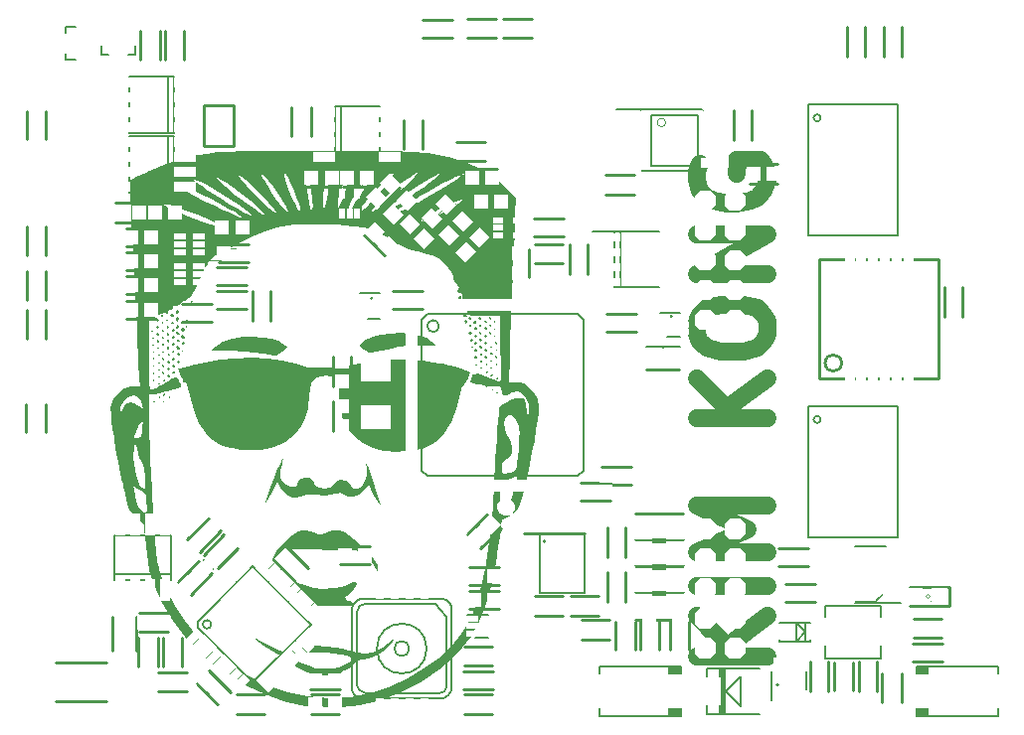
<source format=gbr>
G04 #@! TF.GenerationSoftware,KiCad,Pcbnew,(5.99.0-296-g10468236c)*
G04 #@! TF.CreationDate,2020-04-10T19:10:07+02:00*
G04 #@! TF.ProjectId,kimkong,6b696d6b-6f6e-4672-9e6b-696361645f70,rev?*
G04 #@! TF.SameCoordinates,Original*
G04 #@! TF.FileFunction,Legend,Top*
G04 #@! TF.FilePolarity,Positive*
%FSLAX46Y46*%
G04 Gerber Fmt 4.6, Leading zero omitted, Abs format (unit mm)*
G04 Created by KiCad (PCBNEW (5.99.0-296-g10468236c)) date 2020-04-10 19:10:07*
%MOMM*%
%LPD*%
G04 APERTURE LIST*
%ADD10C,1.500000*%
%ADD11C,0.200000*%
%ADD12C,0.127000*%
%ADD13C,0.100000*%
%ADD14C,0.150000*%
%ADD15C,0.250000*%
%ADD16C,0.203200*%
%ADD17C,0.125000*%
%ADD18C,0.063400*%
%ADD19C,0.152400*%
%ADD20C,0.179600*%
%ADD21C,0.101600*%
%ADD22C,2.000000*%
%ADD23R,1.203200X2.403200*%
%ADD24R,2.603200X3.003200*%
%ADD25R,1.983200X2.363200*%
%ADD26R,1.602000X0.802000*%
%ADD27R,1.602000X1.102000*%
%ADD28R,0.902000X2.102000*%
%ADD29R,5.203200X5.203200*%
%ADD30R,1.903200X0.583200*%
%ADD31R,2.403200X0.838200*%
%ADD32R,0.792000X1.452000*%
%ADD33R,1.203200X1.303200*%
%ADD34R,1.303200X1.203200*%
%ADD35R,1.003200X0.603200*%
%ADD36R,1.203200X0.603200*%
%ADD37R,1.503200X1.703200*%
%ADD38R,1.703200X1.503200*%
%ADD39R,1.403200X1.403200*%
%ADD40R,1.403200X3.003200*%
%ADD41R,1.203200X1.603200*%
%ADD42R,1.603200X1.203200*%
%ADD43R,1.803200X2.006200*%
%ADD44R,0.893200X1.193200*%
%ADD45R,1.053200X1.403200*%
%ADD46R,2.603200X2.103200*%
%ADD47R,2.403200X0.803200*%
%ADD48R,1.953200X0.853200*%
%ADD49R,0.853200X0.703200*%
%ADD50R,0.853200X1.953200*%
%ADD51R,1.103200X0.503200*%
%ADD52R,0.503200X1.103200*%
%ADD53R,8.003200X4.603200*%
%ADD54R,0.853200X1.553200*%
%ADD55R,0.603200X0.903200*%
%ADD56R,0.903200X0.603200*%
%ADD57R,1.003200X0.553200*%
G04 APERTURE END LIST*
D10*
X168014285Y-129796428D02*
X162014285Y-129796428D01*
X168014285Y-126367857D02*
X164585714Y-128939285D01*
X162014285Y-126367857D02*
X165442857Y-129796428D01*
X168014285Y-123796428D02*
X162014285Y-123796428D01*
X168014285Y-120939285D02*
X162014285Y-120939285D01*
X166300000Y-118939285D01*
X162014285Y-116939285D01*
X168014285Y-116939285D01*
X168014285Y-109510714D02*
X162014285Y-109510714D01*
X168014285Y-106082142D02*
X164585714Y-108653571D01*
X162014285Y-106082142D02*
X165442857Y-109510714D01*
X162014285Y-102367857D02*
X162014285Y-101225000D01*
X162300000Y-100653571D01*
X162871428Y-100082142D01*
X164014285Y-99796428D01*
X166014285Y-99796428D01*
X167157142Y-100082142D01*
X167728571Y-100653571D01*
X168014285Y-101225000D01*
X168014285Y-102367857D01*
X167728571Y-102939285D01*
X167157142Y-103510714D01*
X166014285Y-103796428D01*
X164014285Y-103796428D01*
X162871428Y-103510714D01*
X162300000Y-102939285D01*
X162014285Y-102367857D01*
X168014285Y-97225000D02*
X162014285Y-97225000D01*
X168014285Y-93796428D01*
X162014285Y-93796428D01*
X162300000Y-87796428D02*
X162014285Y-88367857D01*
X162014285Y-89225000D01*
X162300000Y-90082142D01*
X162871428Y-90653571D01*
X163442857Y-90939285D01*
X164585714Y-91225000D01*
X165442857Y-91225000D01*
X166585714Y-90939285D01*
X167157142Y-90653571D01*
X167728571Y-90082142D01*
X168014285Y-89225000D01*
X168014285Y-88653571D01*
X167728571Y-87796428D01*
X167442857Y-87510714D01*
X165442857Y-87510714D01*
X165442857Y-88653571D01*
D11*
X177653600Y-129951100D02*
X177653600Y-125451100D01*
X177653600Y-125451100D02*
X172953600Y-125451100D01*
X172953600Y-125451100D02*
X172953600Y-129951100D01*
X172953600Y-129951100D02*
X177653600Y-129951100D01*
G36*
X160706100Y-134881100D02*
G01*
X159606100Y-134881100D01*
X159606100Y-130681100D01*
X160706100Y-130681100D01*
X160706100Y-134881100D01*
G37*
X160706100Y-130681100D02*
X160706100Y-134881100D01*
X153706100Y-130681100D02*
X160706100Y-130681100D01*
X153706100Y-134881100D02*
X153706100Y-130681100D01*
X160706100Y-134881100D02*
X153706100Y-134881100D01*
X167383600Y-134701100D02*
X162903600Y-134701100D01*
X162903600Y-134701100D02*
X162903600Y-130861100D01*
X162903600Y-130861100D02*
X167383600Y-130861100D01*
G36*
X164508600Y-134686100D02*
G01*
X163873600Y-134686100D01*
X163873600Y-130876100D01*
X164508600Y-130876100D01*
X164508600Y-134686100D01*
G37*
X164508600Y-132781100D02*
X165778600Y-134051100D01*
D12*
X165778600Y-134051100D02*
X165778600Y-131511100D01*
D11*
X165778600Y-131511100D02*
X164508600Y-132781100D01*
X175500000Y-120400000D02*
X178100000Y-120400000D01*
X179400000Y-125200000D02*
X175500000Y-125200000D01*
X178090000Y-124310000D02*
X177300000Y-125100000D01*
D13*
X177300000Y-125100000D02*
X175490000Y-125100000D01*
D11*
X171493600Y-82751100D02*
X171493600Y-93911100D01*
X171493600Y-93911100D02*
X179113600Y-93911100D01*
X179113600Y-93911100D02*
X179113600Y-82751100D01*
X179113600Y-82751100D02*
X171493600Y-82751100D01*
X172563600Y-83886100D02*
G75*
G03X172563600Y-83886100I-300000J0D01*
G01*
D13*
X159365350Y-84291100D02*
G75*
G03X159365350Y-84291100I-360500J0D01*
G01*
D11*
X162087450Y-83632400D02*
X158104850Y-83632400D01*
X162087450Y-87949800D02*
X162087450Y-83632400D01*
X158104850Y-87949800D02*
X162087450Y-87949800D01*
X158104850Y-83632400D02*
X158104850Y-87949800D01*
X157363550Y-88408500D02*
X162446150Y-88408500D01*
D13*
X162446150Y-88408500D02*
G75*
G03X162546150Y-88308500I0J100000D01*
G01*
X157363550Y-88408500D02*
G75*
G02X157263550Y-88308500I0J100000D01*
G01*
X162546150Y-83273702D02*
G75*
G03X162446150Y-83173700I-99901J101D01*
G01*
D11*
X155142350Y-83173700D02*
X162446150Y-83173700D01*
D13*
X157363550Y-83173700D02*
G75*
G03X157263550Y-83273700I0J-100000D01*
G01*
G36*
X141943161Y-99133202D02*
G01*
X141957005Y-99217874D01*
X141890747Y-99381167D01*
X141834299Y-99401932D01*
X141725438Y-99302546D01*
X141711594Y-99217874D01*
X141777851Y-99054582D01*
X141834299Y-99033816D01*
X141943161Y-99133202D01*
G37*
G36*
X119130250Y-99495308D02*
G01*
X119133816Y-99524638D01*
X119040440Y-99643777D01*
X119011111Y-99647343D01*
X118891971Y-99553967D01*
X118888405Y-99524638D01*
X118981781Y-99405498D01*
X119011111Y-99401932D01*
X119130250Y-99495308D01*
G37*
G36*
X141916103Y-99688245D02*
G01*
X141930788Y-99833867D01*
X141916103Y-99851852D01*
X141843155Y-99835008D01*
X141834299Y-99770048D01*
X141879195Y-99669048D01*
X141916103Y-99688245D01*
G37*
G36*
X118752709Y-99746838D02*
G01*
X118765700Y-99831401D01*
X118690343Y-100000629D01*
X118520929Y-99970306D01*
X118482724Y-99936991D01*
X118457908Y-99784032D01*
X118582276Y-99660012D01*
X118650237Y-99647343D01*
X118752709Y-99746838D01*
G37*
G36*
X119011111Y-100076812D02*
G01*
X118949758Y-100138164D01*
X118888405Y-100076812D01*
X118949758Y-100015459D01*
X119011111Y-100076812D01*
G37*
G36*
X118347775Y-100074945D02*
G01*
X118336232Y-100138164D01*
X118179358Y-100256189D01*
X118144932Y-100260870D01*
X118032773Y-100167277D01*
X118029468Y-100138164D01*
X118129346Y-100030476D01*
X118220768Y-100015459D01*
X118347775Y-100074945D01*
G37*
G36*
X118752709Y-100360365D02*
G01*
X118765700Y-100444928D01*
X118690343Y-100614156D01*
X118520929Y-100583833D01*
X118482724Y-100550518D01*
X118457908Y-100397559D01*
X118582276Y-100273538D01*
X118650237Y-100260870D01*
X118752709Y-100360365D01*
G37*
G36*
X117892919Y-100360256D02*
G01*
X117906763Y-100444928D01*
X117840506Y-100608220D01*
X117784058Y-100628985D01*
X117675196Y-100529599D01*
X117661352Y-100444928D01*
X117727610Y-100281635D01*
X117784058Y-100260870D01*
X117892919Y-100360256D01*
G37*
G36*
X142407644Y-100706108D02*
G01*
X142424307Y-100742488D01*
X142365075Y-100854375D01*
X142263768Y-100874396D01*
X142111052Y-100812135D01*
X142103228Y-100742488D01*
X142229907Y-100615713D01*
X142263768Y-100610580D01*
X142407644Y-100706108D01*
G37*
G36*
X118357402Y-100706108D02*
G01*
X118374066Y-100742488D01*
X118314833Y-100854375D01*
X118213526Y-100874396D01*
X118060811Y-100812135D01*
X118052987Y-100742488D01*
X118179666Y-100615713D01*
X118213526Y-100610580D01*
X118357402Y-100706108D01*
G37*
G36*
X117452179Y-100718180D02*
G01*
X117477294Y-100751691D01*
X117449477Y-100856739D01*
X117361831Y-100874396D01*
X117193944Y-100810332D01*
X117170531Y-100751691D01*
X117258600Y-100632498D01*
X117285995Y-100628985D01*
X117452179Y-100718180D01*
G37*
G36*
X116555598Y-100723922D02*
G01*
X116557005Y-100751691D01*
X116462675Y-100869681D01*
X116427058Y-100874396D01*
X116353773Y-100799222D01*
X116372947Y-100751691D01*
X116483210Y-100634632D01*
X116502894Y-100628985D01*
X116555598Y-100723922D01*
G37*
G36*
X144528822Y-100963469D02*
G01*
X144533816Y-100997101D01*
X144491951Y-101116617D01*
X144479705Y-101119807D01*
X144374943Y-101033823D01*
X144349758Y-100997101D01*
X144359487Y-100884031D01*
X144403869Y-100874396D01*
X144528822Y-100963469D01*
G37*
G36*
X143671313Y-100967772D02*
G01*
X143674879Y-100997101D01*
X143581503Y-101116241D01*
X143552174Y-101119807D01*
X143433034Y-101026431D01*
X143429468Y-100997101D01*
X143522844Y-100877962D01*
X143552174Y-100874396D01*
X143671313Y-100967772D01*
G37*
G36*
X142812376Y-100967772D02*
G01*
X142815942Y-100997101D01*
X142722566Y-101116241D01*
X142693236Y-101119807D01*
X142574097Y-101026431D01*
X142570531Y-100997101D01*
X142663907Y-100877962D01*
X142693236Y-100874396D01*
X142812376Y-100967772D01*
G37*
G36*
X118751856Y-100973782D02*
G01*
X118765700Y-101058454D01*
X118699443Y-101221747D01*
X118642995Y-101242512D01*
X118534133Y-101143126D01*
X118520290Y-101058454D01*
X118586547Y-100895162D01*
X118642995Y-100874396D01*
X118751856Y-100973782D01*
G37*
G36*
X117892919Y-100973782D02*
G01*
X117906763Y-101058454D01*
X117840506Y-101221747D01*
X117784058Y-101242512D01*
X117675196Y-101143126D01*
X117661352Y-101058454D01*
X117727610Y-100895162D01*
X117784058Y-100874396D01*
X117892919Y-100973782D01*
G37*
G36*
X117005646Y-101072275D02*
G01*
X116986473Y-101119807D01*
X116876209Y-101236866D01*
X116856526Y-101242512D01*
X116803822Y-101147576D01*
X116802415Y-101119807D01*
X116896745Y-101001817D01*
X116932362Y-100997101D01*
X117005646Y-101072275D01*
G37*
G36*
X116185323Y-101090477D02*
G01*
X116188889Y-101119807D01*
X116095513Y-101238946D01*
X116066183Y-101242512D01*
X115947044Y-101149136D01*
X115943478Y-101119807D01*
X116036854Y-101000667D01*
X116066183Y-100997101D01*
X116185323Y-101090477D01*
G37*
G36*
X144861030Y-101160709D02*
G01*
X144875716Y-101306331D01*
X144861030Y-101324316D01*
X144788082Y-101307472D01*
X144779227Y-101242512D01*
X144824123Y-101141512D01*
X144861030Y-101160709D01*
G37*
G36*
X144042995Y-101181159D02*
G01*
X144160054Y-101291423D01*
X144165700Y-101311106D01*
X144070764Y-101363811D01*
X144042995Y-101365217D01*
X143925005Y-101270887D01*
X143920290Y-101235270D01*
X143995463Y-101161986D01*
X144042995Y-101181159D01*
G37*
G36*
X143211300Y-101199881D02*
G01*
X143238933Y-101232032D01*
X143226689Y-101392460D01*
X143194538Y-101420093D01*
X143034110Y-101407848D01*
X143006477Y-101375698D01*
X143018721Y-101215269D01*
X143050872Y-101187637D01*
X143211300Y-101199881D01*
G37*
G36*
X142436760Y-101268067D02*
G01*
X142421720Y-101382181D01*
X142354138Y-101474548D01*
X142273946Y-101381686D01*
X142228921Y-101201041D01*
X142251481Y-101152545D01*
X142372784Y-101132395D01*
X142436760Y-101268067D01*
G37*
G36*
X118357402Y-101319635D02*
G01*
X118374066Y-101356014D01*
X118314833Y-101467902D01*
X118213526Y-101487923D01*
X118060811Y-101425662D01*
X118052987Y-101356014D01*
X118179666Y-101229240D01*
X118213526Y-101224106D01*
X118357402Y-101319635D01*
G37*
G36*
X117424420Y-101309105D02*
G01*
X117533224Y-101427559D01*
X117409300Y-101485523D01*
X117347347Y-101487923D01*
X117220967Y-101427551D01*
X117233121Y-101363216D01*
X117380176Y-101292431D01*
X117424420Y-101309105D01*
G37*
G36*
X116516103Y-101283414D02*
G01*
X116530788Y-101429036D01*
X116516103Y-101447021D01*
X116443155Y-101430177D01*
X116434299Y-101365217D01*
X116479195Y-101264217D01*
X116516103Y-101283414D01*
G37*
G36*
X115698067Y-101426570D02*
G01*
X115636715Y-101487923D01*
X115575362Y-101426570D01*
X115636715Y-101365217D01*
X115698067Y-101426570D01*
G37*
G36*
X144528822Y-101576996D02*
G01*
X144533816Y-101610628D01*
X144491951Y-101730143D01*
X144479705Y-101733333D01*
X144374943Y-101647349D01*
X144349758Y-101610628D01*
X144359487Y-101497557D01*
X144403869Y-101487923D01*
X144528822Y-101576996D01*
G37*
G36*
X143671313Y-101581298D02*
G01*
X143674879Y-101610628D01*
X143581503Y-101729768D01*
X143552174Y-101733333D01*
X143433034Y-101639958D01*
X143429468Y-101610628D01*
X143522844Y-101491488D01*
X143552174Y-101487923D01*
X143671313Y-101581298D01*
G37*
G36*
X142812376Y-101581298D02*
G01*
X142815942Y-101610628D01*
X142722566Y-101729768D01*
X142693236Y-101733333D01*
X142574097Y-101639958D01*
X142570531Y-101610628D01*
X142663907Y-101491488D01*
X142693236Y-101487923D01*
X142812376Y-101581298D01*
G37*
G36*
X118604111Y-101587621D02*
G01*
X118618739Y-101779394D01*
X118594424Y-101822806D01*
X118538653Y-101786211D01*
X118529977Y-101661755D01*
X118559944Y-101530825D01*
X118604111Y-101587621D01*
G37*
G36*
X117889106Y-101577093D02*
G01*
X117906763Y-101664739D01*
X117842699Y-101832626D01*
X117784058Y-101856039D01*
X117664865Y-101767970D01*
X117661352Y-101740575D01*
X117750547Y-101574391D01*
X117784058Y-101549275D01*
X117889106Y-101577093D01*
G37*
G36*
X117042832Y-101699701D02*
G01*
X117047826Y-101733333D01*
X117005961Y-101852848D01*
X116993715Y-101856039D01*
X116888953Y-101770055D01*
X116863768Y-101733333D01*
X116873497Y-101620262D01*
X116917879Y-101610628D01*
X117042832Y-101699701D01*
G37*
G36*
X116183895Y-101699701D02*
G01*
X116188889Y-101733333D01*
X116147023Y-101852848D01*
X116134778Y-101856039D01*
X116030016Y-101770055D01*
X116004831Y-101733333D01*
X116014559Y-101620262D01*
X116058942Y-101610628D01*
X116183895Y-101699701D01*
G37*
G36*
X144861030Y-101774235D02*
G01*
X144875716Y-101919858D01*
X144861030Y-101937842D01*
X144788082Y-101920998D01*
X144779227Y-101856039D01*
X144824123Y-101755038D01*
X144861030Y-101774235D01*
G37*
G36*
X144162134Y-101826709D02*
G01*
X144165700Y-101856039D01*
X144072325Y-101975178D01*
X144042995Y-101978744D01*
X143923855Y-101885368D01*
X143920290Y-101856039D01*
X144013665Y-101736899D01*
X144042995Y-101733333D01*
X144162134Y-101826709D01*
G37*
G36*
X143303197Y-101826709D02*
G01*
X143306763Y-101856039D01*
X143213387Y-101975178D01*
X143184058Y-101978744D01*
X143064918Y-101885368D01*
X143061352Y-101856039D01*
X143154728Y-101736899D01*
X143184058Y-101733333D01*
X143303197Y-101826709D01*
G37*
G36*
X118319117Y-101818473D02*
G01*
X118395084Y-101987439D01*
X118316511Y-102097185D01*
X118282121Y-102101449D01*
X118114753Y-102012737D01*
X118096061Y-101987223D01*
X118101925Y-101841570D01*
X118231647Y-101778168D01*
X118319117Y-101818473D01*
G37*
G36*
X117535081Y-101949414D02*
G01*
X117538647Y-101978744D01*
X117445271Y-102097884D01*
X117415942Y-102101449D01*
X117296802Y-102008074D01*
X117293236Y-101978744D01*
X117386612Y-101859604D01*
X117415942Y-101856039D01*
X117535081Y-101949414D01*
G37*
G36*
X116557005Y-101917391D02*
G01*
X116674063Y-102027655D01*
X116679710Y-102047338D01*
X116584774Y-102100042D01*
X116557005Y-102101449D01*
X116439015Y-102007119D01*
X116434299Y-101971502D01*
X116509473Y-101898218D01*
X116557005Y-101917391D01*
G37*
G36*
X115698067Y-102040097D02*
G01*
X115636715Y-102101449D01*
X115575362Y-102040097D01*
X115636715Y-101978744D01*
X115698067Y-102040097D01*
G37*
G36*
X144528822Y-102190522D02*
G01*
X144533816Y-102224155D01*
X144491951Y-102343670D01*
X144479705Y-102346860D01*
X144374943Y-102260876D01*
X144349758Y-102224155D01*
X144359487Y-102111084D01*
X144403869Y-102101449D01*
X144528822Y-102190522D01*
G37*
G36*
X143669885Y-102190522D02*
G01*
X143674879Y-102224155D01*
X143633014Y-102343670D01*
X143620768Y-102346860D01*
X143516006Y-102260876D01*
X143490821Y-102224155D01*
X143500550Y-102111084D01*
X143544932Y-102101449D01*
X143669885Y-102190522D01*
G37*
G36*
X142917881Y-102167707D02*
G01*
X142938647Y-102224155D01*
X142839261Y-102333016D01*
X142754589Y-102346860D01*
X142591297Y-102280603D01*
X142570531Y-102224155D01*
X142669917Y-102115293D01*
X142754589Y-102101449D01*
X142917881Y-102167707D01*
G37*
G36*
X117919500Y-102187809D02*
G01*
X117979901Y-102341575D01*
X117925933Y-102396365D01*
X117759725Y-102385516D01*
X117718897Y-102340698D01*
X117690278Y-102166498D01*
X117808976Y-102119581D01*
X117919500Y-102187809D01*
G37*
G36*
X117042832Y-102313228D02*
G01*
X117047826Y-102346860D01*
X117005961Y-102466375D01*
X116993715Y-102469565D01*
X116888953Y-102383581D01*
X116863768Y-102346860D01*
X116873497Y-102233789D01*
X116917879Y-102224155D01*
X117042832Y-102313228D01*
G37*
G36*
X116183895Y-102313228D02*
G01*
X116188889Y-102346860D01*
X116147023Y-102466375D01*
X116134778Y-102469565D01*
X116030016Y-102383581D01*
X116004831Y-102346860D01*
X116014559Y-102233789D01*
X116058942Y-102224155D01*
X116183895Y-102313228D01*
G37*
G36*
X144861030Y-102387762D02*
G01*
X144875716Y-102533384D01*
X144861030Y-102551369D01*
X144788082Y-102534525D01*
X144779227Y-102469565D01*
X144824123Y-102368565D01*
X144861030Y-102387762D01*
G37*
G36*
X144162134Y-102440236D02*
G01*
X144165700Y-102469565D01*
X144072325Y-102588705D01*
X144042995Y-102592271D01*
X143923855Y-102498895D01*
X143920290Y-102469565D01*
X144013665Y-102350426D01*
X144042995Y-102346860D01*
X144162134Y-102440236D01*
G37*
G36*
X143303197Y-102440236D02*
G01*
X143306763Y-102469565D01*
X143213387Y-102588705D01*
X143184058Y-102592271D01*
X143064918Y-102498895D01*
X143061352Y-102469565D01*
X143154728Y-102350426D01*
X143184058Y-102346860D01*
X143303197Y-102440236D01*
G37*
G36*
X118319117Y-102431999D02*
G01*
X118395084Y-102600966D01*
X118316511Y-102710711D01*
X118282121Y-102714976D01*
X118114753Y-102626264D01*
X118096061Y-102600749D01*
X118101925Y-102455096D01*
X118231647Y-102391694D01*
X118319117Y-102431999D01*
G37*
G36*
X117535081Y-102562941D02*
G01*
X117538647Y-102592271D01*
X117445271Y-102711410D01*
X117415942Y-102714976D01*
X117296802Y-102621600D01*
X117293236Y-102592271D01*
X117386612Y-102473131D01*
X117415942Y-102469565D01*
X117535081Y-102562941D01*
G37*
G36*
X116557005Y-102530918D02*
G01*
X116674063Y-102641182D01*
X116679710Y-102660865D01*
X116584774Y-102713569D01*
X116557005Y-102714976D01*
X116439015Y-102620646D01*
X116434299Y-102585029D01*
X116509473Y-102511745D01*
X116557005Y-102530918D01*
G37*
G36*
X115779871Y-102633172D02*
G01*
X115763027Y-102706120D01*
X115698067Y-102714976D01*
X115597067Y-102670080D01*
X115616264Y-102633172D01*
X115761886Y-102618487D01*
X115779871Y-102633172D01*
G37*
G36*
X144533816Y-102776328D02*
G01*
X144472463Y-102837681D01*
X144411111Y-102776328D01*
X144472463Y-102714976D01*
X144533816Y-102776328D01*
G37*
G36*
X143746059Y-102772692D02*
G01*
X143736232Y-102837681D01*
X143631275Y-102954612D01*
X143613526Y-102960386D01*
X143515970Y-102874805D01*
X143490821Y-102837681D01*
X143519959Y-102733726D01*
X143613526Y-102714976D01*
X143746059Y-102772692D01*
G37*
G36*
X142935081Y-102808351D02*
G01*
X142938647Y-102837681D01*
X142845271Y-102956821D01*
X142815942Y-102960386D01*
X142696802Y-102867011D01*
X142693236Y-102837681D01*
X142786612Y-102718542D01*
X142815942Y-102714976D01*
X142935081Y-102808351D01*
G37*
G36*
X117915242Y-102781569D02*
G01*
X118024045Y-102900023D01*
X117900121Y-102957986D01*
X117838169Y-102960386D01*
X117711788Y-102900015D01*
X117723942Y-102835680D01*
X117870998Y-102764894D01*
X117915242Y-102781569D01*
G37*
G36*
X117075068Y-102795050D02*
G01*
X117102701Y-102827201D01*
X117090457Y-102987629D01*
X117058306Y-103015262D01*
X116897878Y-103003017D01*
X116870245Y-102970867D01*
X116882489Y-102810439D01*
X116914640Y-102782806D01*
X117075068Y-102795050D01*
G37*
G36*
X116183895Y-102926754D02*
G01*
X116188889Y-102960386D01*
X116147023Y-103079902D01*
X116134778Y-103083092D01*
X116030016Y-102997108D01*
X116004831Y-102960386D01*
X116014559Y-102847316D01*
X116058942Y-102837681D01*
X116183895Y-102926754D01*
G37*
G36*
X145019644Y-103049460D02*
G01*
X145024637Y-103083092D01*
X144982772Y-103202607D01*
X144970526Y-103205797D01*
X144865764Y-103119813D01*
X144840579Y-103083092D01*
X144850308Y-102970021D01*
X144894690Y-102960386D01*
X145019644Y-103049460D01*
G37*
G36*
X144162134Y-103053762D02*
G01*
X144165700Y-103083092D01*
X144072325Y-103202231D01*
X144042995Y-103205797D01*
X143923855Y-103112421D01*
X143920290Y-103083092D01*
X144013665Y-102963952D01*
X144042995Y-102960386D01*
X144162134Y-103053762D01*
G37*
G36*
X143303197Y-103053762D02*
G01*
X143306763Y-103083092D01*
X143213387Y-103202231D01*
X143184058Y-103205797D01*
X143064918Y-103112421D01*
X143061352Y-103083092D01*
X143154728Y-102963952D01*
X143184058Y-102960386D01*
X143303197Y-103053762D01*
G37*
G36*
X118394072Y-103048455D02*
G01*
X118397584Y-103075850D01*
X118308390Y-103242034D01*
X118274879Y-103267150D01*
X118169831Y-103239332D01*
X118152174Y-103151686D01*
X118216238Y-102983799D01*
X118274879Y-102960386D01*
X118394072Y-103048455D01*
G37*
G36*
X117535081Y-103176467D02*
G01*
X117538647Y-103205797D01*
X117445271Y-103324937D01*
X117415942Y-103328502D01*
X117296802Y-103235127D01*
X117293236Y-103205797D01*
X117386612Y-103086657D01*
X117415942Y-103083092D01*
X117535081Y-103176467D01*
G37*
G36*
X116676144Y-103176467D02*
G01*
X116679710Y-103205797D01*
X116586334Y-103324937D01*
X116557005Y-103328502D01*
X116437865Y-103235127D01*
X116434299Y-103205797D01*
X116527675Y-103086657D01*
X116557005Y-103083092D01*
X116676144Y-103176467D01*
G37*
G36*
X115779871Y-103246699D02*
G01*
X115763027Y-103319647D01*
X115698067Y-103328502D01*
X115597067Y-103283606D01*
X115616264Y-103246699D01*
X115761886Y-103232013D01*
X115779871Y-103246699D01*
G37*
G36*
X144615620Y-103369404D02*
G01*
X144598776Y-103442352D01*
X144533816Y-103451208D01*
X144432816Y-103406312D01*
X144452013Y-103369404D01*
X144597635Y-103354719D01*
X144615620Y-103369404D01*
G37*
G36*
X142938647Y-103389855D02*
G01*
X142877294Y-103451208D01*
X142815942Y-103389855D01*
X142877294Y-103328502D01*
X142938647Y-103389855D01*
G37*
G36*
X143746059Y-103386218D02*
G01*
X143736232Y-103451208D01*
X143631275Y-103568139D01*
X143613526Y-103573913D01*
X143515970Y-103488331D01*
X143490821Y-103451208D01*
X143519959Y-103347252D01*
X143613526Y-103328502D01*
X143746059Y-103386218D01*
G37*
G36*
X116188889Y-103512560D02*
G01*
X116127536Y-103573913D01*
X116066183Y-103512560D01*
X116127536Y-103451208D01*
X116188889Y-103512560D01*
G37*
G36*
X145024637Y-103635266D02*
G01*
X144963285Y-103696618D01*
X144901932Y-103635266D01*
X144963285Y-103573913D01*
X145024637Y-103635266D01*
G37*
G36*
X117919500Y-103414862D02*
G01*
X117979901Y-103568628D01*
X117925933Y-103623418D01*
X117759725Y-103612569D01*
X117718897Y-103567751D01*
X117690278Y-103393551D01*
X117808976Y-103346634D01*
X117919500Y-103414862D01*
G37*
G36*
X117075068Y-103408577D02*
G01*
X117102701Y-103440727D01*
X117090457Y-103601156D01*
X117058306Y-103628789D01*
X116897878Y-103616544D01*
X116870245Y-103584393D01*
X116882489Y-103423965D01*
X116914640Y-103396332D01*
X117075068Y-103408577D01*
G37*
G36*
X144162134Y-103667289D02*
G01*
X144165700Y-103696618D01*
X144072325Y-103815758D01*
X144042995Y-103819324D01*
X143923855Y-103725948D01*
X143920290Y-103696618D01*
X144013665Y-103577479D01*
X144042995Y-103573913D01*
X144162134Y-103667289D01*
G37*
G36*
X143303197Y-103667289D02*
G01*
X143306763Y-103696618D01*
X143213387Y-103815758D01*
X143184058Y-103819324D01*
X143064918Y-103725948D01*
X143061352Y-103696618D01*
X143154728Y-103577479D01*
X143184058Y-103573913D01*
X143303197Y-103667289D01*
G37*
G36*
X118274879Y-103757971D02*
G01*
X118213526Y-103819324D01*
X118152174Y-103757971D01*
X118213526Y-103696618D01*
X118274879Y-103757971D01*
G37*
G36*
X137595264Y-102296172D02*
G01*
X138347225Y-102433305D01*
X138978142Y-102652170D01*
X139437291Y-102953889D01*
X139475319Y-102992383D01*
X139740366Y-103274512D01*
X138425255Y-103282348D01*
X137491033Y-103320578D01*
X136592958Y-103434403D01*
X135699864Y-103616106D01*
X135143481Y-103743499D01*
X134679170Y-103847565D01*
X134356376Y-103917376D01*
X134225208Y-103942029D01*
X134094010Y-103879009D01*
X133836443Y-103719626D01*
X133695621Y-103625909D01*
X133417027Y-103416251D01*
X133321444Y-103270119D01*
X133375748Y-103134798D01*
X133382113Y-103126997D01*
X133795136Y-102797270D01*
X134391458Y-102542551D01*
X135120356Y-102363961D01*
X135931106Y-102262621D01*
X136772983Y-102239651D01*
X137595264Y-102296172D01*
G37*
G36*
X117535081Y-103789994D02*
G01*
X117538647Y-103819324D01*
X117445271Y-103938463D01*
X117415942Y-103942029D01*
X117296802Y-103848653D01*
X117293236Y-103819324D01*
X117386612Y-103700184D01*
X117415942Y-103696618D01*
X117535081Y-103789994D01*
G37*
G36*
X116676144Y-103789994D02*
G01*
X116679710Y-103819324D01*
X116586334Y-103938463D01*
X116557005Y-103942029D01*
X116437865Y-103848653D01*
X116434299Y-103819324D01*
X116527675Y-103700184D01*
X116557005Y-103696618D01*
X116676144Y-103789994D01*
G37*
G36*
X115779871Y-103860225D02*
G01*
X115763027Y-103933174D01*
X115698067Y-103942029D01*
X115597067Y-103897133D01*
X115616264Y-103860225D01*
X115761886Y-103845540D01*
X115779871Y-103860225D01*
G37*
G36*
X144533816Y-103880676D02*
G01*
X144650875Y-103990940D01*
X144656521Y-104010623D01*
X144561585Y-104063327D01*
X144533816Y-104064734D01*
X144415826Y-103970404D01*
X144411111Y-103934787D01*
X144486285Y-103861503D01*
X144533816Y-103880676D01*
G37*
G36*
X143676880Y-103881913D02*
G01*
X143747666Y-104028969D01*
X143730991Y-104073213D01*
X143612537Y-104182016D01*
X143554574Y-104058092D01*
X143552174Y-103996140D01*
X143612545Y-103869759D01*
X143676880Y-103881913D01*
G37*
G36*
X125073705Y-102596969D02*
G01*
X125863889Y-102743278D01*
X126522596Y-102999332D01*
X126731472Y-103117058D01*
X127150866Y-103373984D01*
X126680351Y-103780712D01*
X126423069Y-103993170D01*
X126209971Y-104114242D01*
X125974474Y-104151535D01*
X125649998Y-104112650D01*
X125169961Y-104005192D01*
X125023671Y-103969914D01*
X124372178Y-103861437D01*
X123487187Y-103793700D01*
X122404761Y-103767501D01*
X120583436Y-103757971D01*
X121026900Y-103374626D01*
X121640367Y-102990737D01*
X122446669Y-102721975D01*
X123418131Y-102575759D01*
X124103381Y-102549905D01*
X125073705Y-102596969D01*
G37*
G36*
X118006056Y-104006093D02*
G01*
X118029468Y-104064734D01*
X117941399Y-104183927D01*
X117914005Y-104187440D01*
X117747820Y-104098245D01*
X117722705Y-104064734D01*
X117750522Y-103959686D01*
X117838169Y-103942029D01*
X118006056Y-104006093D01*
G37*
G36*
X117047826Y-104003382D02*
G01*
X117164885Y-104113646D01*
X117170531Y-104133329D01*
X117075595Y-104186033D01*
X117047826Y-104187440D01*
X116929836Y-104093110D01*
X116925120Y-104057493D01*
X117000294Y-103984209D01*
X117047826Y-104003382D01*
G37*
G36*
X116270692Y-104105636D02*
G01*
X116253848Y-104178584D01*
X116188889Y-104187440D01*
X116087888Y-104142544D01*
X116107085Y-104105636D01*
X116252708Y-104090951D01*
X116270692Y-104105636D01*
G37*
G36*
X145019644Y-104276513D02*
G01*
X145024637Y-104310145D01*
X144982772Y-104429660D01*
X144970526Y-104432850D01*
X144865764Y-104346866D01*
X144840579Y-104310145D01*
X144850308Y-104197074D01*
X144894690Y-104187440D01*
X145019644Y-104276513D01*
G37*
G36*
X144162134Y-104280815D02*
G01*
X144165700Y-104310145D01*
X144072325Y-104429285D01*
X144042995Y-104432850D01*
X143923855Y-104339475D01*
X143920290Y-104310145D01*
X144013665Y-104191005D01*
X144042995Y-104187440D01*
X144162134Y-104280815D01*
G37*
G36*
X143303197Y-104280815D02*
G01*
X143306763Y-104310145D01*
X143213387Y-104429285D01*
X143184058Y-104432850D01*
X143064918Y-104339475D01*
X143061352Y-104310145D01*
X143154728Y-104191005D01*
X143184058Y-104187440D01*
X143303197Y-104280815D01*
G37*
G36*
X117535081Y-104403521D02*
G01*
X117538647Y-104432850D01*
X117445271Y-104551990D01*
X117415942Y-104555556D01*
X117296802Y-104462180D01*
X117293236Y-104432850D01*
X117386612Y-104313711D01*
X117415942Y-104310145D01*
X117535081Y-104403521D01*
G37*
G36*
X116674716Y-104399218D02*
G01*
X116679710Y-104432850D01*
X116637845Y-104552365D01*
X116625599Y-104555556D01*
X116520837Y-104469572D01*
X116495652Y-104432850D01*
X116505381Y-104319779D01*
X116549763Y-104310145D01*
X116674716Y-104399218D01*
G37*
G36*
X115779871Y-104351047D02*
G01*
X115794556Y-104496669D01*
X115779871Y-104514654D01*
X115706923Y-104497810D01*
X115698067Y-104432850D01*
X115742963Y-104331850D01*
X115779871Y-104351047D01*
G37*
G36*
X144615620Y-104596457D02*
G01*
X144598776Y-104669405D01*
X144533816Y-104678261D01*
X144432816Y-104633365D01*
X144452013Y-104596457D01*
X144597635Y-104581772D01*
X144615620Y-104596457D01*
G37*
G36*
X143676880Y-104495440D02*
G01*
X143747666Y-104642495D01*
X143730991Y-104686740D01*
X143612537Y-104795543D01*
X143554574Y-104671619D01*
X143552174Y-104609667D01*
X143612545Y-104483286D01*
X143676880Y-104495440D01*
G37*
G36*
X118025903Y-104648931D02*
G01*
X118029468Y-104678261D01*
X117936093Y-104797400D01*
X117906763Y-104800966D01*
X117787623Y-104707591D01*
X117784058Y-104678261D01*
X117877433Y-104559121D01*
X117906763Y-104555556D01*
X118025903Y-104648931D01*
G37*
G36*
X117047826Y-104616908D02*
G01*
X117164885Y-104727172D01*
X117170531Y-104746855D01*
X117075595Y-104799559D01*
X117047826Y-104800966D01*
X116929836Y-104706636D01*
X116925120Y-104671019D01*
X117000294Y-104597735D01*
X117047826Y-104616908D01*
G37*
G36*
X116270692Y-104719163D02*
G01*
X116253848Y-104792111D01*
X116188889Y-104800966D01*
X116087888Y-104756070D01*
X116107085Y-104719163D01*
X116252708Y-104704477D01*
X116270692Y-104719163D01*
G37*
G36*
X144983736Y-104841868D02*
G01*
X144998421Y-104987490D01*
X144983736Y-105005475D01*
X144910787Y-104988631D01*
X144901932Y-104923671D01*
X144946828Y-104822671D01*
X144983736Y-104841868D01*
G37*
G36*
X144124798Y-104841868D02*
G01*
X144139484Y-104987490D01*
X144124798Y-105005475D01*
X144051850Y-104988631D01*
X144042995Y-104923671D01*
X144087891Y-104822671D01*
X144124798Y-104841868D01*
G37*
G36*
X143265861Y-104841868D02*
G01*
X143280547Y-104987490D01*
X143265861Y-105005475D01*
X143192913Y-104988631D01*
X143184058Y-104923671D01*
X143228954Y-104822671D01*
X143265861Y-104841868D01*
G37*
G36*
X117533653Y-105012745D02*
G01*
X117538647Y-105046377D01*
X117496782Y-105165892D01*
X117484536Y-105169082D01*
X117379774Y-105083098D01*
X117354589Y-105046377D01*
X117364318Y-104933306D01*
X117408700Y-104923671D01*
X117533653Y-105012745D01*
G37*
G36*
X116674716Y-105012745D02*
G01*
X116679710Y-105046377D01*
X116637845Y-105165892D01*
X116625599Y-105169082D01*
X116520837Y-105083098D01*
X116495652Y-105046377D01*
X116505381Y-104933306D01*
X116549763Y-104923671D01*
X116674716Y-105012745D01*
G37*
G36*
X115779871Y-104964573D02*
G01*
X115794556Y-105110196D01*
X115779871Y-105128180D01*
X115706923Y-105111337D01*
X115698067Y-105046377D01*
X115742963Y-104945376D01*
X115779871Y-104964573D01*
G37*
G36*
X144615620Y-105209984D02*
G01*
X144598776Y-105282932D01*
X144533816Y-105291787D01*
X144432816Y-105246891D01*
X144452013Y-105209984D01*
X144597635Y-105195298D01*
X144615620Y-105209984D01*
G37*
G36*
X143674879Y-105107729D02*
G01*
X143791938Y-105217993D01*
X143797584Y-105237676D01*
X143702648Y-105290381D01*
X143674879Y-105291787D01*
X143556889Y-105197457D01*
X143552174Y-105161840D01*
X143627347Y-105088556D01*
X143674879Y-105107729D01*
G37*
G36*
X117166965Y-105262458D02*
G01*
X117170531Y-105291787D01*
X117077155Y-105410927D01*
X117047826Y-105414493D01*
X116928686Y-105321117D01*
X116925120Y-105291787D01*
X117018496Y-105172648D01*
X117047826Y-105169082D01*
X117166965Y-105262458D01*
G37*
G36*
X116270692Y-105332689D02*
G01*
X116253848Y-105405637D01*
X116188889Y-105414493D01*
X116087888Y-105369597D01*
X116107085Y-105332689D01*
X116252708Y-105318004D01*
X116270692Y-105332689D01*
G37*
G36*
X145024637Y-105475845D02*
G01*
X144963285Y-105537198D01*
X144901932Y-105475845D01*
X144963285Y-105414493D01*
X145024637Y-105475845D01*
G37*
G36*
X144246226Y-105489667D02*
G01*
X144227053Y-105537198D01*
X144116789Y-105654257D01*
X144097106Y-105659903D01*
X144044402Y-105564967D01*
X144042995Y-105537198D01*
X144137325Y-105419208D01*
X144172942Y-105414493D01*
X144246226Y-105489667D01*
G37*
G36*
X117565890Y-105494567D02*
G01*
X117593523Y-105526718D01*
X117581278Y-105687146D01*
X117549127Y-105714779D01*
X117388699Y-105702534D01*
X117361066Y-105670384D01*
X117373311Y-105509955D01*
X117405461Y-105482323D01*
X117565890Y-105494567D01*
G37*
G36*
X116674716Y-105626271D02*
G01*
X116679710Y-105659903D01*
X116637845Y-105779418D01*
X116625599Y-105782609D01*
X116520837Y-105696625D01*
X116495652Y-105659903D01*
X116505381Y-105546832D01*
X116549763Y-105537198D01*
X116674716Y-105626271D01*
G37*
G36*
X115779871Y-105578100D02*
G01*
X115794556Y-105723722D01*
X115779871Y-105741707D01*
X115706923Y-105724863D01*
X115698067Y-105659903D01*
X115742963Y-105558903D01*
X115779871Y-105578100D01*
G37*
G36*
X144655115Y-105754839D02*
G01*
X144656521Y-105782609D01*
X144562191Y-105900599D01*
X144526574Y-105905314D01*
X144453290Y-105830140D01*
X144472463Y-105782609D01*
X144582727Y-105665550D01*
X144602410Y-105659903D01*
X144655115Y-105754839D01*
G37*
G36*
X117166965Y-105875984D02*
G01*
X117170531Y-105905314D01*
X117077155Y-106024454D01*
X117047826Y-106028019D01*
X116928686Y-105934644D01*
X116925120Y-105905314D01*
X117018496Y-105786174D01*
X117047826Y-105782609D01*
X117166965Y-105875984D01*
G37*
G36*
X116270692Y-105946216D02*
G01*
X116253848Y-106019164D01*
X116188889Y-106028019D01*
X116087888Y-105983123D01*
X116107085Y-105946216D01*
X116252708Y-105931530D01*
X116270692Y-105946216D01*
G37*
G36*
X145106441Y-106068921D02*
G01*
X145089597Y-106141869D01*
X145024637Y-106150725D01*
X144923637Y-106105829D01*
X144942834Y-106068921D01*
X145088456Y-106054236D01*
X145106441Y-106068921D01*
G37*
G36*
X116760236Y-106225899D02*
G01*
X116741062Y-106273430D01*
X116630799Y-106390489D01*
X116611115Y-106396135D01*
X116558411Y-106301199D01*
X116557005Y-106273430D01*
X116651335Y-106155440D01*
X116686952Y-106150725D01*
X116760236Y-106225899D01*
G37*
G36*
X115779871Y-106191626D02*
G01*
X115794556Y-106337249D01*
X115779871Y-106355233D01*
X115706923Y-106338390D01*
X115698067Y-106273430D01*
X115742963Y-106172430D01*
X115779871Y-106191626D01*
G37*
G36*
X116270692Y-106559742D02*
G01*
X116253848Y-106632691D01*
X116188889Y-106641546D01*
X116087888Y-106596650D01*
X116107085Y-106559742D01*
X116252708Y-106545057D01*
X116270692Y-106559742D01*
G37*
G36*
X115820773Y-106825604D02*
G01*
X115759420Y-106886957D01*
X115698067Y-106825604D01*
X115759420Y-106764251D01*
X115820773Y-106825604D01*
G37*
G36*
X144615620Y-106927858D02*
G01*
X144630305Y-107073481D01*
X144615620Y-107091465D01*
X144542671Y-107074622D01*
X144533816Y-107009662D01*
X144578712Y-106908661D01*
X144615620Y-106927858D01*
G37*
G36*
X145106441Y-107295974D02*
G01*
X145089597Y-107368922D01*
X145024637Y-107377778D01*
X144923637Y-107332882D01*
X144942834Y-107295974D01*
X145088456Y-107281289D01*
X145106441Y-107295974D01*
G37*
G36*
X116760236Y-107452952D02*
G01*
X116741062Y-107500483D01*
X116630799Y-107617542D01*
X116611115Y-107623188D01*
X116558411Y-107528252D01*
X116557005Y-107500483D01*
X116651335Y-107382493D01*
X116686952Y-107377778D01*
X116760236Y-107452952D01*
G37*
G36*
X117129629Y-107664090D02*
G01*
X117144315Y-107809713D01*
X117129629Y-107827697D01*
X117056681Y-107810854D01*
X117047826Y-107745894D01*
X117092722Y-107644893D01*
X117129629Y-107664090D01*
G37*
G36*
X116270692Y-107664090D02*
G01*
X116285378Y-107809713D01*
X116270692Y-107827697D01*
X116197744Y-107810854D01*
X116188889Y-107745894D01*
X116233785Y-107644893D01*
X116270692Y-107664090D01*
G37*
G36*
X116679710Y-108052657D02*
G01*
X116618357Y-108114010D01*
X116557005Y-108052657D01*
X116618357Y-107991304D01*
X116679710Y-108052657D01*
G37*
G36*
X115902576Y-108032206D02*
G01*
X115885732Y-108105154D01*
X115820773Y-108114010D01*
X115719772Y-108069114D01*
X115738969Y-108032206D01*
X115884592Y-108017521D01*
X115902576Y-108032206D01*
G37*
G36*
X125443903Y-104421930D02*
G01*
X126713462Y-104579343D01*
X127843161Y-104829411D01*
X128409323Y-105015725D01*
X128829984Y-105146673D01*
X129263679Y-105206730D01*
X129808971Y-105206955D01*
X130019512Y-105196407D01*
X130510955Y-105183574D01*
X130925070Y-105200977D01*
X131186564Y-105244771D01*
X131216088Y-105257540D01*
X131444868Y-105296534D01*
X131821649Y-105222038D01*
X132182711Y-105103127D01*
X133237717Y-104807804D01*
X134466873Y-104608773D01*
X135817980Y-104507500D01*
X137238837Y-104505450D01*
X138677246Y-104604088D01*
X140081007Y-104804881D01*
X140423188Y-104871786D01*
X140914689Y-104985919D01*
X141433469Y-105126388D01*
X141925025Y-105275776D01*
X142334852Y-105416666D01*
X142608445Y-105531641D01*
X142693236Y-105597194D01*
X142642676Y-105788483D01*
X142518093Y-106071866D01*
X142360137Y-106371368D01*
X142209455Y-106611014D01*
X142106696Y-106714828D01*
X142096207Y-106713095D01*
X142020299Y-106787348D01*
X141927629Y-107046804D01*
X141843337Y-107410794D01*
X141522103Y-108711415D01*
X141089902Y-109817407D01*
X140551826Y-110721260D01*
X139912967Y-111415462D01*
X139178419Y-111892499D01*
X138681489Y-112074743D01*
X137982920Y-112216805D01*
X137170185Y-112309429D01*
X136346136Y-112345898D01*
X135613624Y-112319495D01*
X135374711Y-112290667D01*
X134454805Y-112047834D01*
X133597294Y-111630417D01*
X132856865Y-111073194D01*
X132288207Y-110410940D01*
X132202587Y-110273539D01*
X131911953Y-109621967D01*
X131691301Y-108811830D01*
X131559031Y-107924494D01*
X131528867Y-107294513D01*
X131502446Y-106729997D01*
X131407046Y-106350936D01*
X131214283Y-106100758D01*
X130895771Y-105922889D01*
X130827090Y-105895777D01*
X130450403Y-105845796D01*
X129997605Y-105908749D01*
X129576910Y-106058882D01*
X129306466Y-106257665D01*
X129176820Y-106558844D01*
X129081011Y-107097590D01*
X129036712Y-107582907D01*
X128910093Y-108630789D01*
X128677268Y-109491658D01*
X128322694Y-110206551D01*
X127830829Y-110816506D01*
X127800556Y-110846764D01*
X126968047Y-111501688D01*
X126006494Y-111953913D01*
X124931616Y-112198909D01*
X123759134Y-112232141D01*
X123193090Y-112175311D01*
X122445344Y-112056921D01*
X121880551Y-111926742D01*
X121436418Y-111764026D01*
X121050651Y-111548030D01*
X120824113Y-111386374D01*
X120161590Y-110740952D01*
X119612045Y-109895264D01*
X119171609Y-108841737D01*
X118836411Y-107572803D01*
X118811595Y-107449414D01*
X118696134Y-106921768D01*
X118595697Y-106608944D01*
X118499139Y-106481756D01*
X118441810Y-106481039D01*
X118295113Y-106463015D01*
X118274879Y-106403336D01*
X118224691Y-106213680D01*
X118098173Y-105901422D01*
X118030314Y-105755384D01*
X117896782Y-105442322D01*
X117839459Y-105230810D01*
X117846256Y-105188687D01*
X117904337Y-105216941D01*
X117906763Y-105248061D01*
X118013583Y-105265318D01*
X118299563Y-105210668D01*
X118712981Y-105095396D01*
X118937573Y-105023161D01*
X120075275Y-104717954D01*
X121350169Y-104505183D01*
X122706846Y-104384893D01*
X124089894Y-104357128D01*
X125443903Y-104421930D01*
G37*
G36*
X126759503Y-113091658D02*
G01*
X126676401Y-113344298D01*
X126525350Y-114002723D01*
X126570723Y-114550790D01*
X126804217Y-114968859D01*
X127217532Y-115237295D01*
X127508454Y-115312468D01*
X127809335Y-115344692D01*
X127939874Y-115292275D01*
X127968592Y-115126897D01*
X127968599Y-115122282D01*
X128077346Y-114865127D01*
X128348824Y-114661522D01*
X128700886Y-114548828D01*
X129051389Y-114564405D01*
X129131049Y-114593584D01*
X129371763Y-114787742D01*
X129441062Y-114978559D01*
X129552240Y-115243466D01*
X129861360Y-115415608D01*
X130322609Y-115474450D01*
X130702708Y-115436824D01*
X130942745Y-115292356D01*
X131110116Y-115046860D01*
X131361466Y-114812474D01*
X131715266Y-114736564D01*
X132094577Y-114810136D01*
X132422462Y-115024195D01*
X132562676Y-115216662D01*
X132781812Y-115470472D01*
X133041801Y-115523520D01*
X133313864Y-115410367D01*
X133569220Y-115165577D01*
X133779091Y-114823713D01*
X133914699Y-114419336D01*
X133947263Y-113987009D01*
X133877495Y-113637625D01*
X133816641Y-113402346D01*
X133839661Y-113319430D01*
X133851173Y-113324486D01*
X133922026Y-113454617D01*
X134048027Y-113765577D01*
X134212416Y-114208105D01*
X134398436Y-114732941D01*
X134589328Y-115290823D01*
X134768334Y-115832491D01*
X134918695Y-116308684D01*
X135023653Y-116670141D01*
X135066451Y-116867600D01*
X135063724Y-116888772D01*
X134989510Y-116810103D01*
X134830493Y-116562441D01*
X134616760Y-116193647D01*
X134544062Y-116062145D01*
X134068099Y-115191821D01*
X133748542Y-115567108D01*
X133267035Y-115999782D01*
X132766608Y-116199874D01*
X132264683Y-116163133D01*
X131941841Y-116007600D01*
X131660344Y-115875504D01*
X131370885Y-115897156D01*
X131240603Y-115938393D01*
X130447893Y-116093389D01*
X129519947Y-116049810D01*
X129415273Y-116033888D01*
X128801657Y-116011145D01*
X128258802Y-116137868D01*
X127893944Y-116249450D01*
X127645557Y-116269179D01*
X127401773Y-116195130D01*
X127242677Y-116120391D01*
X126857041Y-115835194D01*
X126543801Y-115435025D01*
X126539021Y-115426486D01*
X126272982Y-114947175D01*
X125777166Y-115917307D01*
X125559065Y-116330476D01*
X125388635Y-116627561D01*
X125290424Y-116767050D01*
X125276071Y-116764734D01*
X125315159Y-116569579D01*
X125428172Y-116198041D01*
X125597127Y-115701290D01*
X125804045Y-115130497D01*
X126030943Y-114536830D01*
X126245975Y-114004622D01*
X126446928Y-113543924D01*
X126613127Y-113200236D01*
X126730201Y-112995600D01*
X126783782Y-112952060D01*
X126759503Y-113091658D01*
G37*
G36*
X131631196Y-119050293D02*
G01*
X131854239Y-119111813D01*
X132099433Y-119241824D01*
X132397983Y-119462809D01*
X132781097Y-119797251D01*
X133279979Y-120267631D01*
X133766425Y-120740302D01*
X134224882Y-121196136D01*
X134531863Y-121526495D01*
X134716642Y-121771902D01*
X134808493Y-121972880D01*
X134836690Y-122169951D01*
X134837230Y-122222562D01*
X134834364Y-122654589D01*
X134499790Y-122045277D01*
X134026067Y-121418699D01*
X133588650Y-121080536D01*
X133012082Y-120725106D01*
X127267266Y-120691304D01*
X126666966Y-121235125D01*
X126299489Y-121597949D01*
X125968257Y-121975446D01*
X125791208Y-122216767D01*
X125623927Y-122468036D01*
X125525810Y-122587175D01*
X125515121Y-122584832D01*
X125547082Y-122437892D01*
X125630209Y-122131868D01*
X125711519Y-121851615D01*
X125916807Y-121383242D01*
X126249987Y-120866131D01*
X126669973Y-120342771D01*
X127135684Y-119855650D01*
X127606035Y-119447255D01*
X128039943Y-119160074D01*
X128396325Y-119036595D01*
X128435227Y-119034783D01*
X128727252Y-119071502D01*
X129137563Y-119165501D01*
X129400003Y-119241376D01*
X129790579Y-119354717D01*
X130049326Y-119386045D01*
X130275716Y-119335360D01*
X130488622Y-119241376D01*
X130919607Y-119098955D01*
X131374538Y-119035043D01*
X131399096Y-119034783D01*
X131631196Y-119050293D01*
G37*
G36*
X127778660Y-123442272D02*
G01*
X128296043Y-123600709D01*
X128643478Y-123741450D01*
X129377965Y-123960300D01*
X130209040Y-124048450D01*
X131056243Y-124008851D01*
X131839114Y-123844455D01*
X132402989Y-123603538D01*
X132714640Y-123484141D01*
X132950919Y-123498557D01*
X133055540Y-123629471D01*
X133014786Y-123791759D01*
X132846270Y-124031767D01*
X132601844Y-124303739D01*
X132350046Y-124539405D01*
X132159412Y-124670495D01*
X132123847Y-124679227D01*
X132012649Y-124730187D01*
X132095263Y-124862091D01*
X132347348Y-125043470D01*
X132450898Y-125102029D01*
X132697696Y-125267637D01*
X132771760Y-125392112D01*
X132751537Y-125417047D01*
X132575703Y-125454683D01*
X132212624Y-125484616D01*
X131707606Y-125506810D01*
X131105958Y-125521226D01*
X130452984Y-125527830D01*
X129793994Y-125526583D01*
X129174293Y-125517449D01*
X128639188Y-125500392D01*
X128233987Y-125475375D01*
X128003996Y-125442360D01*
X127968599Y-125420925D01*
X128064090Y-125276080D01*
X128299170Y-125089376D01*
X128352139Y-125055902D01*
X128735678Y-124822657D01*
X128241032Y-124570308D01*
X127864156Y-124329988D01*
X127542183Y-124041011D01*
X127326282Y-123758638D01*
X127267618Y-123538128D01*
X127271714Y-123523450D01*
X127431692Y-123415641D01*
X127778660Y-123442272D01*
G37*
G36*
X126598905Y-129722973D02*
G01*
X126345068Y-129607719D01*
X125983296Y-129404719D01*
X125566590Y-129148736D01*
X125147948Y-128874537D01*
X124780368Y-128616885D01*
X124516851Y-128410547D01*
X124410394Y-128290286D01*
X124410145Y-128287243D01*
X124508845Y-128310582D01*
X124771835Y-128430777D01*
X125149450Y-128624479D01*
X125299758Y-128705460D01*
X125966714Y-129054048D01*
X126471930Y-129276776D01*
X126857205Y-129384894D01*
X127164334Y-129389653D01*
X127435115Y-129302303D01*
X127463734Y-129287938D01*
X128028276Y-129087725D01*
X128762320Y-128961037D01*
X129601220Y-128907907D01*
X130480331Y-128928364D01*
X131335007Y-129022440D01*
X132100605Y-129190165D01*
X132388077Y-129285598D01*
X133103657Y-129499845D01*
X133736128Y-129550545D01*
X134381071Y-129442368D01*
X134554257Y-129391424D01*
X135300232Y-129044600D01*
X135723538Y-128703998D01*
X135977735Y-128473441D01*
X136147105Y-128365110D01*
X136189855Y-128382944D01*
X136107030Y-128537128D01*
X135890524Y-128798188D01*
X135606024Y-129090946D01*
X135015834Y-129543031D01*
X134335979Y-129878470D01*
X133654248Y-130058386D01*
X133376617Y-130078261D01*
X133018374Y-130194854D01*
X132784064Y-130432099D01*
X132371082Y-130809433D01*
X131784664Y-131106050D01*
X131087561Y-131307887D01*
X130342524Y-131400881D01*
X129612303Y-131370969D01*
X129104068Y-131256800D01*
X128675812Y-131079043D01*
X128195048Y-130823411D01*
X127735439Y-130535312D01*
X127370649Y-130260152D01*
X127198055Y-130081935D01*
X126985442Y-129904633D01*
X126864177Y-129845065D01*
X127477777Y-129845065D01*
X127584147Y-129963563D01*
X127864087Y-130134219D01*
X128258847Y-130330116D01*
X128709678Y-130524335D01*
X129157827Y-130689959D01*
X129544545Y-130800070D01*
X129577060Y-130806889D01*
X130204336Y-130866585D01*
X130909551Y-130832448D01*
X131571332Y-130714756D01*
X131890678Y-130610937D01*
X132239654Y-130438757D01*
X132517962Y-130253382D01*
X132534947Y-130238562D01*
X132684008Y-130078732D01*
X132645046Y-129970070D01*
X132539438Y-129890958D01*
X132219156Y-129746996D01*
X131743044Y-129632036D01*
X131154124Y-129546467D01*
X130495417Y-129490679D01*
X129809945Y-129465062D01*
X129140730Y-129470007D01*
X128530795Y-129505903D01*
X128023160Y-129573141D01*
X127660848Y-129672111D01*
X127486880Y-129803202D01*
X127477777Y-129845065D01*
X126864177Y-129845065D01*
X126657374Y-129743480D01*
X126598905Y-129722973D01*
G37*
G36*
X112960757Y-114371981D02*
G01*
X113734782Y-114371981D01*
X113779678Y-114472981D01*
X113816586Y-114453784D01*
X113831271Y-114308162D01*
X113816586Y-114290177D01*
X113743638Y-114307021D01*
X113734782Y-114371981D01*
X112960757Y-114371981D01*
X112946949Y-114310628D01*
X112804353Y-113636312D01*
X112659895Y-112869029D01*
X112602017Y-112531401D01*
X114039750Y-112531401D01*
X114039813Y-112847751D01*
X114090847Y-113313217D01*
X114178638Y-113852477D01*
X114288973Y-114390204D01*
X114407640Y-114851074D01*
X114520424Y-115159763D01*
X114543339Y-115200242D01*
X114745797Y-115407973D01*
X114920186Y-115476328D01*
X115014498Y-115448519D01*
X115064502Y-115334283D01*
X115075167Y-115087412D01*
X115051463Y-114661697D01*
X115033096Y-114426367D01*
X114968403Y-113832407D01*
X114881907Y-113437717D01*
X114762427Y-113196387D01*
X114722437Y-113150939D01*
X114552543Y-112880957D01*
X114428405Y-112510978D01*
X114416613Y-112449840D01*
X114332016Y-112068952D01*
X114238167Y-111816444D01*
X114154941Y-111725143D01*
X114102211Y-111827874D01*
X114094552Y-111917874D01*
X114066435Y-112299689D01*
X114039750Y-112531401D01*
X112602017Y-112531401D01*
X112519789Y-112051734D01*
X112390250Y-111227384D01*
X112376775Y-111133155D01*
X114117338Y-111133155D01*
X114161848Y-111240035D01*
X114338567Y-111220033D01*
X114428056Y-111196674D01*
X114626006Y-111125470D01*
X114735663Y-111001792D01*
X114789038Y-110758853D01*
X114815094Y-110389111D01*
X114852410Y-109674568D01*
X114549292Y-110034803D01*
X114316794Y-110407719D01*
X114166657Y-110820353D01*
X114162255Y-110842366D01*
X114117338Y-111133155D01*
X112376775Y-111133155D01*
X112277493Y-110438934D01*
X112187731Y-109729339D01*
X112127180Y-109141555D01*
X112121096Y-109039116D01*
X112887737Y-109039116D01*
X112888405Y-109061035D01*
X112901526Y-109263210D01*
X112930073Y-109253192D01*
X112991369Y-109017915D01*
X113001283Y-108975899D01*
X113146652Y-108618544D01*
X113360534Y-108339941D01*
X113370433Y-108331697D01*
X113750858Y-108137710D01*
X114129410Y-108183932D01*
X114487707Y-108436766D01*
X114824592Y-108759522D01*
X114766096Y-108287899D01*
X114634619Y-107863756D01*
X114395229Y-107619904D01*
X114087122Y-107540204D01*
X113749496Y-107608517D01*
X113421548Y-107808704D01*
X113142474Y-108124626D01*
X112951471Y-108540143D01*
X112887737Y-109039116D01*
X112121096Y-109039116D01*
X112102054Y-108718539D01*
X112110874Y-108531496D01*
X112334248Y-107898563D01*
X112721312Y-107367920D01*
X113226097Y-106981772D01*
X113802630Y-106782320D01*
X114035904Y-106764251D01*
X114605906Y-106764251D01*
X114541025Y-106058696D01*
X114510608Y-105656284D01*
X114481341Y-105173032D01*
X115369354Y-105173032D01*
X115378331Y-105985772D01*
X115397763Y-106590821D01*
X115427241Y-106976218D01*
X115466356Y-107130001D01*
X115472536Y-107132367D01*
X115630486Y-107074470D01*
X115937986Y-106921289D01*
X116334022Y-106703587D01*
X116412890Y-106658251D01*
X116962639Y-106339619D01*
X117337809Y-106131352D01*
X117578681Y-106025231D01*
X117725534Y-106013035D01*
X117818648Y-106086545D01*
X117898303Y-106237541D01*
X117948244Y-106344932D01*
X118066843Y-106642754D01*
X118053861Y-106790813D01*
X117998666Y-106825863D01*
X117781515Y-106908330D01*
X117477294Y-107029997D01*
X117184080Y-107139128D01*
X116988653Y-107193361D01*
X116986473Y-107193614D01*
X116806100Y-107228666D01*
X116473413Y-107304579D01*
X116205743Y-107369251D01*
X115812969Y-107455014D01*
X115588553Y-107465817D01*
X115466995Y-107401096D01*
X115438020Y-107362656D01*
X115413468Y-107435612D01*
X115396054Y-107716817D01*
X115385366Y-108169226D01*
X115380993Y-108755795D01*
X115382522Y-109439477D01*
X115389543Y-110183228D01*
X115401644Y-110950003D01*
X115418413Y-111702756D01*
X115439438Y-112404442D01*
X115464308Y-113018017D01*
X115492612Y-113506434D01*
X115508400Y-113697101D01*
X115536732Y-114060305D01*
X115570169Y-114596687D01*
X115604549Y-115234189D01*
X115635712Y-115900756D01*
X115635928Y-115905797D01*
X115709434Y-117464014D01*
X115787793Y-118797609D01*
X115873178Y-119927354D01*
X115967757Y-120874023D01*
X116073702Y-121658389D01*
X116193183Y-122301226D01*
X116328370Y-122823306D01*
X116373149Y-122961948D01*
X116896206Y-124230068D01*
X117599385Y-125531243D01*
X118438304Y-126799401D01*
X119368583Y-127968472D01*
X120345842Y-128972386D01*
X120507117Y-129116345D01*
X122105707Y-130376376D01*
X123763028Y-131421632D01*
X125465070Y-132247484D01*
X127197822Y-132849304D01*
X128947273Y-133222462D01*
X130699411Y-133362330D01*
X132440225Y-133264279D01*
X132873441Y-133201818D01*
X134437692Y-132854123D01*
X135960680Y-132334812D01*
X137414903Y-131662931D01*
X138772856Y-130857524D01*
X140007037Y-129937638D01*
X141089943Y-128922317D01*
X141994070Y-127830605D01*
X142691915Y-126681550D01*
X142881379Y-126271613D01*
X143288186Y-125155698D01*
X143656267Y-123828327D01*
X143980325Y-122321168D01*
X144255063Y-120665888D01*
X144475183Y-118894155D01*
X144635389Y-117037636D01*
X144645262Y-116843339D01*
X145258571Y-116843339D01*
X145260672Y-117039714D01*
X145260738Y-117040821D01*
X145350490Y-117179957D01*
X145570003Y-117141458D01*
X145886548Y-116931605D01*
X145903411Y-116917506D01*
X146083658Y-116718959D01*
X146230212Y-116431584D01*
X146366370Y-115999404D01*
X146477675Y-115537681D01*
X146596304Y-115019402D01*
X146703312Y-114570830D01*
X146781895Y-114261674D01*
X146803089Y-114187923D01*
X146813021Y-114095476D01*
X146723548Y-114213671D01*
X146692559Y-114265622D01*
X146382392Y-114563754D01*
X146088068Y-114666814D01*
X145710513Y-114783044D01*
X145467471Y-114991986D01*
X145331360Y-115339537D01*
X145274602Y-115871594D01*
X145269794Y-116028502D01*
X145261843Y-116480359D01*
X145258571Y-116843339D01*
X144645262Y-116843339D01*
X144726741Y-115239876D01*
X144754127Y-114586971D01*
X144795158Y-113816918D01*
X144801732Y-113709131D01*
X145392753Y-113709131D01*
X145407943Y-114040582D01*
X145488444Y-114203333D01*
X145686650Y-114225210D01*
X146054957Y-114134036D01*
X146143395Y-114107756D01*
X146336903Y-114045873D01*
X146480147Y-113969393D01*
X146584299Y-113842194D01*
X146660536Y-113628159D01*
X146720032Y-113291169D01*
X146773961Y-112795105D01*
X146833498Y-112103848D01*
X146858874Y-111795169D01*
X146906116Y-111174791D01*
X146924643Y-110739316D01*
X146910222Y-110429461D01*
X146858623Y-110185944D01*
X146765614Y-109949482D01*
X146720223Y-109852672D01*
X146495076Y-109454294D01*
X146283707Y-109268697D01*
X146044158Y-109269668D01*
X145893163Y-109335931D01*
X145697644Y-109569045D01*
X145632073Y-109948302D01*
X145694903Y-110412636D01*
X145884586Y-110900980D01*
X145935105Y-110991894D01*
X146155377Y-111510003D01*
X146270696Y-112069920D01*
X146272545Y-112094456D01*
X146285622Y-112457842D01*
X146230405Y-112667925D01*
X146061137Y-112815777D01*
X145852898Y-112929657D01*
X145563155Y-113103291D01*
X145430162Y-113288308D01*
X145393805Y-113586542D01*
X145392753Y-113709131D01*
X144801732Y-113709131D01*
X144846658Y-112972593D01*
X144905450Y-112096877D01*
X144968357Y-111232647D01*
X145032205Y-110422781D01*
X145093816Y-109710158D01*
X145150014Y-109137657D01*
X145197624Y-108748154D01*
X145215299Y-108644492D01*
X145366728Y-108418793D01*
X145687086Y-108182629D01*
X146104200Y-107971314D01*
X146545897Y-107820161D01*
X146940001Y-107764482D01*
X147006849Y-107767919D01*
X147262949Y-107812295D01*
X147398684Y-107928393D01*
X147473473Y-108187257D01*
X147501581Y-108359420D01*
X147541304Y-108805664D01*
X147550797Y-109342957D01*
X147539936Y-109647826D01*
X147520971Y-109982261D01*
X147521088Y-110112884D01*
X147544978Y-110028984D01*
X147597329Y-109719848D01*
X147647380Y-109402415D01*
X147719676Y-108894799D01*
X147741883Y-108551969D01*
X147710266Y-108297716D01*
X147621087Y-108055834D01*
X147576771Y-107962423D01*
X147353366Y-107612014D01*
X147089046Y-107334657D01*
X147040088Y-107299122D01*
X146821536Y-107177157D01*
X146634439Y-107167846D01*
X146370240Y-107274417D01*
X146274758Y-107321891D01*
X145839205Y-107517032D01*
X145569882Y-107565521D01*
X145432506Y-107462206D01*
X145392795Y-107201935D01*
X145392753Y-107189322D01*
X145377231Y-106942787D01*
X145286513Y-106818805D01*
X145054369Y-106764508D01*
X144835715Y-106744659D01*
X144474935Y-106742001D01*
X144215982Y-106787060D01*
X144160836Y-106818198D01*
X144056659Y-106858823D01*
X144042995Y-106797622D01*
X143932304Y-106708009D01*
X143646750Y-106622055D01*
X143369290Y-106575031D01*
X142986663Y-106520229D01*
X142795388Y-106455734D01*
X142742821Y-106345558D01*
X142773025Y-106167409D01*
X142848772Y-105906263D01*
X142904782Y-105782609D01*
X143082764Y-105724174D01*
X143379861Y-105722248D01*
X143678534Y-105768358D01*
X143858937Y-105851372D01*
X144046076Y-105966559D01*
X144371449Y-106094802D01*
X144515912Y-106139357D01*
X144880536Y-106246442D01*
X145160273Y-106334942D01*
X145221428Y-106356648D01*
X145297803Y-106348554D01*
X145342430Y-106227807D01*
X145358862Y-105957277D01*
X145350652Y-105499829D01*
X145336763Y-105151519D01*
X145312172Y-104489973D01*
X145289405Y-103695076D01*
X145271387Y-102878882D01*
X145262661Y-102312507D01*
X145244469Y-100744337D01*
X143978178Y-100761019D01*
X143334380Y-100762773D01*
X142897574Y-100742656D01*
X142629732Y-100692632D01*
X142492824Y-100604668D01*
X142448824Y-100470728D01*
X142447826Y-100437686D01*
X142349445Y-100281326D01*
X142263768Y-100260870D01*
X142096796Y-100197072D01*
X142136323Y-100022176D01*
X142233091Y-99901957D01*
X142324940Y-99756339D01*
X142233091Y-99683132D01*
X142129553Y-99534553D01*
X142080355Y-99246348D01*
X142079710Y-99207649D01*
X142050772Y-98915964D01*
X141938574Y-98800447D01*
X141834299Y-98788406D01*
X141625837Y-98723756D01*
X141608078Y-98580240D01*
X141709081Y-98483196D01*
X141746444Y-98338022D01*
X141659636Y-98103267D01*
X141491339Y-97869310D01*
X141371573Y-97768545D01*
X141270820Y-97619761D01*
X141285219Y-97556347D01*
X141280205Y-97351940D01*
X141124318Y-97042920D01*
X140857831Y-96678588D01*
X140521018Y-96308245D01*
X140154152Y-95981192D01*
X139813842Y-95755159D01*
X139504630Y-95631701D01*
X139055195Y-95496996D01*
X138602420Y-95388956D01*
X137501097Y-95076956D01*
X136476589Y-94599234D01*
X135658413Y-94074474D01*
X135220751Y-93790030D01*
X134771137Y-93565872D01*
X134266629Y-93390988D01*
X133664290Y-93254369D01*
X132921178Y-93145004D01*
X131994356Y-93051881D01*
X131520821Y-93013487D01*
X130217236Y-92947005D01*
X128942439Y-92945839D01*
X127755507Y-93007650D01*
X126715517Y-93130102D01*
X126224967Y-93223029D01*
X125732909Y-93373742D01*
X125047094Y-93647416D01*
X124182326Y-94037674D01*
X123153406Y-94538137D01*
X123034629Y-94597735D01*
X122255388Y-94990954D01*
X121663656Y-95295692D01*
X121227506Y-95533352D01*
X120915011Y-95725334D01*
X120694244Y-95893042D01*
X120533278Y-96057876D01*
X120400185Y-96241238D01*
X120271938Y-96449662D01*
X120020019Y-96908551D01*
X119741436Y-97473660D01*
X119498946Y-98016969D01*
X119243648Y-98587487D01*
X119012926Y-98980403D01*
X118762044Y-99253532D01*
X118446264Y-99464690D01*
X118332503Y-99524438D01*
X118050989Y-99695150D01*
X117875344Y-99853001D01*
X117872841Y-99856781D01*
X117692784Y-99950965D01*
X117596755Y-99935882D01*
X117442896Y-99959273D01*
X117415942Y-100069062D01*
X117325482Y-100226346D01*
X117201207Y-100235572D01*
X117035091Y-100277023D01*
X117022528Y-100414251D01*
X116986748Y-100592617D01*
X116867808Y-100620872D01*
X116781964Y-100507335D01*
X116665939Y-100502424D01*
X116402345Y-100608126D01*
X116066183Y-100791222D01*
X115391304Y-101196761D01*
X115371239Y-104164564D01*
X115369354Y-105173032D01*
X114481341Y-105173032D01*
X114476026Y-105085287D01*
X114441577Y-104422385D01*
X114412107Y-103757971D01*
X114391355Y-103270205D01*
X114360143Y-102575776D01*
X114320280Y-101713123D01*
X114273577Y-100720688D01*
X114221843Y-99636910D01*
X114166890Y-98500230D01*
X114110527Y-97349088D01*
X114105867Y-97254589D01*
X114049215Y-96106310D01*
X113993244Y-94971347D01*
X113939829Y-93887761D01*
X113890844Y-92893614D01*
X113848166Y-92026969D01*
X113813669Y-91325887D01*
X113803106Y-91110876D01*
X116249873Y-91110876D01*
X116415131Y-91229908D01*
X116740741Y-91406058D01*
X117192221Y-91624182D01*
X117735089Y-91869136D01*
X118334861Y-92125777D01*
X118957056Y-92378961D01*
X119567190Y-92613544D01*
X120130780Y-92814382D01*
X120606280Y-92964319D01*
X121038152Y-93081802D01*
X121258415Y-93122603D01*
X121288779Y-93086120D01*
X121150954Y-92971753D01*
X121120335Y-92950096D01*
X121054835Y-92911522D01*
X138214492Y-92911522D01*
X138521256Y-92828217D01*
X138791941Y-92734892D01*
X139192723Y-92574405D01*
X139585879Y-92404060D01*
X139961762Y-92218805D01*
X140412166Y-91972901D01*
X140888451Y-91696123D01*
X141341976Y-91418246D01*
X141724101Y-91169046D01*
X141986186Y-90978298D01*
X142079710Y-90877443D01*
X141980750Y-90850941D01*
X141711381Y-90928092D01*
X141312867Y-91088366D01*
X140826473Y-91311237D01*
X140293463Y-91576177D01*
X139755103Y-91862658D01*
X139252656Y-92150153D01*
X138827388Y-92418134D01*
X138520563Y-92646075D01*
X138515367Y-92650562D01*
X138214492Y-92911522D01*
X121054835Y-92911522D01*
X120777238Y-92748043D01*
X120274507Y-92500837D01*
X119659745Y-92227025D01*
X118980552Y-91945151D01*
X118284531Y-91673761D01*
X117619284Y-91431401D01*
X117032413Y-91236615D01*
X116571519Y-91107950D01*
X116284204Y-91063951D01*
X116279450Y-91064105D01*
X116249873Y-91110876D01*
X113803106Y-91110876D01*
X113789229Y-90828429D01*
X113787587Y-90794947D01*
X113715133Y-89317375D01*
X117231884Y-89317375D01*
X117496832Y-89511950D01*
X117949385Y-89812227D01*
X118573506Y-90181328D01*
X119315643Y-90590374D01*
X120122239Y-91010486D01*
X120939740Y-91412787D01*
X121526570Y-91684897D01*
X122242987Y-92003767D01*
X122754447Y-92222952D01*
X123077729Y-92347930D01*
X123229612Y-92384178D01*
X123226876Y-92337175D01*
X123086299Y-92212399D01*
X123046258Y-92181022D01*
X122661689Y-91919841D01*
X122102319Y-91587779D01*
X121417863Y-91209911D01*
X120658035Y-90811313D01*
X119872551Y-90417062D01*
X119111124Y-90052233D01*
X118423470Y-89741903D01*
X117859303Y-89511147D01*
X117538647Y-89402999D01*
X117231884Y-89317375D01*
X113715133Y-89317375D01*
X113711511Y-89243516D01*
X114031716Y-89085837D01*
X119072463Y-89085837D01*
X119440579Y-89392694D01*
X119841786Y-89702326D01*
X120364161Y-90069248D01*
X120968964Y-90470023D01*
X121617454Y-90881215D01*
X122270892Y-91279385D01*
X122890536Y-91641097D01*
X123437648Y-91942914D01*
X123873486Y-92161398D01*
X124159310Y-92273112D01*
X124217542Y-92282669D01*
X124182397Y-92215924D01*
X123988902Y-92036218D01*
X123675021Y-91777856D01*
X123554212Y-91683287D01*
X123012731Y-91290342D01*
X122351995Y-90850448D01*
X121633611Y-90400915D01*
X120919189Y-89979049D01*
X120270337Y-89622160D01*
X119748664Y-89367555D01*
X119685990Y-89340824D01*
X119072463Y-89085837D01*
X114031716Y-89085837D01*
X114304583Y-88951469D01*
X121035748Y-88951469D01*
X121894686Y-89763107D01*
X122278968Y-90104121D01*
X122753376Y-90492087D01*
X123277183Y-90897525D01*
X123809664Y-91290952D01*
X124310092Y-91642888D01*
X124737742Y-91923853D01*
X125051888Y-92104366D01*
X125201359Y-92156749D01*
X125181387Y-92079343D01*
X125163908Y-92058712D01*
X135146860Y-92058712D01*
X135298411Y-91984390D01*
X136312560Y-91984390D01*
X136415343Y-91984480D01*
X136706926Y-91875648D01*
X137162157Y-91669188D01*
X137755885Y-91376392D01*
X138335809Y-91075912D01*
X138851213Y-90792838D01*
X139419959Y-90462322D01*
X140005763Y-90107684D01*
X140572340Y-89752242D01*
X141083406Y-89419315D01*
X141502677Y-89132223D01*
X141793867Y-88914284D01*
X141920692Y-88788816D01*
X141920666Y-88772036D01*
X141779751Y-88791203D01*
X141465100Y-88920769D01*
X141011076Y-89141049D01*
X140452041Y-89432361D01*
X139822358Y-89775021D01*
X139156391Y-90149347D01*
X138488502Y-90535654D01*
X137853053Y-90914260D01*
X137284409Y-91265481D01*
X136816932Y-91569634D01*
X136484984Y-91807037D01*
X136322929Y-91958004D01*
X136312560Y-91984390D01*
X135298411Y-91984390D01*
X135699034Y-91787922D01*
X136015912Y-91614531D01*
X136475185Y-91340261D01*
X137016296Y-91002211D01*
X137578689Y-90637479D01*
X137600966Y-90622730D01*
X138177205Y-90227642D01*
X138741369Y-89817756D01*
X139227775Y-89442142D01*
X139564251Y-89155948D01*
X140090258Y-88665217D01*
X142079710Y-88665217D01*
X142141062Y-88726570D01*
X142202415Y-88665217D01*
X142141062Y-88603865D01*
X142079710Y-88665217D01*
X140090258Y-88665217D01*
X140177777Y-88583568D01*
X139441546Y-88979197D01*
X138435049Y-89572135D01*
X137354538Y-90300185D01*
X136279819Y-91107238D01*
X135514976Y-91739809D01*
X135146860Y-92058712D01*
X125163908Y-92058712D01*
X125011934Y-91879335D01*
X124727564Y-91596456D01*
X124655555Y-91529388D01*
X124009723Y-90966979D01*
X123296162Y-90399472D01*
X122583026Y-89877753D01*
X121938463Y-89452707D01*
X121649275Y-89284746D01*
X121035748Y-88951469D01*
X114304583Y-88951469D01*
X114879153Y-88668533D01*
X122879644Y-88668533D01*
X123175676Y-89084272D01*
X123470940Y-89461034D01*
X123861052Y-89905476D01*
X124310155Y-90382650D01*
X124782392Y-90857611D01*
X125241905Y-91295412D01*
X125652839Y-91661106D01*
X125979336Y-91919747D01*
X126185540Y-92036388D01*
X126208015Y-92039614D01*
X126175066Y-91950099D01*
X126168825Y-91940116D01*
X134295921Y-91940116D01*
X134396856Y-91916917D01*
X134659035Y-91751715D01*
X134736240Y-91698728D01*
X135170633Y-91387030D01*
X135622284Y-91046519D01*
X135760386Y-90938072D01*
X136443912Y-90373484D01*
X137062794Y-89825917D01*
X137574820Y-89334480D01*
X137937779Y-88938280D01*
X137989832Y-88872517D01*
X138138916Y-88672605D01*
X138190460Y-88576041D01*
X138120071Y-88591367D01*
X137903354Y-88727124D01*
X137515914Y-88991853D01*
X137379204Y-89086319D01*
X136911871Y-89430891D01*
X136386023Y-89853129D01*
X135843321Y-90315552D01*
X135325422Y-90780674D01*
X134873986Y-91211014D01*
X134530670Y-91569085D01*
X134337134Y-91817406D01*
X134330288Y-91829681D01*
X134295921Y-91940116D01*
X126168825Y-91940116D01*
X126030129Y-91718290D01*
X125859556Y-91471993D01*
X125558568Y-91103355D01*
X125124552Y-90636201D01*
X124615070Y-90126621D01*
X124087681Y-89630705D01*
X123599945Y-89204543D01*
X123262112Y-88940874D01*
X122879644Y-88668533D01*
X114879153Y-88668533D01*
X115135069Y-88542512D01*
X124873132Y-88542512D01*
X125062144Y-88996192D01*
X125241574Y-89355983D01*
X125504597Y-89795459D01*
X125821632Y-90274823D01*
X126163095Y-90754282D01*
X126499402Y-91194042D01*
X126800972Y-91554308D01*
X127038220Y-91795286D01*
X127181564Y-91877181D01*
X127198079Y-91869392D01*
X127173397Y-91742101D01*
X127053025Y-91470500D01*
X126922401Y-91221946D01*
X126651845Y-90775054D01*
X126304566Y-90257221D01*
X125926020Y-89730647D01*
X125561666Y-89257532D01*
X125256962Y-88900076D01*
X125140006Y-88783093D01*
X124914732Y-88580013D01*
X126892652Y-88580013D01*
X126896713Y-88812052D01*
X126987883Y-89195839D01*
X127145258Y-89681048D01*
X127347933Y-90217351D01*
X127575001Y-90754420D01*
X127805559Y-91241927D01*
X128018700Y-91629545D01*
X128193520Y-91866947D01*
X128278738Y-91916908D01*
X128276432Y-91889596D01*
X133307585Y-91889596D01*
X133347338Y-91916908D01*
X133472590Y-91832586D01*
X133726877Y-91603165D01*
X134072869Y-91263966D01*
X134462037Y-90862152D01*
X134923591Y-90354812D01*
X135379640Y-89819735D01*
X135768314Y-89331173D01*
X135970119Y-89052249D01*
X136479786Y-88297101D01*
X135813323Y-88861271D01*
X135420266Y-89220293D01*
X134997099Y-89650469D01*
X134570281Y-90119010D01*
X134166275Y-90593127D01*
X133811541Y-91040033D01*
X133532541Y-91426939D01*
X133355735Y-91721056D01*
X133307585Y-91889596D01*
X128276432Y-91889596D01*
X128269640Y-91809169D01*
X128210891Y-91529344D01*
X128133588Y-91211353D01*
X128019367Y-90844496D01*
X127850017Y-90397894D01*
X127647185Y-89917449D01*
X127432516Y-89449061D01*
X127227659Y-89038630D01*
X127224663Y-89033333D01*
X128718897Y-89033333D01*
X128736866Y-89533880D01*
X128794769Y-90086793D01*
X128881950Y-90638763D01*
X128987752Y-91136481D01*
X129101520Y-91526638D01*
X129212599Y-91755925D01*
X129270759Y-91794203D01*
X129282770Y-91745503D01*
X132350985Y-91745503D01*
X132462653Y-91698201D01*
X132689538Y-91445682D01*
X133025717Y-90987218D01*
X133208417Y-90717529D01*
X133651249Y-90030633D01*
X133976121Y-89473732D01*
X134217564Y-88984540D01*
X134355904Y-88647782D01*
X134426865Y-88432106D01*
X134386109Y-88406881D01*
X134291952Y-88477815D01*
X134090405Y-88694139D01*
X133806696Y-89059360D01*
X133484119Y-89511454D01*
X133165964Y-89988397D01*
X132895522Y-90428165D01*
X132766507Y-90663359D01*
X132496989Y-91227355D01*
X132360456Y-91588312D01*
X132350985Y-91745503D01*
X129282770Y-91745503D01*
X129298657Y-91681095D01*
X129304045Y-91378085D01*
X129286941Y-90939649D01*
X129285034Y-90911146D01*
X130196322Y-90911146D01*
X130199371Y-91299335D01*
X130226640Y-91548477D01*
X130280928Y-91607694D01*
X130284716Y-91604464D01*
X130313718Y-91548792D01*
X131288453Y-91548792D01*
X131308578Y-91687519D01*
X131376840Y-91653222D01*
X131514931Y-91425504D01*
X131609650Y-91246773D01*
X131843696Y-90753849D01*
X132066532Y-90217148D01*
X132141295Y-90012895D01*
X132288324Y-89525974D01*
X132409292Y-89023997D01*
X132442941Y-88842451D01*
X132529522Y-88297101D01*
X132310491Y-88598319D01*
X132161671Y-88869816D01*
X131975575Y-89303096D01*
X131775180Y-89831822D01*
X131583464Y-90389663D01*
X131423405Y-90910283D01*
X131317982Y-91327349D01*
X131288453Y-91548792D01*
X130313718Y-91548792D01*
X130381062Y-91419520D01*
X130485457Y-91077505D01*
X130550211Y-90781416D01*
X130610372Y-90295762D01*
X130643488Y-89697165D01*
X130642695Y-89130575D01*
X130606763Y-88174396D01*
X130446413Y-88665217D01*
X130370347Y-88985475D01*
X130304505Y-89421075D01*
X130251688Y-89921138D01*
X130214694Y-90434788D01*
X130196322Y-90911146D01*
X129285034Y-90911146D01*
X129270386Y-90692297D01*
X129203758Y-90087231D01*
X129102032Y-89475262D01*
X128984758Y-88969745D01*
X128958269Y-88882393D01*
X128729335Y-88174396D01*
X128718897Y-89033333D01*
X127224663Y-89033333D01*
X127054259Y-88732058D01*
X126933963Y-88575245D01*
X126892652Y-88580013D01*
X124914732Y-88580013D01*
X124873132Y-88542512D01*
X115135069Y-88542512D01*
X115226287Y-88497594D01*
X117081332Y-87720813D01*
X119051211Y-87160843D01*
X120777941Y-86860185D01*
X121144401Y-86824080D01*
X121644785Y-86793287D01*
X122293220Y-86767567D01*
X123103833Y-86746682D01*
X124090751Y-86730391D01*
X125268102Y-86718456D01*
X126650012Y-86710637D01*
X128250609Y-86706696D01*
X129870531Y-86706256D01*
X131499104Y-86707838D01*
X132903377Y-86710993D01*
X134104458Y-86716218D01*
X135123454Y-86724011D01*
X135981473Y-86734869D01*
X136699624Y-86749291D01*
X137299014Y-86767774D01*
X137800751Y-86790816D01*
X138225943Y-86818915D01*
X138595699Y-86852568D01*
X138931125Y-86892274D01*
X139167250Y-86925487D01*
X140837520Y-87240680D01*
X142300031Y-87661734D01*
X143572145Y-88196814D01*
X144671228Y-88854079D01*
X145614644Y-89641693D01*
X146127327Y-90197054D01*
X146646970Y-90817710D01*
X146571215Y-92072865D01*
X146547758Y-92507374D01*
X146516418Y-93158106D01*
X146478397Y-93996041D01*
X146434895Y-94992161D01*
X146387113Y-96117446D01*
X146336252Y-97342876D01*
X146283513Y-98639432D01*
X146230097Y-99978094D01*
X146177205Y-101329844D01*
X146126037Y-102665662D01*
X146077794Y-103956528D01*
X146064821Y-104310145D01*
X145986397Y-106457488D01*
X146593374Y-106416081D01*
X146993814Y-106410977D01*
X147277943Y-106491972D01*
X147570878Y-106701140D01*
X147653540Y-106772579D01*
X148167816Y-107326022D01*
X148460853Y-107913710D01*
X148555738Y-108592945D01*
X148537770Y-108967352D01*
X148457867Y-109648545D01*
X148336360Y-110474189D01*
X148182108Y-111399817D01*
X148003972Y-112380962D01*
X147810813Y-113373158D01*
X147611491Y-114331937D01*
X147414866Y-115212833D01*
X147229800Y-115971380D01*
X147065152Y-116563110D01*
X146965606Y-116857328D01*
X146744335Y-117213521D01*
X146390821Y-117578268D01*
X145993304Y-117871840D01*
X145697266Y-118003317D01*
X145468122Y-118117273D01*
X145392753Y-118244216D01*
X145372559Y-118544641D01*
X145317030Y-119035249D01*
X145233743Y-119664594D01*
X145130277Y-120381231D01*
X145014211Y-121133712D01*
X144893122Y-121870592D01*
X144774589Y-122540424D01*
X144710711Y-122874334D01*
X144348004Y-124450878D01*
X143919733Y-125821899D01*
X143409325Y-127022347D01*
X142800206Y-128087169D01*
X142075804Y-129051315D01*
X141471667Y-129704661D01*
X140063501Y-130944680D01*
X138506827Y-132007257D01*
X136834156Y-132875396D01*
X135078000Y-133532102D01*
X133360377Y-133944927D01*
X132595017Y-134040696D01*
X131673457Y-134095917D01*
X130678644Y-134110705D01*
X129693524Y-134085178D01*
X128801045Y-134019450D01*
X128208040Y-133937737D01*
X126766854Y-133580049D01*
X125265500Y-133029832D01*
X123754319Y-132313681D01*
X122283649Y-131458188D01*
X120903830Y-130489947D01*
X119665203Y-129435552D01*
X119639388Y-129411081D01*
X118451789Y-128144781D01*
X117393577Y-126739327D01*
X116495826Y-125244233D01*
X115789610Y-123709014D01*
X115458802Y-122749474D01*
X115367774Y-122352789D01*
X115270234Y-121777214D01*
X115174120Y-121088843D01*
X115087369Y-120353773D01*
X115017917Y-119638098D01*
X114973703Y-119007912D01*
X114961835Y-118611116D01*
X114868795Y-118466091D01*
X114629655Y-118245754D01*
X114416678Y-118084235D01*
X113984682Y-117724064D01*
X113690432Y-117320472D01*
X113489724Y-116798552D01*
X113383149Y-116332790D01*
X113300633Y-115926111D01*
X113181016Y-115365444D01*
X113130918Y-115137490D01*
X113996441Y-115137490D01*
X114006673Y-115288704D01*
X114066768Y-115624459D01*
X114165680Y-116112509D01*
X114294238Y-116639467D01*
X114436051Y-116988692D01*
X114620956Y-117227304D01*
X114687177Y-117285622D01*
X114984864Y-117501020D01*
X115145567Y-117523453D01*
X115193678Y-117337909D01*
X115162572Y-116993019D01*
X115114495Y-116580700D01*
X115087024Y-116225813D01*
X115084541Y-116135728D01*
X115006940Y-115892232D01*
X114741715Y-115706201D01*
X114667604Y-115673530D01*
X114351058Y-115495960D01*
X114132620Y-115294067D01*
X114119161Y-115273091D01*
X114034471Y-115141919D01*
X113996441Y-115137490D01*
X113130918Y-115137490D01*
X113054817Y-114791224D01*
X113867175Y-114791224D01*
X113889735Y-114950374D01*
X113931622Y-114952275D01*
X113960914Y-114788047D01*
X113941309Y-114717089D01*
X113886824Y-114670611D01*
X113867175Y-114791224D01*
X113054817Y-114791224D01*
X113042650Y-114735865D01*
X112960757Y-114371981D01*
G37*
D14*
X133876100Y-132939850D02*
X140126100Y-132939850D01*
X140696100Y-126429850D02*
X140696100Y-132359850D01*
X133746100Y-125319850D02*
X139756100Y-125319850D01*
X133076100Y-125979850D02*
X133076100Y-132159850D01*
X139776100Y-125339850D02*
X140696100Y-126419850D01*
X140116100Y-132939850D02*
G75*
G03X140696100Y-132359850I0J580000D01*
G01*
X133076100Y-132119850D02*
G75*
G03X133856100Y-132939850I800000J-20000D01*
G01*
X133766100Y-125319850D02*
G75*
G03X133086100Y-125979850I-10000J-670000D01*
G01*
X132626100Y-132479850D02*
X132636100Y-125869850D01*
X140116100Y-133389850D02*
X133566100Y-133389850D01*
X141146100Y-125849850D02*
X141146100Y-132469850D01*
X133656100Y-124869850D02*
X140266100Y-124869850D01*
X132626100Y-132509850D02*
G75*
G03X133586100Y-133389850I920000J40000D01*
G01*
X141146100Y-125829850D02*
G75*
G03X140266100Y-124869850I-920000J40000D01*
G01*
X140134100Y-133393850D02*
G75*
G03X141150100Y-132377850I0J1016000D01*
G01*
X133648100Y-124865850D02*
G75*
G03X132632100Y-125881850I0J-1016000D01*
G01*
X137522496Y-129129850D02*
G75*
G03X137522496Y-129129850I-636396J0D01*
G01*
X139007420Y-129129850D02*
G75*
G03X139007420Y-129129850I-2121320J0D01*
G01*
D15*
X132568100Y-106746100D02*
X132568100Y-104206100D01*
X131044100Y-106746100D02*
X131044100Y-104206100D01*
X131044100Y-108016100D02*
X131044100Y-110556100D01*
X132568100Y-108016100D02*
X132568100Y-110556100D01*
X145141100Y-124240350D02*
X142601100Y-124240350D01*
X145141100Y-125764350D02*
X142601100Y-125764350D01*
X155904350Y-125161100D02*
X155904350Y-122621100D01*
X154380350Y-125161100D02*
X154380350Y-122621100D01*
X155904350Y-121351100D02*
X155904350Y-118811100D01*
X154380350Y-121351100D02*
X154380350Y-118811100D01*
X145141100Y-122176600D02*
X142601100Y-122176600D01*
X145141100Y-123700600D02*
X142601100Y-123700600D01*
D14*
X143537350Y-126524850D02*
G75*
G03X143537350Y-126524850I-75000J0D01*
G01*
D16*
X142505850Y-126224850D02*
X144262350Y-126224850D01*
X144262350Y-128224850D02*
X143162350Y-128224850D01*
D15*
X147300100Y-119319100D02*
X152443600Y-119319100D01*
D11*
X149138600Y-119986100D02*
G75*
G03X149138600Y-119986100I-100000J0D01*
G01*
D16*
X152428600Y-119319100D02*
X152428600Y-124386100D01*
X148648600Y-124386100D02*
X148648600Y-119319100D01*
X152428600Y-124386100D02*
X148648600Y-124386100D01*
D15*
X157714100Y-105317350D02*
X160508100Y-105317350D01*
X157714100Y-103412350D02*
X160508100Y-103412350D01*
X148220850Y-126304100D02*
X150633850Y-126304100D01*
X150506850Y-124653100D02*
X150633850Y-124653100D01*
X148220850Y-124653100D02*
X150506850Y-124653100D01*
X153650100Y-124653100D02*
X151237100Y-124653100D01*
X151364100Y-126304100D02*
X151237100Y-126304100D01*
X153650100Y-126304100D02*
X151364100Y-126304100D01*
X161365350Y-129225100D02*
X161365350Y-126812100D01*
X159714350Y-126939100D02*
X159714350Y-126812100D01*
X159714350Y-129225100D02*
X159714350Y-126939100D01*
X154602600Y-126716850D02*
X152189600Y-126716850D01*
X152316600Y-128367850D02*
X152189600Y-128367850D01*
X154602600Y-128367850D02*
X152316600Y-128367850D01*
D11*
X171493600Y-108468600D02*
X171493600Y-119628600D01*
X171493600Y-119628600D02*
X179113600Y-119628600D01*
X179113600Y-119628600D02*
X179113600Y-108468600D01*
X179113600Y-108468600D02*
X171493600Y-108468600D01*
X172563600Y-109603600D02*
G75*
G03X172563600Y-109603600I-300000J0D01*
G01*
D15*
X114248350Y-129320350D02*
X114248350Y-126399350D01*
X112216350Y-129320350D02*
X112216350Y-126399350D01*
X180447100Y-128209100D02*
X182860100Y-128209100D01*
X182733100Y-126558100D02*
X182860100Y-126558100D01*
X180447100Y-126558100D02*
X182733100Y-126558100D01*
X180129600Y-123859350D02*
X183495100Y-123859350D01*
X183558600Y-125510350D02*
X183558600Y-123859350D01*
X180129600Y-125510350D02*
X183558600Y-125510350D01*
D17*
X181991100Y-125084850D02*
G75*
G03X181991100Y-125084850I-62500J0D01*
G01*
D18*
X181678600Y-124509850D02*
X181828600Y-124659850D01*
X181503600Y-124684850D02*
X181678600Y-124509850D01*
X181653600Y-124834850D02*
X181503600Y-124684850D01*
X181828600Y-124659850D02*
X181653600Y-124834850D01*
D15*
X111740100Y-130336350D02*
X107422100Y-130336350D01*
X111740100Y-133638350D02*
X107422100Y-133638350D01*
G36*
X181793600Y-134881100D02*
G01*
X180693600Y-134881100D01*
X180693600Y-130681100D01*
X181793600Y-130681100D01*
X181793600Y-134881100D01*
G37*
D11*
X180693600Y-134881100D02*
X180693600Y-130681100D01*
X187693600Y-134881100D02*
X180693600Y-134881100D01*
X187693600Y-130681100D02*
X187693600Y-134881100D01*
X180693600Y-130681100D02*
X187693600Y-130681100D01*
D15*
X118344100Y-78901350D02*
X118344100Y-76488350D01*
X116693100Y-76615350D02*
X116693100Y-76488350D01*
X116693100Y-78901350D02*
X116693100Y-76615350D01*
X116280350Y-78901350D02*
X116280350Y-76488350D01*
X114629350Y-76615350D02*
X114629350Y-76488350D01*
X114629350Y-78901350D02*
X114629350Y-76615350D01*
D19*
X114178500Y-77701200D02*
X114178500Y-78514000D01*
X114178500Y-78514000D02*
X113619700Y-78514000D01*
X111333700Y-78514000D02*
X111333700Y-77701200D01*
X111892500Y-78514000D02*
X111333700Y-78514000D01*
X109098500Y-78958500D02*
X108285700Y-78958500D01*
X108285700Y-78958500D02*
X108285700Y-78399700D01*
X108285700Y-76113700D02*
X109098500Y-76113700D01*
X108285700Y-76672500D02*
X108285700Y-76113700D01*
D15*
X156761600Y-120017600D02*
X160825600Y-120017600D01*
X156761600Y-117604600D02*
X160825600Y-117604600D01*
X156761600Y-122240100D02*
X160825600Y-122240100D01*
X156761600Y-119827100D02*
X160825600Y-119827100D01*
X156761600Y-124462600D02*
X160825600Y-124462600D01*
X156761600Y-122049600D02*
X160825600Y-122049600D01*
X156761600Y-126685100D02*
X160825600Y-126685100D01*
X156761600Y-124272100D02*
X160825600Y-124272100D01*
X114565850Y-127732850D02*
X116978850Y-127732850D01*
X116851850Y-126081850D02*
X116978850Y-126081850D01*
X114565850Y-126081850D02*
X116851850Y-126081850D01*
X116534350Y-128240850D02*
X116534350Y-130653850D01*
X118185350Y-130526850D02*
X118185350Y-130653850D01*
X118185350Y-128240850D02*
X118185350Y-130526850D01*
X116121600Y-130653850D02*
X116121600Y-128240850D01*
X114470600Y-128367850D02*
X114470600Y-128240850D01*
X114470600Y-130653850D02*
X114470600Y-128367850D01*
X119624060Y-121660509D02*
X117828009Y-123456560D01*
X120701691Y-122738140D02*
X118905640Y-124534191D01*
X119415509Y-132104390D02*
X121211560Y-133900441D01*
X120493140Y-131026759D02*
X122289191Y-132822810D01*
X125233850Y-133066850D02*
X122820850Y-133066850D01*
X122947850Y-134717850D02*
X122820850Y-134717850D01*
X125233850Y-134717850D02*
X122947850Y-134717850D01*
X116153350Y-132812850D02*
X118566350Y-132812850D01*
X118439350Y-131161850D02*
X118566350Y-131161850D01*
X116153350Y-131161850D02*
X118439350Y-131161850D01*
X129170850Y-134717850D02*
X131583850Y-134717850D01*
X131456850Y-133066850D02*
X131583850Y-133066850D01*
X129170850Y-133066850D02*
X131456850Y-133066850D01*
X129107350Y-132590600D02*
X131647350Y-132590600D01*
X129107350Y-131066600D02*
X131647350Y-131066600D01*
X121756758Y-119438009D02*
X120050509Y-121144258D01*
X121307745Y-122221888D02*
X121217942Y-122311691D01*
X122924191Y-120605442D02*
X121307745Y-122221888D01*
X119699390Y-120882941D02*
X121495441Y-119086890D01*
X118621759Y-119805310D02*
X120417810Y-118009259D01*
X126083009Y-121716692D02*
X127789258Y-123422941D01*
X128866888Y-122165705D02*
X128956691Y-122255508D01*
X127250442Y-120549259D02*
X128866888Y-122165705D01*
D19*
X124186100Y-122109281D02*
X129142919Y-127066100D01*
X129142919Y-127066100D02*
X124186100Y-132022919D01*
X124186100Y-132022919D02*
X119480304Y-127317123D01*
X119480304Y-126815077D02*
X124186100Y-122109281D01*
X119480304Y-126815077D02*
X119480304Y-127317123D01*
X120665829Y-127066100D02*
G75*
G03X120665829Y-127066100I-359200J0D01*
G01*
D20*
X168979900Y-132209600D02*
G75*
G03X168979900Y-132209600I-89800J0D01*
G01*
D16*
X168385100Y-133543100D02*
X168382100Y-131078600D01*
X171306100Y-131078600D02*
X171306100Y-132578600D01*
D15*
X171684100Y-130241100D02*
X171684100Y-132781100D01*
X173208100Y-130241100D02*
X173208100Y-132781100D01*
X177811850Y-131257100D02*
X177811850Y-133670100D01*
X179462850Y-133543100D02*
X179462850Y-133670100D01*
X179462850Y-131257100D02*
X179462850Y-133543100D01*
X175335350Y-132717600D02*
X175335350Y-130304600D01*
X173684350Y-130431600D02*
X173684350Y-130304600D01*
X173684350Y-132717600D02*
X173684350Y-130431600D01*
X177335600Y-132781100D02*
X177335600Y-130241100D01*
X175811600Y-132781100D02*
X175811600Y-130241100D01*
X168953600Y-122113100D02*
X171493600Y-122113100D01*
X168953600Y-120589100D02*
X171493600Y-120589100D01*
X169588600Y-125129350D02*
X172128600Y-125129350D01*
X169588600Y-123605350D02*
X172128600Y-123605350D01*
X182923600Y-128685350D02*
X180383600Y-128685350D01*
X182923600Y-130209350D02*
X180383600Y-130209350D01*
D11*
X169082350Y-126901100D02*
X170482350Y-126901100D01*
X170482350Y-126901100D02*
X171282350Y-126901100D01*
X171282350Y-126901100D02*
X171682350Y-126901100D01*
D12*
X171682350Y-126901100D02*
X171682350Y-128501100D01*
D11*
X171682350Y-128501100D02*
X171282350Y-128501100D01*
X171282350Y-128501100D02*
X170482350Y-128501100D01*
X170482350Y-128501100D02*
X169082350Y-128501100D01*
D12*
X169082350Y-128501100D02*
X169082350Y-126901100D01*
X171282350Y-126901100D02*
X171282350Y-127701100D01*
X171282350Y-127701100D02*
X171282350Y-128501100D01*
D11*
X170482350Y-126901100D02*
X171282350Y-127701100D01*
D12*
X170482350Y-126901100D02*
X170482350Y-128501100D01*
D11*
X170482350Y-128501100D02*
X171282350Y-127701100D01*
D15*
X184638100Y-100872350D02*
X184638100Y-98332350D01*
X183114100Y-100872350D02*
X183114100Y-98332350D01*
X168890100Y-87823100D02*
X166477100Y-87823100D01*
X166604100Y-89474100D02*
X166477100Y-89474100D01*
X168890100Y-89474100D02*
X166604100Y-89474100D01*
D14*
X159888600Y-100807350D02*
G75*
G03X159888600Y-100807350I-75000J0D01*
G01*
D16*
X158857100Y-100507350D02*
X160613600Y-100507350D01*
X160613600Y-102507350D02*
X159513600Y-102507350D01*
D15*
X148220850Y-96300350D02*
X150633850Y-96300350D01*
X150506850Y-94649350D02*
X150633850Y-94649350D01*
X148220850Y-94649350D02*
X150506850Y-94649350D01*
X152729350Y-97221100D02*
X152729350Y-94681100D01*
X151205350Y-97221100D02*
X151205350Y-94681100D01*
D16*
X155488600Y-98351100D02*
X155488600Y-93551100D01*
X155488600Y-93551100D02*
X158788600Y-93551100D01*
X153142100Y-93551100D02*
X155488600Y-93551100D01*
X154988600Y-98351100D02*
X154988600Y-93551100D01*
X155488600Y-98351100D02*
X154988600Y-98351100D01*
X158788600Y-98351100D02*
X155488600Y-98351100D01*
D15*
X154666100Y-115032850D02*
X152126100Y-115032850D01*
X154666100Y-116556850D02*
X152126100Y-116556850D01*
X154348600Y-102110600D02*
X156888600Y-102110600D01*
X154348600Y-100586600D02*
X156888600Y-100586600D01*
X153872350Y-115128100D02*
X156412350Y-115128100D01*
X153872350Y-113604100D02*
X156412350Y-113604100D01*
D16*
X117013600Y-85454850D02*
X117013600Y-90254850D01*
X113713600Y-90254850D02*
X113713600Y-85454850D01*
X117013600Y-90254850D02*
X113713600Y-90254850D01*
X117513600Y-90254850D02*
X117013600Y-90254850D01*
X117513600Y-85454850D02*
X117513600Y-90254850D01*
X117013600Y-85454850D02*
X117513600Y-85454850D01*
X113713600Y-85454850D02*
X117013600Y-85454850D01*
X117013600Y-80374850D02*
X117013600Y-85174850D01*
X113713600Y-85174850D02*
X113713600Y-80374850D01*
X117013600Y-85174850D02*
X113713600Y-85174850D01*
X117513600Y-85174850D02*
X117013600Y-85174850D01*
X117513600Y-80374850D02*
X117513600Y-85174850D01*
X117013600Y-80374850D02*
X117513600Y-80374850D01*
X113713600Y-80374850D02*
X117013600Y-80374850D01*
D15*
X122598600Y-86299100D02*
X120058600Y-86299100D01*
X122598600Y-82806600D02*
X122598600Y-86299100D01*
X120058600Y-82806600D02*
X122598600Y-82806600D01*
X120058600Y-86235600D02*
X120058600Y-82806600D01*
D16*
X117219850Y-122751100D02*
X112419850Y-122751100D01*
X112419850Y-119451100D02*
X117219850Y-119451100D01*
X112419850Y-122751100D02*
X112419850Y-119451100D01*
X112419850Y-123251100D02*
X112419850Y-122751100D01*
X117219850Y-123251100D02*
X112419850Y-123251100D01*
X117219850Y-122751100D02*
X117219850Y-123251100D01*
X117219850Y-119451100D02*
X117219850Y-122751100D01*
D15*
X125741850Y-101189850D02*
X125741850Y-98649850D01*
X124217850Y-101189850D02*
X124217850Y-98649850D01*
X113391100Y-96871850D02*
X115931100Y-96871850D01*
X113391100Y-95347850D02*
X115931100Y-95347850D01*
X117931350Y-91156850D02*
X115518350Y-91156850D01*
X115645350Y-92807850D02*
X115518350Y-92807850D01*
X117931350Y-92807850D02*
X115645350Y-92807850D01*
X144601350Y-133066850D02*
X142188350Y-133066850D01*
X142315350Y-134717850D02*
X142188350Y-134717850D01*
X144601350Y-134717850D02*
X142315350Y-134717850D01*
X142188350Y-130590350D02*
X144601350Y-130590350D01*
X144474350Y-128939350D02*
X144601350Y-128939350D01*
X142188350Y-128939350D02*
X144474350Y-128939350D01*
X123709850Y-98681600D02*
X121169850Y-98681600D01*
X123709850Y-100205600D02*
X121169850Y-100205600D01*
X113391100Y-98935600D02*
X115931100Y-98935600D01*
X113391100Y-97411600D02*
X115931100Y-97411600D01*
X113391100Y-94808100D02*
X115931100Y-94808100D01*
X113391100Y-93284100D02*
X115931100Y-93284100D01*
X123868600Y-94712850D02*
X121328600Y-94712850D01*
X123868600Y-96236850D02*
X121328600Y-96236850D01*
X113391100Y-100999350D02*
X115931100Y-100999350D01*
X113391100Y-99475350D02*
X115931100Y-99475350D01*
X123709850Y-96617850D02*
X121169850Y-96617850D01*
X123709850Y-98141850D02*
X121169850Y-98141850D01*
X144664850Y-131066600D02*
X142124850Y-131066600D01*
X144664850Y-132590600D02*
X142124850Y-132590600D01*
X146061850Y-95062100D02*
X146061850Y-97475100D01*
X147712850Y-97348100D02*
X147712850Y-97475100D01*
X147712850Y-95062100D02*
X147712850Y-97348100D01*
D14*
X118613600Y-96521100D02*
G75*
G03X118613600Y-96521100I-75000J0D01*
G01*
D16*
X117582100Y-96221100D02*
X119338600Y-96221100D01*
X119338600Y-98221100D02*
X118238600Y-98221100D01*
D14*
X118613600Y-93981100D02*
G75*
G03X118613600Y-93981100I-75000J0D01*
G01*
D16*
X117582100Y-93681100D02*
X119338600Y-93681100D01*
X119338600Y-95681100D02*
X118238600Y-95681100D01*
X139058600Y-114439850D02*
X151858600Y-114439850D01*
X152358600Y-113939850D02*
X152358600Y-101139850D01*
X151858600Y-100639850D02*
X139058600Y-100639850D01*
X139058600Y-100639850D02*
X138558600Y-101139850D01*
X138558600Y-101139850D02*
X138558600Y-113939850D01*
X151858600Y-100639850D02*
X152358600Y-101139850D01*
X151858600Y-114439850D02*
X152358600Y-113939850D01*
X139058600Y-114439850D02*
X138558600Y-113939850D01*
X140058600Y-101639850D02*
G75*
G03X140058600Y-101639850I-500000J0D01*
G01*
D15*
X136719259Y-93210640D02*
X138515310Y-95006691D01*
X137796890Y-92133009D02*
X139592941Y-93929060D01*
X142442350Y-89728100D02*
X144982350Y-89728100D01*
X142442350Y-88204100D02*
X144982350Y-88204100D01*
X139791692Y-93260441D02*
X141497941Y-91554192D01*
X140240705Y-90476562D02*
X140330508Y-90386759D01*
X138624259Y-92093008D02*
X140240705Y-90476562D01*
X142505850Y-77091600D02*
X144918850Y-77091600D01*
X144791850Y-75440600D02*
X144918850Y-75440600D01*
X142505850Y-75440600D02*
X144791850Y-75440600D01*
X135568008Y-88640509D02*
X133861759Y-90346758D01*
X135118995Y-91424388D02*
X135029192Y-91514191D01*
X136735441Y-89807942D02*
X135118995Y-91424388D01*
X136996758Y-90069259D02*
X135290509Y-91775508D01*
X136547745Y-92853138D02*
X136457942Y-92942941D01*
X138164191Y-91236692D02*
X136547745Y-92853138D01*
X145712600Y-90204350D02*
X143299600Y-90204350D01*
X143426600Y-91855350D02*
X143299600Y-91855350D01*
X145712600Y-91855350D02*
X143426600Y-91855350D01*
X131869600Y-89791600D02*
X134282600Y-89791600D01*
X134155600Y-88140600D02*
X134282600Y-88140600D01*
X131869600Y-88140600D02*
X134155600Y-88140600D01*
X137013100Y-84108350D02*
X137013100Y-86521350D01*
X138664100Y-86394350D02*
X138664100Y-86521350D01*
X138664100Y-84108350D02*
X138664100Y-86394350D01*
X127488100Y-82997100D02*
X127488100Y-85410100D01*
X129139100Y-85283100D02*
X129139100Y-85410100D01*
X129139100Y-82997100D02*
X129139100Y-85283100D01*
D16*
X131676100Y-87714850D02*
X131676100Y-82914850D01*
X134976100Y-82914850D02*
X134976100Y-87714850D01*
X131676100Y-82914850D02*
X134976100Y-82914850D01*
X131176100Y-82914850D02*
X131676100Y-82914850D01*
X131176100Y-87714850D02*
X131176100Y-82914850D01*
X131676100Y-87714850D02*
X131176100Y-87714850D01*
X134976100Y-87714850D02*
X131676100Y-87714850D01*
D15*
X141220442Y-94689191D02*
X142926691Y-92982942D01*
X141669455Y-91905312D02*
X141759258Y-91815509D01*
X140053009Y-93521758D02*
X141669455Y-91905312D01*
X143277810Y-93244259D02*
X141481759Y-95040310D01*
X144355441Y-94321890D02*
X142559390Y-96117941D01*
X174798000Y-76136600D02*
X174798000Y-78676600D01*
X176322000Y-76136600D02*
X176322000Y-78676600D01*
X177973000Y-76136600D02*
X177973000Y-78676600D01*
X179497000Y-76136600D02*
X179497000Y-78676600D01*
X138632350Y-77028100D02*
X141172350Y-77028100D01*
X138632350Y-75504100D02*
X141172350Y-75504100D01*
X174337360Y-104790300D02*
G75*
G03X174337360Y-104790300I-697460J0D01*
G01*
X172446100Y-106111100D02*
X172446100Y-95951100D01*
X182606100Y-106111100D02*
X172446100Y-106111100D01*
X182606100Y-95951100D02*
X182606100Y-106111100D01*
X172446100Y-95951100D02*
X182606100Y-95951100D01*
D12*
X133441100Y-91738600D02*
X133441100Y-90638600D01*
X131361600Y-90638600D02*
X131361600Y-92458600D01*
X133441100Y-90638600D02*
X131361600Y-90638600D01*
D15*
X131329850Y-88204100D02*
X128789850Y-88204100D01*
X131329850Y-89728100D02*
X128789850Y-89728100D01*
X155110600Y-126812100D02*
X155110600Y-129225100D01*
X156761600Y-129098100D02*
X156761600Y-129225100D01*
X156761600Y-126812100D02*
X156761600Y-129098100D01*
X157174350Y-126812100D02*
X157174350Y-129225100D01*
X158825350Y-129098100D02*
X158825350Y-129225100D01*
X158825350Y-126812100D02*
X158825350Y-129098100D01*
X114915100Y-91156850D02*
X112502100Y-91156850D01*
X112629100Y-92807850D02*
X112502100Y-92807850D01*
X114915100Y-92807850D02*
X112629100Y-92807850D01*
X136576691Y-94474258D02*
X134870442Y-92768009D01*
X133792812Y-94025245D02*
X133703009Y-93935442D01*
X135409258Y-95641691D02*
X133792812Y-94025245D01*
D12*
X145384850Y-94252350D02*
X146484850Y-94252350D01*
X146484850Y-92172850D02*
X144664850Y-92172850D01*
X146484850Y-94252350D02*
X146484850Y-92172850D01*
D15*
X148157350Y-94014350D02*
X150697350Y-94014350D01*
X148157350Y-92490350D02*
X150697350Y-92490350D01*
D14*
X134379850Y-99269850D02*
G75*
G03X134379850Y-99269850I-75000J0D01*
G01*
D16*
X135004850Y-101019850D02*
X134004850Y-101019850D01*
X133298350Y-98819850D02*
X135004850Y-98819850D01*
D15*
X104945600Y-100300850D02*
X104945600Y-102713850D01*
X106596600Y-102586850D02*
X106596600Y-102713850D01*
X106596600Y-100300850D02*
X106596600Y-102586850D01*
X106596600Y-85727600D02*
X106596600Y-83314600D01*
X104945600Y-83441600D02*
X104945600Y-83314600D01*
X104945600Y-85727600D02*
X104945600Y-83441600D01*
X106596600Y-99380100D02*
X106596600Y-96967100D01*
X104945600Y-97094100D02*
X104945600Y-96967100D01*
X104945600Y-99380100D02*
X104945600Y-97094100D01*
X106596600Y-95570100D02*
X106596600Y-93157100D01*
X104945600Y-93284100D02*
X104945600Y-93157100D01*
X104945600Y-95570100D02*
X104945600Y-93284100D01*
X106525500Y-110706500D02*
X106525500Y-108293500D01*
X104874500Y-108420500D02*
X104874500Y-108293500D01*
X104874500Y-110706500D02*
X104874500Y-108420500D01*
X143966350Y-85918100D02*
X141553350Y-85918100D01*
X141680350Y-87569100D02*
X141553350Y-87569100D01*
X143966350Y-87569100D02*
X141680350Y-87569100D01*
X147935100Y-75440600D02*
X145522100Y-75440600D01*
X145649100Y-77091600D02*
X145522100Y-77091600D01*
X147935100Y-77091600D02*
X145649100Y-77091600D01*
X123709850Y-92490350D02*
X121169850Y-92490350D01*
X123709850Y-94014350D02*
X121169850Y-94014350D01*
X120693600Y-99792850D02*
X118153600Y-99792850D01*
X120693600Y-101316850D02*
X118153600Y-101316850D01*
X131647350Y-121954350D02*
X134187350Y-121954350D01*
X131647350Y-120430350D02*
X134187350Y-120430350D01*
X136092350Y-100205600D02*
X138632350Y-100205600D01*
X136092350Y-98681600D02*
X138632350Y-98681600D01*
X165175350Y-83251100D02*
X165175350Y-85791100D01*
X166699350Y-83251100D02*
X166699350Y-85791100D01*
X154253350Y-90426600D02*
X156666350Y-90426600D01*
X156539350Y-88775600D02*
X156666350Y-88775600D01*
X154253350Y-88775600D02*
X156539350Y-88775600D01*
X143601692Y-120565441D02*
X145307941Y-118859192D01*
X144050705Y-117781562D02*
X144140508Y-117691759D01*
X142434259Y-119398008D02*
X144050705Y-117781562D01*
D21*
X120778322Y-122238153D02*
X120778322Y-122319403D01*
X120697072Y-122481903D01*
X120615823Y-122563153D01*
X120453323Y-122644402D01*
X120290823Y-122644402D01*
X120168948Y-122603778D01*
X119965823Y-122481903D01*
X119843948Y-122360028D01*
X119722073Y-122156903D01*
X119681448Y-122035028D01*
X119681448Y-121872528D01*
X119762698Y-121710028D01*
X119843948Y-121628778D01*
X120006448Y-121547528D01*
X120087698Y-121547528D01*
X120412698Y-121222529D02*
X120412698Y-121141279D01*
X120453323Y-121019404D01*
X120656447Y-120816279D01*
X120778322Y-120775654D01*
X120859572Y-120775654D01*
X120981447Y-120816279D01*
X121062697Y-120897529D01*
X121143947Y-121060029D01*
X121143947Y-122035028D01*
X121672072Y-121506903D01*
X116131155Y-91785802D02*
X116016250Y-91728350D01*
X115901345Y-91613445D01*
X115728988Y-91441088D01*
X115614083Y-91383635D01*
X115499179Y-91383635D01*
X115556631Y-91670897D02*
X115441726Y-91613445D01*
X115326821Y-91498540D01*
X115269369Y-91268730D01*
X115269369Y-90866564D01*
X115326821Y-90636754D01*
X115441726Y-90521850D01*
X115556631Y-90464397D01*
X115786440Y-90464397D01*
X115901345Y-90521850D01*
X116016250Y-90636754D01*
X116073702Y-90866564D01*
X116073702Y-91268730D01*
X116016250Y-91498540D01*
X115901345Y-91613445D01*
X115786440Y-91670897D01*
X115556631Y-91670897D01*
X116475869Y-90464397D02*
X117222750Y-90464397D01*
X116820583Y-90924016D01*
X116992940Y-90924016D01*
X117107845Y-90981469D01*
X117165298Y-91038921D01*
X117222750Y-91153826D01*
X117222750Y-91441088D01*
X117165298Y-91555992D01*
X117107845Y-91613445D01*
X116992940Y-91670897D01*
X116648226Y-91670897D01*
X116533321Y-91613445D01*
X116475869Y-91555992D01*
X115068830Y-95302492D02*
X115011378Y-95359945D01*
X114839020Y-95417397D01*
X114724116Y-95417397D01*
X114551759Y-95359945D01*
X114436854Y-95245040D01*
X114379401Y-95130135D01*
X114321949Y-94900326D01*
X114321949Y-94727969D01*
X114379401Y-94498159D01*
X114436854Y-94383254D01*
X114551759Y-94268350D01*
X114724116Y-94210897D01*
X114839020Y-94210897D01*
X115011378Y-94268350D01*
X115068830Y-94325802D01*
X116102973Y-94613064D02*
X116102973Y-95417397D01*
X115815711Y-94153445D02*
X115528449Y-95015230D01*
X116275330Y-95015230D01*
X116677497Y-94325802D02*
X116734949Y-94268350D01*
X116849854Y-94210897D01*
X117137116Y-94210897D01*
X117252020Y-94268350D01*
X117309473Y-94325802D01*
X117366925Y-94440707D01*
X117366925Y-94555611D01*
X117309473Y-94727969D01*
X116620044Y-95417397D01*
X117366925Y-95417397D01*
X115914952Y-93766397D02*
X115512786Y-93191873D01*
X115225524Y-93766397D02*
X115225524Y-92559897D01*
X115685143Y-92559897D01*
X115800048Y-92617350D01*
X115857500Y-92674802D01*
X115914952Y-92789707D01*
X115914952Y-92962064D01*
X115857500Y-93076969D01*
X115800048Y-93134421D01*
X115685143Y-93191873D01*
X115225524Y-93191873D01*
X116949095Y-92559897D02*
X116719286Y-92559897D01*
X116604381Y-92617350D01*
X116546929Y-92674802D01*
X116432024Y-92847159D01*
X116374571Y-93076969D01*
X116374571Y-93536588D01*
X116432024Y-93651492D01*
X116489476Y-93708945D01*
X116604381Y-93766397D01*
X116834190Y-93766397D01*
X116949095Y-93708945D01*
X117006548Y-93651492D01*
X117064000Y-93536588D01*
X117064000Y-93249326D01*
X117006548Y-93134421D01*
X116949095Y-93076969D01*
X116834190Y-93019516D01*
X116604381Y-93019516D01*
X116489476Y-93076969D01*
X116432024Y-93134421D01*
X116374571Y-93249326D01*
X115068830Y-97366242D02*
X115011378Y-97423695D01*
X114839020Y-97481147D01*
X114724116Y-97481147D01*
X114551759Y-97423695D01*
X114436854Y-97308790D01*
X114379401Y-97193885D01*
X114321949Y-96964076D01*
X114321949Y-96791719D01*
X114379401Y-96561909D01*
X114436854Y-96447004D01*
X114551759Y-96332100D01*
X114724116Y-96274647D01*
X114839020Y-96274647D01*
X115011378Y-96332100D01*
X115068830Y-96389552D01*
X115470997Y-96274647D02*
X116217878Y-96274647D01*
X115815711Y-96734266D01*
X115988068Y-96734266D01*
X116102973Y-96791719D01*
X116160425Y-96849171D01*
X116217878Y-96964076D01*
X116217878Y-97251338D01*
X116160425Y-97366242D01*
X116102973Y-97423695D01*
X115988068Y-97481147D01*
X115643354Y-97481147D01*
X115528449Y-97423695D01*
X115470997Y-97366242D01*
X116792401Y-97481147D02*
X117022211Y-97481147D01*
X117137116Y-97423695D01*
X117194568Y-97366242D01*
X117309473Y-97193885D01*
X117366925Y-96964076D01*
X117366925Y-96504457D01*
X117309473Y-96389552D01*
X117252020Y-96332100D01*
X117137116Y-96274647D01*
X116907306Y-96274647D01*
X116792401Y-96332100D01*
X116734949Y-96389552D01*
X116677497Y-96504457D01*
X116677497Y-96791719D01*
X116734949Y-96906623D01*
X116792401Y-96964076D01*
X116907306Y-97021528D01*
X117137116Y-97021528D01*
X117252020Y-96964076D01*
X117309473Y-96906623D01*
X117366925Y-96791719D01*
X115068830Y-93238742D02*
X115011378Y-93296195D01*
X114839020Y-93353647D01*
X114724116Y-93353647D01*
X114551759Y-93296195D01*
X114436854Y-93181290D01*
X114379401Y-93066385D01*
X114321949Y-92836576D01*
X114321949Y-92664219D01*
X114379401Y-92434409D01*
X114436854Y-92319504D01*
X114551759Y-92204600D01*
X114724116Y-92147147D01*
X114839020Y-92147147D01*
X115011378Y-92204600D01*
X115068830Y-92262052D01*
X115470997Y-92147147D02*
X116275330Y-92147147D01*
X115758259Y-93353647D01*
X116620044Y-92147147D02*
X117366925Y-92147147D01*
X116964759Y-92606766D01*
X117137116Y-92606766D01*
X117252020Y-92664219D01*
X117309473Y-92721671D01*
X117366925Y-92836576D01*
X117366925Y-93123838D01*
X117309473Y-93238742D01*
X117252020Y-93296195D01*
X117137116Y-93353647D01*
X116792401Y-93353647D01*
X116677497Y-93296195D01*
X116620044Y-93238742D01*
X115068830Y-99429992D02*
X115011378Y-99487445D01*
X114839020Y-99544897D01*
X114724116Y-99544897D01*
X114551759Y-99487445D01*
X114436854Y-99372540D01*
X114379401Y-99257635D01*
X114321949Y-99027826D01*
X114321949Y-98855469D01*
X114379401Y-98625659D01*
X114436854Y-98510754D01*
X114551759Y-98395850D01*
X114724116Y-98338397D01*
X114839020Y-98338397D01*
X115011378Y-98395850D01*
X115068830Y-98453302D01*
X115758259Y-98855469D02*
X115643354Y-98798016D01*
X115585901Y-98740564D01*
X115528449Y-98625659D01*
X115528449Y-98568207D01*
X115585901Y-98453302D01*
X115643354Y-98395850D01*
X115758259Y-98338397D01*
X115988068Y-98338397D01*
X116102973Y-98395850D01*
X116160425Y-98453302D01*
X116217878Y-98568207D01*
X116217878Y-98625659D01*
X116160425Y-98740564D01*
X116102973Y-98798016D01*
X115988068Y-98855469D01*
X115758259Y-98855469D01*
X115643354Y-98912921D01*
X115585901Y-98970373D01*
X115528449Y-99085278D01*
X115528449Y-99315088D01*
X115585901Y-99429992D01*
X115643354Y-99487445D01*
X115758259Y-99544897D01*
X115988068Y-99544897D01*
X116102973Y-99487445D01*
X116160425Y-99429992D01*
X116217878Y-99315088D01*
X116217878Y-99085278D01*
X116160425Y-98970373D01*
X116102973Y-98912921D01*
X115988068Y-98855469D01*
X116964759Y-98338397D02*
X117079663Y-98338397D01*
X117194568Y-98395850D01*
X117252020Y-98453302D01*
X117309473Y-98568207D01*
X117366925Y-98798016D01*
X117366925Y-99085278D01*
X117309473Y-99315088D01*
X117252020Y-99429992D01*
X117194568Y-99487445D01*
X117079663Y-99544897D01*
X116964759Y-99544897D01*
X116849854Y-99487445D01*
X116792401Y-99429992D01*
X116734949Y-99315088D01*
X116677497Y-99085278D01*
X116677497Y-98798016D01*
X116734949Y-98568207D01*
X116792401Y-98453302D01*
X116849854Y-98395850D01*
X116964759Y-98338397D01*
X120296052Y-93934401D02*
X121502552Y-93934401D01*
X120410957Y-95198354D02*
X120353504Y-95140901D01*
X120296052Y-94968544D01*
X120296052Y-94853640D01*
X120353504Y-94681282D01*
X120468409Y-94566378D01*
X120583314Y-94508925D01*
X120813123Y-94451473D01*
X120985480Y-94451473D01*
X121215290Y-94508925D01*
X121330195Y-94566378D01*
X121445100Y-94681282D01*
X121502552Y-94853640D01*
X121502552Y-94968544D01*
X121445100Y-95140901D01*
X121387647Y-95198354D01*
X120296052Y-96347401D02*
X120296052Y-95657973D01*
X120296052Y-96002687D02*
X121502552Y-96002687D01*
X121330195Y-95887782D01*
X121215290Y-95772878D01*
X121157838Y-95657973D01*
X139015296Y-93287270D02*
X138934046Y-93287270D01*
X138771546Y-93206020D01*
X138690296Y-93124771D01*
X138609047Y-92962271D01*
X138609047Y-92799771D01*
X138649671Y-92677896D01*
X138771546Y-92474771D01*
X138893421Y-92352896D01*
X139096546Y-92231021D01*
X139218421Y-92190396D01*
X139380921Y-92190396D01*
X139543421Y-92271646D01*
X139624671Y-92352896D01*
X139705921Y-92515396D01*
X139705921Y-92596646D01*
X139746546Y-94181020D02*
X139259046Y-93693520D01*
X139502796Y-93937270D02*
X140355920Y-93084146D01*
X140152795Y-93124771D01*
X139990295Y-93124771D01*
X139868421Y-93084146D01*
X140884045Y-93612270D02*
X141412169Y-94140395D01*
X140802795Y-94181020D01*
X140924670Y-94302895D01*
X140965295Y-94424769D01*
X140965295Y-94506019D01*
X140924670Y-94627894D01*
X140721545Y-94831019D01*
X140599670Y-94871644D01*
X140518420Y-94871644D01*
X140396545Y-94831019D01*
X140152795Y-94587269D01*
X140112170Y-94465394D01*
X140112170Y-94384145D01*
X136893322Y-89299403D02*
X136202698Y-89177528D01*
X136405823Y-89786902D02*
X135552698Y-88933778D01*
X135877698Y-88608778D01*
X135999573Y-88568153D01*
X136080823Y-88568153D01*
X136202698Y-88608778D01*
X136324573Y-88730653D01*
X136365198Y-88852528D01*
X136365198Y-88933778D01*
X136324573Y-89055653D01*
X135999573Y-89380653D01*
X137705822Y-88486903D02*
X137218322Y-88974403D01*
X137462072Y-88730653D02*
X136608948Y-87877529D01*
X136649573Y-88080654D01*
X136649573Y-88243154D01*
X136608948Y-88365028D01*
X137705822Y-87511904D02*
X137583947Y-87552529D01*
X137502697Y-87552529D01*
X137380822Y-87511904D01*
X137340197Y-87471279D01*
X137299572Y-87349404D01*
X137299572Y-87268154D01*
X137340197Y-87146279D01*
X137502697Y-86983780D01*
X137624572Y-86943155D01*
X137705822Y-86943155D01*
X137827697Y-86983780D01*
X137868322Y-87024405D01*
X137908947Y-87146279D01*
X137908947Y-87227529D01*
X137868322Y-87349404D01*
X137705822Y-87511904D01*
X137665197Y-87633779D01*
X137665197Y-87715029D01*
X137705822Y-87836904D01*
X137868322Y-87999404D01*
X137990196Y-88040029D01*
X138071446Y-88040029D01*
X138193321Y-87999404D01*
X138355821Y-87836904D01*
X138396446Y-87715029D01*
X138396446Y-87633779D01*
X138355821Y-87511904D01*
X138193321Y-87349404D01*
X138071446Y-87308779D01*
X137990196Y-87308779D01*
X137868322Y-87349404D01*
X142547155Y-92813897D02*
X142144988Y-92239373D01*
X141857726Y-92813897D02*
X141857726Y-91607397D01*
X142317345Y-91607397D01*
X142432250Y-91664850D01*
X142489702Y-91722302D01*
X142547155Y-91837207D01*
X142547155Y-92009564D01*
X142489702Y-92124469D01*
X142432250Y-92181921D01*
X142317345Y-92239373D01*
X141857726Y-92239373D01*
X142949321Y-91607397D02*
X143696202Y-91607397D01*
X143294036Y-92067016D01*
X143466393Y-92067016D01*
X143581298Y-92124469D01*
X143638750Y-92181921D01*
X143696202Y-92296826D01*
X143696202Y-92584088D01*
X143638750Y-92698992D01*
X143581298Y-92756445D01*
X143466393Y-92813897D01*
X143121679Y-92813897D01*
X143006774Y-92756445D01*
X142949321Y-92698992D01*
X144443083Y-91607397D02*
X144557988Y-91607397D01*
X144672893Y-91664850D01*
X144730345Y-91722302D01*
X144787798Y-91837207D01*
X144845250Y-92067016D01*
X144845250Y-92354278D01*
X144787798Y-92584088D01*
X144730345Y-92698992D01*
X144672893Y-92756445D01*
X144557988Y-92813897D01*
X144443083Y-92813897D01*
X144328179Y-92756445D01*
X144270726Y-92698992D01*
X144213274Y-92584088D01*
X144155821Y-92354278D01*
X144155821Y-92067016D01*
X144213274Y-91837207D01*
X144270726Y-91722302D01*
X144328179Y-91664850D01*
X144443083Y-91607397D01*
X133483830Y-88273647D02*
X133081663Y-87699123D01*
X132794401Y-88273647D02*
X132794401Y-87067147D01*
X133254020Y-87067147D01*
X133368925Y-87124600D01*
X133426378Y-87182052D01*
X133483830Y-87296957D01*
X133483830Y-87469314D01*
X133426378Y-87584219D01*
X133368925Y-87641671D01*
X133254020Y-87699123D01*
X132794401Y-87699123D01*
X133885997Y-87067147D02*
X134632878Y-87067147D01*
X134230711Y-87526766D01*
X134403068Y-87526766D01*
X134517973Y-87584219D01*
X134575425Y-87641671D01*
X134632878Y-87756576D01*
X134632878Y-88043838D01*
X134575425Y-88158742D01*
X134517973Y-88216195D01*
X134403068Y-88273647D01*
X134058354Y-88273647D01*
X133943449Y-88216195D01*
X133885997Y-88158742D01*
X135092497Y-87182052D02*
X135149949Y-87124600D01*
X135264854Y-87067147D01*
X135552116Y-87067147D01*
X135667020Y-87124600D01*
X135724473Y-87182052D01*
X135781925Y-87296957D01*
X135781925Y-87411861D01*
X135724473Y-87584219D01*
X135035044Y-88273647D01*
X135781925Y-88273647D01*
X141288520Y-92474403D02*
X140597896Y-92352528D01*
X140801021Y-92961902D02*
X139947896Y-92108778D01*
X140272896Y-91783778D01*
X140394771Y-91743153D01*
X140476021Y-91743153D01*
X140597896Y-91783778D01*
X140719771Y-91905653D01*
X140760396Y-92027528D01*
X140760396Y-92108778D01*
X140719771Y-92230653D01*
X140394771Y-92555653D01*
X141451020Y-91174404D02*
X142019770Y-91743153D01*
X140922896Y-91052529D02*
X141329145Y-91865028D01*
X141857270Y-91336904D01*
X141654145Y-90565029D02*
X141654145Y-90483779D01*
X141694770Y-90361904D01*
X141897895Y-90158780D01*
X142019770Y-90118155D01*
X142101020Y-90118155D01*
X142222895Y-90158780D01*
X142304145Y-90240029D01*
X142385394Y-90402529D01*
X142385394Y-91377529D01*
X142913519Y-90849404D01*
X144432072Y-93821903D02*
X144432072Y-93903153D01*
X144350822Y-94065653D01*
X144269573Y-94146903D01*
X144107073Y-94228152D01*
X143944573Y-94228152D01*
X143822698Y-94187528D01*
X143619573Y-94065653D01*
X143497698Y-93943778D01*
X143375823Y-93740653D01*
X143335198Y-93618778D01*
X143335198Y-93456278D01*
X143416448Y-93293778D01*
X143497698Y-93212528D01*
X143660198Y-93131278D01*
X143741448Y-93131278D01*
X143944573Y-92765654D02*
X144472697Y-92237529D01*
X144513322Y-92846904D01*
X144635197Y-92725029D01*
X144757072Y-92684404D01*
X144838322Y-92684404D01*
X144960197Y-92725029D01*
X145163322Y-92928154D01*
X145203947Y-93050028D01*
X145203947Y-93131278D01*
X145163322Y-93253153D01*
X144919572Y-93496903D01*
X144797697Y-93537528D01*
X144716447Y-93537528D01*
X144878947Y-91993779D02*
X144878947Y-91912529D01*
X144919572Y-91790654D01*
X145122697Y-91587530D01*
X145244572Y-91546905D01*
X145325822Y-91546905D01*
X145447697Y-91587530D01*
X145528947Y-91668779D01*
X145610196Y-91831279D01*
X145610196Y-92806279D01*
X146138321Y-92278154D01*
X130254401Y-89861147D02*
X130254401Y-88654647D01*
X131518354Y-89746242D02*
X131460901Y-89803695D01*
X131288544Y-89861147D01*
X131173640Y-89861147D01*
X131001282Y-89803695D01*
X130886378Y-89688790D01*
X130828925Y-89573885D01*
X130771473Y-89344076D01*
X130771473Y-89171719D01*
X130828925Y-88941909D01*
X130886378Y-88827004D01*
X131001282Y-88712100D01*
X131173640Y-88654647D01*
X131288544Y-88654647D01*
X131460901Y-88712100D01*
X131518354Y-88769552D01*
X132667401Y-89861147D02*
X131977973Y-89861147D01*
X132322687Y-89861147D02*
X132322687Y-88654647D01*
X132207782Y-88827004D01*
X132092878Y-88941909D01*
X131977973Y-88999361D01*
X133816449Y-89861147D02*
X133127020Y-89861147D01*
X133471735Y-89861147D02*
X133471735Y-88654647D01*
X133356830Y-88827004D01*
X133241925Y-88941909D01*
X133127020Y-88999361D01*
X120480905Y-94921492D02*
X120423452Y-94978945D01*
X120251095Y-95036397D01*
X120136190Y-95036397D01*
X119963833Y-94978945D01*
X119848929Y-94864040D01*
X119791476Y-94749135D01*
X119734024Y-94519326D01*
X119734024Y-94346969D01*
X119791476Y-94117159D01*
X119848929Y-94002254D01*
X119963833Y-93887350D01*
X120136190Y-93829897D01*
X120251095Y-93829897D01*
X120423452Y-93887350D01*
X120480905Y-93944802D01*
X120940524Y-93944802D02*
X120997976Y-93887350D01*
X121112881Y-93829897D01*
X121400143Y-93829897D01*
X121515048Y-93887350D01*
X121572500Y-93944802D01*
X121629952Y-94059707D01*
X121629952Y-94174611D01*
X121572500Y-94346969D01*
X120883071Y-95036397D01*
X121629952Y-95036397D01*
X122089571Y-93944802D02*
X122147024Y-93887350D01*
X122261929Y-93829897D01*
X122549190Y-93829897D01*
X122664095Y-93887350D01*
X122721548Y-93944802D01*
X122779000Y-94059707D01*
X122779000Y-94174611D01*
X122721548Y-94346969D01*
X122032119Y-95036397D01*
X122779000Y-95036397D01*
%LPC*%
D22*
X151509975Y-131000000D02*
G75*
G03X151509975Y-131000000I-2009975J0D01*
G01*
X151509975Y-88500000D02*
G75*
G03X151509975Y-88500000I-2009975J0D01*
G01*
D23*
X173153600Y-127701100D03*
X177453600Y-127701100D03*
D24*
X154056100Y-132781100D03*
X160356100Y-132781100D03*
D25*
X167183600Y-132781100D03*
X163113600Y-132781100D03*
G36*
X176451000Y-123895294D02*
G01*
X175599000Y-123327294D01*
X175599000Y-122272706D01*
X176451000Y-121704706D01*
X176451000Y-123895294D01*
G37*
D26*
X174950000Y-124300000D03*
X174950000Y-121300000D03*
X178650000Y-124300000D03*
D27*
X178650000Y-122800000D03*
D26*
X178650000Y-121300000D03*
D27*
X174950000Y-122800000D03*
G36*
X177149000Y-121704706D02*
G01*
X178001000Y-122272706D01*
X178001000Y-123327294D01*
X177149000Y-123895294D01*
X177149000Y-121704706D01*
G37*
D28*
X176800000Y-122800000D03*
D29*
X175303600Y-88331100D03*
D30*
X180103600Y-83456100D03*
X180103600Y-84106100D03*
X180103600Y-84756100D03*
X180103600Y-85406100D03*
X180103600Y-86056100D03*
X180103600Y-86706100D03*
X180103600Y-87356100D03*
X180103600Y-88006100D03*
X180103600Y-88656100D03*
X180103600Y-89306100D03*
X180103600Y-89956100D03*
X180103600Y-90606100D03*
X180103600Y-91256100D03*
X180103600Y-91906100D03*
X180103600Y-92556100D03*
X180103600Y-93206100D03*
X170503600Y-93206100D03*
X170503600Y-92556100D03*
X170503600Y-91906100D03*
X170503600Y-91256100D03*
X170503600Y-90606100D03*
X170503600Y-89956100D03*
X170503600Y-89306100D03*
X170503600Y-88656100D03*
X170503600Y-88006100D03*
X170503600Y-87356100D03*
X170503600Y-86706100D03*
X170503600Y-86056100D03*
X170503600Y-85406100D03*
X170503600Y-84756100D03*
X170503600Y-84106100D03*
X170503600Y-83456100D03*
D31*
X163556150Y-83886100D03*
X163556150Y-85156100D03*
X163556150Y-86426100D03*
X163556150Y-87696100D03*
X156253550Y-87696100D03*
X156253550Y-86426100D03*
X156253550Y-85156100D03*
X156253550Y-83886100D03*
D32*
X134981100Y-124219850D03*
X138791100Y-124219850D03*
X136251100Y-124219850D03*
X137521100Y-124219850D03*
X134981100Y-134049850D03*
X136251100Y-134049850D03*
X137521100Y-134049850D03*
X138791100Y-134049850D03*
D33*
X131806100Y-106326100D03*
X131806100Y-104626100D03*
X131806100Y-108436100D03*
X131806100Y-110136100D03*
D34*
X144721100Y-125002350D03*
X143021100Y-125002350D03*
D33*
X155142350Y-124741100D03*
X155142350Y-123041100D03*
X155142350Y-120931100D03*
X155142350Y-119231100D03*
D34*
X144721100Y-122938600D03*
X143021100Y-122938600D03*
D35*
X142912350Y-126574850D03*
X142912350Y-127224850D03*
X142912350Y-127874850D03*
X144512350Y-127874850D03*
X144512350Y-127224850D03*
X144512350Y-126574850D03*
D36*
X147788600Y-119763100D03*
X147788600Y-120398100D03*
X147788600Y-121033100D03*
X147788600Y-121668100D03*
X147788600Y-122304100D03*
X147788600Y-122939100D03*
X147788600Y-123574100D03*
X147788600Y-124209100D03*
X153288600Y-124209100D03*
X153288600Y-123574100D03*
X153288600Y-122939100D03*
X153288600Y-122304100D03*
X153288600Y-121668100D03*
X153288600Y-121033100D03*
X153288600Y-120398100D03*
X153288600Y-119763100D03*
D37*
X158261100Y-104364850D03*
X159961100Y-104364850D03*
D33*
X150277350Y-125478600D03*
X148577350Y-125478600D03*
X151593600Y-125478600D03*
X153293600Y-125478600D03*
D34*
X160539850Y-127168600D03*
X160539850Y-128868600D03*
D33*
X152546100Y-127542350D03*
X154246100Y-127542350D03*
G36*
X109094700Y-128701801D02*
G01*
X109094700Y-129565400D01*
X108662899Y-129997200D01*
X107799300Y-129997200D01*
X107367500Y-129565399D01*
X107367500Y-128701800D01*
X107799301Y-128270000D01*
X108662900Y-128270000D01*
X109094700Y-128701801D01*
G37*
G36*
X111634700Y-128701801D02*
G01*
X111634700Y-129565400D01*
X111202899Y-129997200D01*
X110339300Y-129997200D01*
X109907500Y-129565399D01*
X109907500Y-128701800D01*
X110339301Y-128270000D01*
X111202900Y-128270000D01*
X111634700Y-128701801D01*
G37*
G36*
X109094700Y-126161801D02*
G01*
X109094700Y-127025400D01*
X108662899Y-127457200D01*
X107799300Y-127457200D01*
X107367500Y-127025399D01*
X107367500Y-126161800D01*
X107799301Y-125730000D01*
X108662900Y-125730000D01*
X109094700Y-126161801D01*
G37*
G36*
X111634700Y-126161801D02*
G01*
X111634700Y-127025400D01*
X111202899Y-127457200D01*
X110339300Y-127457200D01*
X109907500Y-127025399D01*
X109907500Y-126161800D01*
X110339301Y-125730000D01*
X111202900Y-125730000D01*
X111634700Y-126161801D01*
G37*
G36*
X109094700Y-123621801D02*
G01*
X109094700Y-124485400D01*
X108662899Y-124917200D01*
X107799300Y-124917200D01*
X107367500Y-124485399D01*
X107367500Y-123621800D01*
X107799301Y-123190000D01*
X108662900Y-123190000D01*
X109094700Y-123621801D01*
G37*
G36*
X111634700Y-123621801D02*
G01*
X111634700Y-124485400D01*
X111202899Y-124917200D01*
X110339300Y-124917200D01*
X109907500Y-124485399D01*
X109907500Y-123621800D01*
X110339301Y-123190000D01*
X111202900Y-123190000D01*
X111634700Y-123621801D01*
G37*
G36*
X109094700Y-121081801D02*
G01*
X109094700Y-121945400D01*
X108662899Y-122377200D01*
X107799300Y-122377200D01*
X107367500Y-121945399D01*
X107367500Y-121081800D01*
X107799301Y-120650000D01*
X108662900Y-120650000D01*
X109094700Y-121081801D01*
G37*
G36*
X111634700Y-121081801D02*
G01*
X111634700Y-121945400D01*
X111202899Y-122377200D01*
X110339300Y-122377200D01*
X109907500Y-121945399D01*
X109907500Y-121081800D01*
X110339301Y-120650000D01*
X111202900Y-120650000D01*
X111634700Y-121081801D01*
G37*
G36*
X109094700Y-118541801D02*
G01*
X109094700Y-119405400D01*
X108662899Y-119837200D01*
X107799300Y-119837200D01*
X107367500Y-119405399D01*
X107367500Y-118541800D01*
X107799301Y-118110000D01*
X108662900Y-118110000D01*
X109094700Y-118541801D01*
G37*
G36*
X111634700Y-118541801D02*
G01*
X111634700Y-119405400D01*
X111202899Y-119837200D01*
X110339300Y-119837200D01*
X109907500Y-119405399D01*
X109907500Y-118541800D01*
X110339301Y-118110000D01*
X111202900Y-118110000D01*
X111634700Y-118541801D01*
G37*
G36*
X109094700Y-116001801D02*
G01*
X109094700Y-116865400D01*
X108662899Y-117297200D01*
X107799300Y-117297200D01*
X107367500Y-116865399D01*
X107367500Y-116001800D01*
X107799301Y-115570000D01*
X108662900Y-115570000D01*
X109094700Y-116001801D01*
G37*
G36*
X111634700Y-116001801D02*
G01*
X111634700Y-116865400D01*
X111202899Y-117297200D01*
X110339300Y-117297200D01*
X109907500Y-116865399D01*
X109907500Y-116001800D01*
X110339301Y-115570000D01*
X111202900Y-115570000D01*
X111634700Y-116001801D01*
G37*
G36*
X109094700Y-113461801D02*
G01*
X109094700Y-114325400D01*
X108662899Y-114757200D01*
X107799300Y-114757200D01*
X107367500Y-114325399D01*
X107367500Y-113461800D01*
X107799301Y-113030000D01*
X108662900Y-113030000D01*
X109094700Y-113461801D01*
G37*
G36*
X111634700Y-113461801D02*
G01*
X111634700Y-114325400D01*
X111202899Y-114757200D01*
X110339300Y-114757200D01*
X109907500Y-114325399D01*
X109907500Y-113461800D01*
X110339301Y-113030000D01*
X111202900Y-113030000D01*
X111634700Y-113461801D01*
G37*
G36*
X109094700Y-110921801D02*
G01*
X109094700Y-111785400D01*
X108662899Y-112217200D01*
X107799300Y-112217200D01*
X107367500Y-111785399D01*
X107367500Y-110921800D01*
X107799301Y-110490000D01*
X108662900Y-110490000D01*
X109094700Y-110921801D01*
G37*
G36*
X111634700Y-110921801D02*
G01*
X111634700Y-111785400D01*
X111202899Y-112217200D01*
X110339300Y-112217200D01*
X109907500Y-111785399D01*
X109907500Y-110921800D01*
X110339301Y-110490000D01*
X111202900Y-110490000D01*
X111634700Y-110921801D01*
G37*
G36*
X109094700Y-108381801D02*
G01*
X109094700Y-109245400D01*
X108662899Y-109677200D01*
X107799300Y-109677200D01*
X107367500Y-109245399D01*
X107367500Y-108381800D01*
X107799301Y-107950000D01*
X108662900Y-107950000D01*
X109094700Y-108381801D01*
G37*
G36*
X111634700Y-108381801D02*
G01*
X111634700Y-109245400D01*
X111202899Y-109677200D01*
X110339300Y-109677200D01*
X109907500Y-109245399D01*
X109907500Y-108381800D01*
X110339301Y-107950000D01*
X111202900Y-107950000D01*
X111634700Y-108381801D01*
G37*
G36*
X109094700Y-105841801D02*
G01*
X109094700Y-106705400D01*
X108662899Y-107137200D01*
X107799300Y-107137200D01*
X107367500Y-106705399D01*
X107367500Y-105841800D01*
X107799301Y-105410000D01*
X108662900Y-105410000D01*
X109094700Y-105841801D01*
G37*
G36*
X111634700Y-105841801D02*
G01*
X111634700Y-106705400D01*
X111202899Y-107137200D01*
X110339300Y-107137200D01*
X109907500Y-106705399D01*
X109907500Y-105841800D01*
X110339301Y-105410000D01*
X111202900Y-105410000D01*
X111634700Y-105841801D01*
G37*
G36*
X109094700Y-103301801D02*
G01*
X109094700Y-104165400D01*
X108662899Y-104597200D01*
X107799300Y-104597200D01*
X107367500Y-104165399D01*
X107367500Y-103301800D01*
X107799301Y-102870000D01*
X108662900Y-102870000D01*
X109094700Y-103301801D01*
G37*
G36*
X111634700Y-103301801D02*
G01*
X111634700Y-104165400D01*
X111202899Y-104597200D01*
X110339300Y-104597200D01*
X109907500Y-104165399D01*
X109907500Y-103301800D01*
X110339301Y-102870000D01*
X111202900Y-102870000D01*
X111634700Y-103301801D01*
G37*
G36*
X109094700Y-100761801D02*
G01*
X109094700Y-101625400D01*
X108662899Y-102057200D01*
X107799300Y-102057200D01*
X107367500Y-101625399D01*
X107367500Y-100761800D01*
X107799301Y-100330000D01*
X108662900Y-100330000D01*
X109094700Y-100761801D01*
G37*
G36*
X111634700Y-100761801D02*
G01*
X111634700Y-101625400D01*
X111202899Y-102057200D01*
X110339300Y-102057200D01*
X109907500Y-101625399D01*
X109907500Y-100761800D01*
X110339301Y-100330000D01*
X111202900Y-100330000D01*
X111634700Y-100761801D01*
G37*
G36*
X109094700Y-98221801D02*
G01*
X109094700Y-99085400D01*
X108662899Y-99517200D01*
X107799300Y-99517200D01*
X107367500Y-99085399D01*
X107367500Y-98221800D01*
X107799301Y-97790000D01*
X108662900Y-97790000D01*
X109094700Y-98221801D01*
G37*
G36*
X111634700Y-98221801D02*
G01*
X111634700Y-99085400D01*
X111202899Y-99517200D01*
X110339300Y-99517200D01*
X109907500Y-99085399D01*
X109907500Y-98221800D01*
X110339301Y-97790000D01*
X111202900Y-97790000D01*
X111634700Y-98221801D01*
G37*
G36*
X109094700Y-95681801D02*
G01*
X109094700Y-96545400D01*
X108662899Y-96977200D01*
X107799300Y-96977200D01*
X107367500Y-96545399D01*
X107367500Y-95681800D01*
X107799301Y-95250000D01*
X108662900Y-95250000D01*
X109094700Y-95681801D01*
G37*
G36*
X111634700Y-95681801D02*
G01*
X111634700Y-96545400D01*
X111202899Y-96977200D01*
X110339300Y-96977200D01*
X109907500Y-96545399D01*
X109907500Y-95681800D01*
X110339301Y-95250000D01*
X111202900Y-95250000D01*
X111634700Y-95681801D01*
G37*
G36*
X109094700Y-93141801D02*
G01*
X109094700Y-94005400D01*
X108662899Y-94437200D01*
X107799300Y-94437200D01*
X107367500Y-94005399D01*
X107367500Y-93141800D01*
X107799301Y-92710000D01*
X108662900Y-92710000D01*
X109094700Y-93141801D01*
G37*
G36*
X111634700Y-93141801D02*
G01*
X111634700Y-94005400D01*
X111202899Y-94437200D01*
X110339300Y-94437200D01*
X109907500Y-94005399D01*
X109907500Y-93141800D01*
X110339301Y-92710000D01*
X111202900Y-92710000D01*
X111634700Y-93141801D01*
G37*
G36*
X109094700Y-90601801D02*
G01*
X109094700Y-91465400D01*
X108662899Y-91897200D01*
X107799300Y-91897200D01*
X107367500Y-91465399D01*
X107367500Y-90601800D01*
X107799301Y-90170000D01*
X108662900Y-90170000D01*
X109094700Y-90601801D01*
G37*
G36*
X111634700Y-90601801D02*
G01*
X111634700Y-91465400D01*
X111202899Y-91897200D01*
X110339300Y-91897200D01*
X109907500Y-91465399D01*
X109907500Y-90601800D01*
X110339301Y-90170000D01*
X111202900Y-90170000D01*
X111634700Y-90601801D01*
G37*
G36*
X109094700Y-88061801D02*
G01*
X109094700Y-88925400D01*
X108662899Y-89357200D01*
X107799300Y-89357200D01*
X107367500Y-88925399D01*
X107367500Y-88061800D01*
X107799301Y-87630000D01*
X108662900Y-87630000D01*
X109094700Y-88061801D01*
G37*
G36*
X111634700Y-88061801D02*
G01*
X111634700Y-88925400D01*
X111202899Y-89357200D01*
X110339300Y-89357200D01*
X109907500Y-88925399D01*
X109907500Y-88061800D01*
X110339301Y-87630000D01*
X111202900Y-87630000D01*
X111634700Y-88061801D01*
G37*
G36*
X109094700Y-85521801D02*
G01*
X109094700Y-86385400D01*
X108662899Y-86817200D01*
X107799300Y-86817200D01*
X107367500Y-86385399D01*
X107367500Y-85521800D01*
X107799301Y-85090000D01*
X108662900Y-85090000D01*
X109094700Y-85521801D01*
G37*
G36*
X111634700Y-85521801D02*
G01*
X111634700Y-86385400D01*
X111202899Y-86817200D01*
X110339300Y-86817200D01*
X109907500Y-86385399D01*
X109907500Y-85521800D01*
X110339301Y-85090000D01*
X111202900Y-85090000D01*
X111634700Y-85521801D01*
G37*
G36*
X109094700Y-82981801D02*
G01*
X109094700Y-83845400D01*
X108662899Y-84277200D01*
X107799300Y-84277200D01*
X107367500Y-83845399D01*
X107367500Y-82981800D01*
X107799301Y-82550000D01*
X108662900Y-82550000D01*
X109094700Y-82981801D01*
G37*
G36*
X111634700Y-82981801D02*
G01*
X111634700Y-83845400D01*
X111202899Y-84277200D01*
X110339300Y-84277200D01*
X109907500Y-83845399D01*
X109907500Y-82981800D01*
X110339301Y-82550000D01*
X111202900Y-82550000D01*
X111634700Y-82981801D01*
G37*
G36*
X109094700Y-80441801D02*
G01*
X109094700Y-81305400D01*
X108662899Y-81737200D01*
X107799300Y-81737200D01*
X107367500Y-81305399D01*
X107367500Y-80441800D01*
X107799301Y-80010000D01*
X108662900Y-80010000D01*
X109094700Y-80441801D01*
G37*
G36*
X111634700Y-80441801D02*
G01*
X111634700Y-81305400D01*
X111202899Y-81737200D01*
X110339300Y-81737200D01*
X109907500Y-81305399D01*
X109907500Y-80441800D01*
X110339301Y-80010000D01*
X111202900Y-80010000D01*
X111634700Y-80441801D01*
G37*
G36*
X168199301Y-80410000D02*
G01*
X169062900Y-80410000D01*
X169494700Y-80841801D01*
X169494700Y-81705400D01*
X169062899Y-82137200D01*
X168199300Y-82137200D01*
X167767500Y-81705399D01*
X167767500Y-80841800D01*
X168199301Y-80410000D01*
G37*
G36*
X168199301Y-77870000D02*
G01*
X169062900Y-77870000D01*
X169494700Y-78301801D01*
X169494700Y-79165400D01*
X169062899Y-79597200D01*
X168199300Y-79597200D01*
X167767500Y-79165399D01*
X167767500Y-78301800D01*
X168199301Y-77870000D01*
G37*
G36*
X165659301Y-80410000D02*
G01*
X166522900Y-80410000D01*
X166954700Y-80841801D01*
X166954700Y-81705400D01*
X166522899Y-82137200D01*
X165659300Y-82137200D01*
X165227500Y-81705399D01*
X165227500Y-80841800D01*
X165659301Y-80410000D01*
G37*
G36*
X165659301Y-77870000D02*
G01*
X166522900Y-77870000D01*
X166954700Y-78301801D01*
X166954700Y-79165400D01*
X166522899Y-79597200D01*
X165659300Y-79597200D01*
X165227500Y-79165399D01*
X165227500Y-78301800D01*
X165659301Y-77870000D01*
G37*
G36*
X163119301Y-80410000D02*
G01*
X163982900Y-80410000D01*
X164414700Y-80841801D01*
X164414700Y-81705400D01*
X163982899Y-82137200D01*
X163119300Y-82137200D01*
X162687500Y-81705399D01*
X162687500Y-80841800D01*
X163119301Y-80410000D01*
G37*
G36*
X163119301Y-77870000D02*
G01*
X163982900Y-77870000D01*
X164414700Y-78301801D01*
X164414700Y-79165400D01*
X163982899Y-79597200D01*
X163119300Y-79597200D01*
X162687500Y-79165399D01*
X162687500Y-78301800D01*
X163119301Y-77870000D01*
G37*
G36*
X160579301Y-80410000D02*
G01*
X161442900Y-80410000D01*
X161874700Y-80841801D01*
X161874700Y-81705400D01*
X161442899Y-82137200D01*
X160579300Y-82137200D01*
X160147500Y-81705399D01*
X160147500Y-80841800D01*
X160579301Y-80410000D01*
G37*
G36*
X160579301Y-77870000D02*
G01*
X161442900Y-77870000D01*
X161874700Y-78301801D01*
X161874700Y-79165400D01*
X161442899Y-79597200D01*
X160579300Y-79597200D01*
X160147500Y-79165399D01*
X160147500Y-78301800D01*
X160579301Y-77870000D01*
G37*
G36*
X158039301Y-80410000D02*
G01*
X158902900Y-80410000D01*
X159334700Y-80841801D01*
X159334700Y-81705400D01*
X158902899Y-82137200D01*
X158039300Y-82137200D01*
X157607500Y-81705399D01*
X157607500Y-80841800D01*
X158039301Y-80410000D01*
G37*
G36*
X158039301Y-77870000D02*
G01*
X158902900Y-77870000D01*
X159334700Y-78301801D01*
X159334700Y-79165400D01*
X158902899Y-79597200D01*
X158039300Y-79597200D01*
X157607500Y-79165399D01*
X157607500Y-78301800D01*
X158039301Y-77870000D01*
G37*
G36*
X155499301Y-80410000D02*
G01*
X156362900Y-80410000D01*
X156794700Y-80841801D01*
X156794700Y-81705400D01*
X156362899Y-82137200D01*
X155499300Y-82137200D01*
X155067500Y-81705399D01*
X155067500Y-80841800D01*
X155499301Y-80410000D01*
G37*
G36*
X155499301Y-77870000D02*
G01*
X156362900Y-77870000D01*
X156794700Y-78301801D01*
X156794700Y-79165400D01*
X156362899Y-79597200D01*
X155499300Y-79597200D01*
X155067500Y-79165399D01*
X155067500Y-78301800D01*
X155499301Y-77870000D01*
G37*
G36*
X152959301Y-80410000D02*
G01*
X153822900Y-80410000D01*
X154254700Y-80841801D01*
X154254700Y-81705400D01*
X153822899Y-82137200D01*
X152959300Y-82137200D01*
X152527500Y-81705399D01*
X152527500Y-80841800D01*
X152959301Y-80410000D01*
G37*
G36*
X152959301Y-77870000D02*
G01*
X153822900Y-77870000D01*
X154254700Y-78301801D01*
X154254700Y-79165400D01*
X153822899Y-79597200D01*
X152959300Y-79597200D01*
X152527500Y-79165399D01*
X152527500Y-78301800D01*
X152959301Y-77870000D01*
G37*
G36*
X150419301Y-80410000D02*
G01*
X151282900Y-80410000D01*
X151714700Y-80841801D01*
X151714700Y-81705400D01*
X151282899Y-82137200D01*
X150419300Y-82137200D01*
X149987500Y-81705399D01*
X149987500Y-80841800D01*
X150419301Y-80410000D01*
G37*
G36*
X150419301Y-77870000D02*
G01*
X151282900Y-77870000D01*
X151714700Y-78301801D01*
X151714700Y-79165400D01*
X151282899Y-79597200D01*
X150419300Y-79597200D01*
X149987500Y-79165399D01*
X149987500Y-78301800D01*
X150419301Y-77870000D01*
G37*
G36*
X147879301Y-80410000D02*
G01*
X148742900Y-80410000D01*
X149174700Y-80841801D01*
X149174700Y-81705400D01*
X148742899Y-82137200D01*
X147879300Y-82137200D01*
X147447500Y-81705399D01*
X147447500Y-80841800D01*
X147879301Y-80410000D01*
G37*
G36*
X147879301Y-77870000D02*
G01*
X148742900Y-77870000D01*
X149174700Y-78301801D01*
X149174700Y-79165400D01*
X148742899Y-79597200D01*
X147879300Y-79597200D01*
X147447500Y-79165399D01*
X147447500Y-78301800D01*
X147879301Y-77870000D01*
G37*
G36*
X145339301Y-80410000D02*
G01*
X146202900Y-80410000D01*
X146634700Y-80841801D01*
X146634700Y-81705400D01*
X146202899Y-82137200D01*
X145339300Y-82137200D01*
X144907500Y-81705399D01*
X144907500Y-80841800D01*
X145339301Y-80410000D01*
G37*
G36*
X145339301Y-77870000D02*
G01*
X146202900Y-77870000D01*
X146634700Y-78301801D01*
X146634700Y-79165400D01*
X146202899Y-79597200D01*
X145339300Y-79597200D01*
X144907500Y-79165399D01*
X144907500Y-78301800D01*
X145339301Y-77870000D01*
G37*
G36*
X142799301Y-80410000D02*
G01*
X143662900Y-80410000D01*
X144094700Y-80841801D01*
X144094700Y-81705400D01*
X143662899Y-82137200D01*
X142799300Y-82137200D01*
X142367500Y-81705399D01*
X142367500Y-80841800D01*
X142799301Y-80410000D01*
G37*
G36*
X142799301Y-77870000D02*
G01*
X143662900Y-77870000D01*
X144094700Y-78301801D01*
X144094700Y-79165400D01*
X143662899Y-79597200D01*
X142799300Y-79597200D01*
X142367500Y-79165399D01*
X142367500Y-78301800D01*
X142799301Y-77870000D01*
G37*
G36*
X140259301Y-80410000D02*
G01*
X141122900Y-80410000D01*
X141554700Y-80841801D01*
X141554700Y-81705400D01*
X141122899Y-82137200D01*
X140259300Y-82137200D01*
X139827500Y-81705399D01*
X139827500Y-80841800D01*
X140259301Y-80410000D01*
G37*
G36*
X140259301Y-77870000D02*
G01*
X141122900Y-77870000D01*
X141554700Y-78301801D01*
X141554700Y-79165400D01*
X141122899Y-79597200D01*
X140259300Y-79597200D01*
X139827500Y-79165399D01*
X139827500Y-78301800D01*
X140259301Y-77870000D01*
G37*
G36*
X137719301Y-80410000D02*
G01*
X138582900Y-80410000D01*
X139014700Y-80841801D01*
X139014700Y-81705400D01*
X138582899Y-82137200D01*
X137719300Y-82137200D01*
X137287500Y-81705399D01*
X137287500Y-80841800D01*
X137719301Y-80410000D01*
G37*
G36*
X137719301Y-77870000D02*
G01*
X138582900Y-77870000D01*
X139014700Y-78301801D01*
X139014700Y-79165400D01*
X138582899Y-79597200D01*
X137719300Y-79597200D01*
X137287500Y-79165399D01*
X137287500Y-78301800D01*
X137719301Y-77870000D01*
G37*
G36*
X135179301Y-80410000D02*
G01*
X136042900Y-80410000D01*
X136474700Y-80841801D01*
X136474700Y-81705400D01*
X136042899Y-82137200D01*
X135179300Y-82137200D01*
X134747500Y-81705399D01*
X134747500Y-80841800D01*
X135179301Y-80410000D01*
G37*
G36*
X135179301Y-77870000D02*
G01*
X136042900Y-77870000D01*
X136474700Y-78301801D01*
X136474700Y-79165400D01*
X136042899Y-79597200D01*
X135179300Y-79597200D01*
X134747500Y-79165399D01*
X134747500Y-78301800D01*
X135179301Y-77870000D01*
G37*
G36*
X132639301Y-80410000D02*
G01*
X133502900Y-80410000D01*
X133934700Y-80841801D01*
X133934700Y-81705400D01*
X133502899Y-82137200D01*
X132639300Y-82137200D01*
X132207500Y-81705399D01*
X132207500Y-80841800D01*
X132639301Y-80410000D01*
G37*
G36*
X132639301Y-77870000D02*
G01*
X133502900Y-77870000D01*
X133934700Y-78301801D01*
X133934700Y-79165400D01*
X133502899Y-79597200D01*
X132639300Y-79597200D01*
X132207500Y-79165399D01*
X132207500Y-78301800D01*
X132639301Y-77870000D01*
G37*
G36*
X130099301Y-80410000D02*
G01*
X130962900Y-80410000D01*
X131394700Y-80841801D01*
X131394700Y-81705400D01*
X130962899Y-82137200D01*
X130099300Y-82137200D01*
X129667500Y-81705399D01*
X129667500Y-80841800D01*
X130099301Y-80410000D01*
G37*
G36*
X130099301Y-77870000D02*
G01*
X130962900Y-77870000D01*
X131394700Y-78301801D01*
X131394700Y-79165400D01*
X130962899Y-79597200D01*
X130099300Y-79597200D01*
X129667500Y-79165399D01*
X129667500Y-78301800D01*
X130099301Y-77870000D01*
G37*
G36*
X127559301Y-80410000D02*
G01*
X128422900Y-80410000D01*
X128854700Y-80841801D01*
X128854700Y-81705400D01*
X128422899Y-82137200D01*
X127559300Y-82137200D01*
X127127500Y-81705399D01*
X127127500Y-80841800D01*
X127559301Y-80410000D01*
G37*
G36*
X127559301Y-77870000D02*
G01*
X128422900Y-77870000D01*
X128854700Y-78301801D01*
X128854700Y-79165400D01*
X128422899Y-79597200D01*
X127559300Y-79597200D01*
X127127500Y-79165399D01*
X127127500Y-78301800D01*
X127559301Y-77870000D01*
G37*
G36*
X125019301Y-80410000D02*
G01*
X125882900Y-80410000D01*
X126314700Y-80841801D01*
X126314700Y-81705400D01*
X125882899Y-82137200D01*
X125019300Y-82137200D01*
X124587500Y-81705399D01*
X124587500Y-80841800D01*
X125019301Y-80410000D01*
G37*
G36*
X125019301Y-77870000D02*
G01*
X125882900Y-77870000D01*
X126314700Y-78301801D01*
X126314700Y-79165400D01*
X125882899Y-79597200D01*
X125019300Y-79597200D01*
X124587500Y-79165399D01*
X124587500Y-78301800D01*
X125019301Y-77870000D01*
G37*
G36*
X122479301Y-80410000D02*
G01*
X123342900Y-80410000D01*
X123774700Y-80841801D01*
X123774700Y-81705400D01*
X123342899Y-82137200D01*
X122479300Y-82137200D01*
X122047500Y-81705399D01*
X122047500Y-80841800D01*
X122479301Y-80410000D01*
G37*
G36*
X122479301Y-77870000D02*
G01*
X123342900Y-77870000D01*
X123774700Y-78301801D01*
X123774700Y-79165400D01*
X123342899Y-79597200D01*
X122479300Y-79597200D01*
X122047500Y-79165399D01*
X122047500Y-78301800D01*
X122479301Y-77870000D01*
G37*
G36*
X119939301Y-80410000D02*
G01*
X120802900Y-80410000D01*
X121234700Y-80841801D01*
X121234700Y-81705400D01*
X120802899Y-82137200D01*
X119939300Y-82137200D01*
X119507500Y-81705399D01*
X119507500Y-80841800D01*
X119939301Y-80410000D01*
G37*
G36*
X119939301Y-77870000D02*
G01*
X120802900Y-77870000D01*
X121234700Y-78301801D01*
X121234700Y-79165400D01*
X120802899Y-79597200D01*
X119939300Y-79597200D01*
X119507500Y-79165399D01*
X119507500Y-78301800D01*
X119939301Y-77870000D01*
G37*
G36*
X187094700Y-128701801D02*
G01*
X187094700Y-129565400D01*
X186662899Y-129997200D01*
X185799300Y-129997200D01*
X185367500Y-129565399D01*
X185367500Y-128701800D01*
X185799301Y-128270000D01*
X186662900Y-128270000D01*
X187094700Y-128701801D01*
G37*
G36*
X189634700Y-128701801D02*
G01*
X189634700Y-129565400D01*
X189202899Y-129997200D01*
X188339300Y-129997200D01*
X187907500Y-129565399D01*
X187907500Y-128701800D01*
X188339301Y-128270000D01*
X189202900Y-128270000D01*
X189634700Y-128701801D01*
G37*
G36*
X187094700Y-126161801D02*
G01*
X187094700Y-127025400D01*
X186662899Y-127457200D01*
X185799300Y-127457200D01*
X185367500Y-127025399D01*
X185367500Y-126161800D01*
X185799301Y-125730000D01*
X186662900Y-125730000D01*
X187094700Y-126161801D01*
G37*
G36*
X189634700Y-126161801D02*
G01*
X189634700Y-127025400D01*
X189202899Y-127457200D01*
X188339300Y-127457200D01*
X187907500Y-127025399D01*
X187907500Y-126161800D01*
X188339301Y-125730000D01*
X189202900Y-125730000D01*
X189634700Y-126161801D01*
G37*
G36*
X187094700Y-123621801D02*
G01*
X187094700Y-124485400D01*
X186662899Y-124917200D01*
X185799300Y-124917200D01*
X185367500Y-124485399D01*
X185367500Y-123621800D01*
X185799301Y-123190000D01*
X186662900Y-123190000D01*
X187094700Y-123621801D01*
G37*
G36*
X189634700Y-123621801D02*
G01*
X189634700Y-124485400D01*
X189202899Y-124917200D01*
X188339300Y-124917200D01*
X187907500Y-124485399D01*
X187907500Y-123621800D01*
X188339301Y-123190000D01*
X189202900Y-123190000D01*
X189634700Y-123621801D01*
G37*
G36*
X187094700Y-121081801D02*
G01*
X187094700Y-121945400D01*
X186662899Y-122377200D01*
X185799300Y-122377200D01*
X185367500Y-121945399D01*
X185367500Y-121081800D01*
X185799301Y-120650000D01*
X186662900Y-120650000D01*
X187094700Y-121081801D01*
G37*
G36*
X189634700Y-121081801D02*
G01*
X189634700Y-121945400D01*
X189202899Y-122377200D01*
X188339300Y-122377200D01*
X187907500Y-121945399D01*
X187907500Y-121081800D01*
X188339301Y-120650000D01*
X189202900Y-120650000D01*
X189634700Y-121081801D01*
G37*
G36*
X187094700Y-118541801D02*
G01*
X187094700Y-119405400D01*
X186662899Y-119837200D01*
X185799300Y-119837200D01*
X185367500Y-119405399D01*
X185367500Y-118541800D01*
X185799301Y-118110000D01*
X186662900Y-118110000D01*
X187094700Y-118541801D01*
G37*
G36*
X189634700Y-118541801D02*
G01*
X189634700Y-119405400D01*
X189202899Y-119837200D01*
X188339300Y-119837200D01*
X187907500Y-119405399D01*
X187907500Y-118541800D01*
X188339301Y-118110000D01*
X189202900Y-118110000D01*
X189634700Y-118541801D01*
G37*
G36*
X187094700Y-116001801D02*
G01*
X187094700Y-116865400D01*
X186662899Y-117297200D01*
X185799300Y-117297200D01*
X185367500Y-116865399D01*
X185367500Y-116001800D01*
X185799301Y-115570000D01*
X186662900Y-115570000D01*
X187094700Y-116001801D01*
G37*
G36*
X189634700Y-116001801D02*
G01*
X189634700Y-116865400D01*
X189202899Y-117297200D01*
X188339300Y-117297200D01*
X187907500Y-116865399D01*
X187907500Y-116001800D01*
X188339301Y-115570000D01*
X189202900Y-115570000D01*
X189634700Y-116001801D01*
G37*
G36*
X187094700Y-113461801D02*
G01*
X187094700Y-114325400D01*
X186662899Y-114757200D01*
X185799300Y-114757200D01*
X185367500Y-114325399D01*
X185367500Y-113461800D01*
X185799301Y-113030000D01*
X186662900Y-113030000D01*
X187094700Y-113461801D01*
G37*
G36*
X189634700Y-113461801D02*
G01*
X189634700Y-114325400D01*
X189202899Y-114757200D01*
X188339300Y-114757200D01*
X187907500Y-114325399D01*
X187907500Y-113461800D01*
X188339301Y-113030000D01*
X189202900Y-113030000D01*
X189634700Y-113461801D01*
G37*
G36*
X187094700Y-110921801D02*
G01*
X187094700Y-111785400D01*
X186662899Y-112217200D01*
X185799300Y-112217200D01*
X185367500Y-111785399D01*
X185367500Y-110921800D01*
X185799301Y-110490000D01*
X186662900Y-110490000D01*
X187094700Y-110921801D01*
G37*
G36*
X189634700Y-110921801D02*
G01*
X189634700Y-111785400D01*
X189202899Y-112217200D01*
X188339300Y-112217200D01*
X187907500Y-111785399D01*
X187907500Y-110921800D01*
X188339301Y-110490000D01*
X189202900Y-110490000D01*
X189634700Y-110921801D01*
G37*
G36*
X187094700Y-108381801D02*
G01*
X187094700Y-109245400D01*
X186662899Y-109677200D01*
X185799300Y-109677200D01*
X185367500Y-109245399D01*
X185367500Y-108381800D01*
X185799301Y-107950000D01*
X186662900Y-107950000D01*
X187094700Y-108381801D01*
G37*
G36*
X189634700Y-108381801D02*
G01*
X189634700Y-109245400D01*
X189202899Y-109677200D01*
X188339300Y-109677200D01*
X187907500Y-109245399D01*
X187907500Y-108381800D01*
X188339301Y-107950000D01*
X189202900Y-107950000D01*
X189634700Y-108381801D01*
G37*
G36*
X187094700Y-105841801D02*
G01*
X187094700Y-106705400D01*
X186662899Y-107137200D01*
X185799300Y-107137200D01*
X185367500Y-106705399D01*
X185367500Y-105841800D01*
X185799301Y-105410000D01*
X186662900Y-105410000D01*
X187094700Y-105841801D01*
G37*
G36*
X189634700Y-105841801D02*
G01*
X189634700Y-106705400D01*
X189202899Y-107137200D01*
X188339300Y-107137200D01*
X187907500Y-106705399D01*
X187907500Y-105841800D01*
X188339301Y-105410000D01*
X189202900Y-105410000D01*
X189634700Y-105841801D01*
G37*
G36*
X187094700Y-103301801D02*
G01*
X187094700Y-104165400D01*
X186662899Y-104597200D01*
X185799300Y-104597200D01*
X185367500Y-104165399D01*
X185367500Y-103301800D01*
X185799301Y-102870000D01*
X186662900Y-102870000D01*
X187094700Y-103301801D01*
G37*
G36*
X189634700Y-103301801D02*
G01*
X189634700Y-104165400D01*
X189202899Y-104597200D01*
X188339300Y-104597200D01*
X187907500Y-104165399D01*
X187907500Y-103301800D01*
X188339301Y-102870000D01*
X189202900Y-102870000D01*
X189634700Y-103301801D01*
G37*
G36*
X187094700Y-100761801D02*
G01*
X187094700Y-101625400D01*
X186662899Y-102057200D01*
X185799300Y-102057200D01*
X185367500Y-101625399D01*
X185367500Y-100761800D01*
X185799301Y-100330000D01*
X186662900Y-100330000D01*
X187094700Y-100761801D01*
G37*
G36*
X189634700Y-100761801D02*
G01*
X189634700Y-101625400D01*
X189202899Y-102057200D01*
X188339300Y-102057200D01*
X187907500Y-101625399D01*
X187907500Y-100761800D01*
X188339301Y-100330000D01*
X189202900Y-100330000D01*
X189634700Y-100761801D01*
G37*
G36*
X187094700Y-98221801D02*
G01*
X187094700Y-99085400D01*
X186662899Y-99517200D01*
X185799300Y-99517200D01*
X185367500Y-99085399D01*
X185367500Y-98221800D01*
X185799301Y-97790000D01*
X186662900Y-97790000D01*
X187094700Y-98221801D01*
G37*
G36*
X189634700Y-98221801D02*
G01*
X189634700Y-99085400D01*
X189202899Y-99517200D01*
X188339300Y-99517200D01*
X187907500Y-99085399D01*
X187907500Y-98221800D01*
X188339301Y-97790000D01*
X189202900Y-97790000D01*
X189634700Y-98221801D01*
G37*
G36*
X187094700Y-95681801D02*
G01*
X187094700Y-96545400D01*
X186662899Y-96977200D01*
X185799300Y-96977200D01*
X185367500Y-96545399D01*
X185367500Y-95681800D01*
X185799301Y-95250000D01*
X186662900Y-95250000D01*
X187094700Y-95681801D01*
G37*
G36*
X189634700Y-95681801D02*
G01*
X189634700Y-96545400D01*
X189202899Y-96977200D01*
X188339300Y-96977200D01*
X187907500Y-96545399D01*
X187907500Y-95681800D01*
X188339301Y-95250000D01*
X189202900Y-95250000D01*
X189634700Y-95681801D01*
G37*
G36*
X187094700Y-93141801D02*
G01*
X187094700Y-94005400D01*
X186662899Y-94437200D01*
X185799300Y-94437200D01*
X185367500Y-94005399D01*
X185367500Y-93141800D01*
X185799301Y-92710000D01*
X186662900Y-92710000D01*
X187094700Y-93141801D01*
G37*
G36*
X189634700Y-93141801D02*
G01*
X189634700Y-94005400D01*
X189202899Y-94437200D01*
X188339300Y-94437200D01*
X187907500Y-94005399D01*
X187907500Y-93141800D01*
X188339301Y-92710000D01*
X189202900Y-92710000D01*
X189634700Y-93141801D01*
G37*
G36*
X187094700Y-90601801D02*
G01*
X187094700Y-91465400D01*
X186662899Y-91897200D01*
X185799300Y-91897200D01*
X185367500Y-91465399D01*
X185367500Y-90601800D01*
X185799301Y-90170000D01*
X186662900Y-90170000D01*
X187094700Y-90601801D01*
G37*
G36*
X189634700Y-90601801D02*
G01*
X189634700Y-91465400D01*
X189202899Y-91897200D01*
X188339300Y-91897200D01*
X187907500Y-91465399D01*
X187907500Y-90601800D01*
X188339301Y-90170000D01*
X189202900Y-90170000D01*
X189634700Y-90601801D01*
G37*
G36*
X187094700Y-88061801D02*
G01*
X187094700Y-88925400D01*
X186662899Y-89357200D01*
X185799300Y-89357200D01*
X185367500Y-88925399D01*
X185367500Y-88061800D01*
X185799301Y-87630000D01*
X186662900Y-87630000D01*
X187094700Y-88061801D01*
G37*
G36*
X189634700Y-88061801D02*
G01*
X189634700Y-88925400D01*
X189202899Y-89357200D01*
X188339300Y-89357200D01*
X187907500Y-88925399D01*
X187907500Y-88061800D01*
X188339301Y-87630000D01*
X189202900Y-87630000D01*
X189634700Y-88061801D01*
G37*
G36*
X187094700Y-85521801D02*
G01*
X187094700Y-86385400D01*
X186662899Y-86817200D01*
X185799300Y-86817200D01*
X185367500Y-86385399D01*
X185367500Y-85521800D01*
X185799301Y-85090000D01*
X186662900Y-85090000D01*
X187094700Y-85521801D01*
G37*
G36*
X189634700Y-85521801D02*
G01*
X189634700Y-86385400D01*
X189202899Y-86817200D01*
X188339300Y-86817200D01*
X187907500Y-86385399D01*
X187907500Y-85521800D01*
X188339301Y-85090000D01*
X189202900Y-85090000D01*
X189634700Y-85521801D01*
G37*
G36*
X187094700Y-82981801D02*
G01*
X187094700Y-83845400D01*
X186662899Y-84277200D01*
X185799300Y-84277200D01*
X185367500Y-83845399D01*
X185367500Y-82981800D01*
X185799301Y-82550000D01*
X186662900Y-82550000D01*
X187094700Y-82981801D01*
G37*
G36*
X189634700Y-82981801D02*
G01*
X189634700Y-83845400D01*
X189202899Y-84277200D01*
X188339300Y-84277200D01*
X187907500Y-83845399D01*
X187907500Y-82981800D01*
X188339301Y-82550000D01*
X189202900Y-82550000D01*
X189634700Y-82981801D01*
G37*
G36*
X187094700Y-80441801D02*
G01*
X187094700Y-81305400D01*
X186662899Y-81737200D01*
X185799300Y-81737200D01*
X185367500Y-81305399D01*
X185367500Y-80441800D01*
X185799301Y-80010000D01*
X186662900Y-80010000D01*
X187094700Y-80441801D01*
G37*
G36*
X189634700Y-80441801D02*
G01*
X189634700Y-81305400D01*
X189202899Y-81737200D01*
X188339300Y-81737200D01*
X187907500Y-81305399D01*
X187907500Y-80441800D01*
X188339301Y-80010000D01*
X189202900Y-80010000D01*
X189634700Y-80441801D01*
G37*
G36*
X163594700Y-100651801D02*
G01*
X163594700Y-101515400D01*
X163162899Y-101947200D01*
X162299300Y-101947200D01*
X161867500Y-101515399D01*
X161867500Y-100651800D01*
X162299301Y-100220000D01*
X163162900Y-100220000D01*
X163594700Y-100651801D01*
G37*
G36*
X166134700Y-100651801D02*
G01*
X166134700Y-101515400D01*
X165702899Y-101947200D01*
X164839300Y-101947200D01*
X164407500Y-101515399D01*
X164407500Y-100651800D01*
X164839301Y-100220000D01*
X165702900Y-100220000D01*
X166134700Y-100651801D01*
G37*
G36*
X163594700Y-98111801D02*
G01*
X163594700Y-98975400D01*
X163162899Y-99407200D01*
X162299300Y-99407200D01*
X161867500Y-98975399D01*
X161867500Y-98111800D01*
X162299301Y-97680000D01*
X163162900Y-97680000D01*
X163594700Y-98111801D01*
G37*
G36*
X166134700Y-98111801D02*
G01*
X166134700Y-98975400D01*
X165702899Y-99407200D01*
X164839300Y-99407200D01*
X164407500Y-98975399D01*
X164407500Y-98111800D01*
X164839301Y-97680000D01*
X165702900Y-97680000D01*
X166134700Y-98111801D01*
G37*
G36*
X163594700Y-95571801D02*
G01*
X163594700Y-96435400D01*
X163162899Y-96867200D01*
X162299300Y-96867200D01*
X161867500Y-96435399D01*
X161867500Y-95571800D01*
X162299301Y-95140000D01*
X163162900Y-95140000D01*
X163594700Y-95571801D01*
G37*
G36*
X166134700Y-95571801D02*
G01*
X166134700Y-96435400D01*
X165702899Y-96867200D01*
X164839300Y-96867200D01*
X164407500Y-96435399D01*
X164407500Y-95571800D01*
X164839301Y-95140000D01*
X165702900Y-95140000D01*
X166134700Y-95571801D01*
G37*
G36*
X163594700Y-93031801D02*
G01*
X163594700Y-93895400D01*
X163162899Y-94327200D01*
X162299300Y-94327200D01*
X161867500Y-93895399D01*
X161867500Y-93031800D01*
X162299301Y-92600000D01*
X163162900Y-92600000D01*
X163594700Y-93031801D01*
G37*
G36*
X166134700Y-93031801D02*
G01*
X166134700Y-93895400D01*
X165702899Y-94327200D01*
X164839300Y-94327200D01*
X164407500Y-93895399D01*
X164407500Y-93031800D01*
X164839301Y-92600000D01*
X165702900Y-92600000D01*
X166134700Y-93031801D01*
G37*
G36*
X163594700Y-90491801D02*
G01*
X163594700Y-91355400D01*
X163162899Y-91787200D01*
X162299300Y-91787200D01*
X161867500Y-91355399D01*
X161867500Y-90491800D01*
X162299301Y-90060000D01*
X163162900Y-90060000D01*
X163594700Y-90491801D01*
G37*
G36*
X166134700Y-90491801D02*
G01*
X166134700Y-91355400D01*
X165702899Y-91787200D01*
X164839300Y-91787200D01*
X164407500Y-91355399D01*
X164407500Y-90491800D01*
X164839301Y-90060000D01*
X165702900Y-90060000D01*
X166134700Y-90491801D01*
G37*
G36*
X163594700Y-128651801D02*
G01*
X163594700Y-129515400D01*
X163162899Y-129947200D01*
X162299300Y-129947200D01*
X161867500Y-129515399D01*
X161867500Y-128651800D01*
X162299301Y-128220000D01*
X163162900Y-128220000D01*
X163594700Y-128651801D01*
G37*
G36*
X166134700Y-128651801D02*
G01*
X166134700Y-129515400D01*
X165702899Y-129947200D01*
X164839300Y-129947200D01*
X164407500Y-129515399D01*
X164407500Y-128651800D01*
X164839301Y-128220000D01*
X165702900Y-128220000D01*
X166134700Y-128651801D01*
G37*
G36*
X163594700Y-126111801D02*
G01*
X163594700Y-126975400D01*
X163162899Y-127407200D01*
X162299300Y-127407200D01*
X161867500Y-126975399D01*
X161867500Y-126111800D01*
X162299301Y-125680000D01*
X163162900Y-125680000D01*
X163594700Y-126111801D01*
G37*
G36*
X166134700Y-126111801D02*
G01*
X166134700Y-126975400D01*
X165702899Y-127407200D01*
X164839300Y-127407200D01*
X164407500Y-126975399D01*
X164407500Y-126111800D01*
X164839301Y-125680000D01*
X165702900Y-125680000D01*
X166134700Y-126111801D01*
G37*
G36*
X163594700Y-123571801D02*
G01*
X163594700Y-124435400D01*
X163162899Y-124867200D01*
X162299300Y-124867200D01*
X161867500Y-124435399D01*
X161867500Y-123571800D01*
X162299301Y-123140000D01*
X163162900Y-123140000D01*
X163594700Y-123571801D01*
G37*
G36*
X166134700Y-123571801D02*
G01*
X166134700Y-124435400D01*
X165702899Y-124867200D01*
X164839300Y-124867200D01*
X164407500Y-124435399D01*
X164407500Y-123571800D01*
X164839301Y-123140000D01*
X165702900Y-123140000D01*
X166134700Y-123571801D01*
G37*
G36*
X163594700Y-121031801D02*
G01*
X163594700Y-121895400D01*
X163162899Y-122327200D01*
X162299300Y-122327200D01*
X161867500Y-121895399D01*
X161867500Y-121031800D01*
X162299301Y-120600000D01*
X163162900Y-120600000D01*
X163594700Y-121031801D01*
G37*
G36*
X166134700Y-121031801D02*
G01*
X166134700Y-121895400D01*
X165702899Y-122327200D01*
X164839300Y-122327200D01*
X164407500Y-121895399D01*
X164407500Y-121031800D01*
X164839301Y-120600000D01*
X165702900Y-120600000D01*
X166134700Y-121031801D01*
G37*
G36*
X163594700Y-118491801D02*
G01*
X163594700Y-119355400D01*
X163162899Y-119787200D01*
X162299300Y-119787200D01*
X161867500Y-119355399D01*
X161867500Y-118491800D01*
X162299301Y-118060000D01*
X163162900Y-118060000D01*
X163594700Y-118491801D01*
G37*
G36*
X166134700Y-118491801D02*
G01*
X166134700Y-119355400D01*
X165702899Y-119787200D01*
X164839300Y-119787200D01*
X164407500Y-119355399D01*
X164407500Y-118491800D01*
X164839301Y-118060000D01*
X165702900Y-118060000D01*
X166134700Y-118491801D01*
G37*
D29*
X175303600Y-114048600D03*
D30*
X180103600Y-109173600D03*
X180103600Y-109823600D03*
X180103600Y-110473600D03*
X180103600Y-111123600D03*
X180103600Y-111773600D03*
X180103600Y-112423600D03*
X180103600Y-113073600D03*
X180103600Y-113723600D03*
X180103600Y-114373600D03*
X180103600Y-115023600D03*
X180103600Y-115673600D03*
X180103600Y-116323600D03*
X180103600Y-116973600D03*
X180103600Y-117623600D03*
X180103600Y-118273600D03*
X180103600Y-118923600D03*
X170503600Y-118923600D03*
X170503600Y-118273600D03*
X170503600Y-117623600D03*
X170503600Y-116973600D03*
X170503600Y-116323600D03*
X170503600Y-115673600D03*
X170503600Y-115023600D03*
X170503600Y-114373600D03*
X170503600Y-113723600D03*
X170503600Y-113073600D03*
X170503600Y-112423600D03*
X170503600Y-111773600D03*
X170503600Y-111123600D03*
X170503600Y-110473600D03*
X170503600Y-109823600D03*
X170503600Y-109173600D03*
D38*
X113232350Y-128809850D03*
X113232350Y-126909850D03*
D33*
X182503600Y-127383600D03*
X180803600Y-127383600D03*
D39*
X182703600Y-124684850D03*
X180603600Y-124684850D03*
D40*
X111231100Y-131987350D03*
X107931100Y-131987350D03*
D24*
X187343600Y-132781100D03*
X181043600Y-132781100D03*
D34*
X117518600Y-76844850D03*
X117518600Y-78544850D03*
X115454850Y-76844850D03*
X115454850Y-78544850D03*
D41*
X112756100Y-78953600D03*
X111806100Y-76753600D03*
X113706100Y-76753600D03*
D42*
X107846100Y-77536100D03*
X110046100Y-76586100D03*
X110046100Y-78486100D03*
D43*
X160215600Y-118811100D03*
X157371600Y-118811100D03*
X160215600Y-121033600D03*
X157371600Y-121033600D03*
X160215600Y-123256100D03*
X157371600Y-123256100D03*
X160215600Y-125478600D03*
X157371600Y-125478600D03*
D33*
X116622350Y-126907350D03*
X114922350Y-126907350D03*
D34*
X117359850Y-130297350D03*
X117359850Y-128597350D03*
X115296100Y-128597350D03*
X115296100Y-130297350D03*
G36*
X119901246Y-121610163D02*
G01*
X120752037Y-122460954D01*
X119830536Y-123382455D01*
X118979745Y-122531664D01*
X119901246Y-121610163D01*
G37*
G36*
X118699164Y-122812245D02*
G01*
X119549955Y-123663036D01*
X118628454Y-124584537D01*
X117777663Y-123733746D01*
X118699164Y-122812245D01*
G37*
G36*
X119365163Y-131827204D02*
G01*
X120215954Y-130976413D01*
X121137455Y-131897914D01*
X120286664Y-132748705D01*
X119365163Y-131827204D01*
G37*
G36*
X120567245Y-133029286D02*
G01*
X121418036Y-132178495D01*
X122339537Y-133099996D01*
X121488746Y-133950787D01*
X120567245Y-133029286D01*
G37*
D33*
X123177350Y-133892350D03*
X124877350Y-133892350D03*
X118209850Y-131987350D03*
X116509850Y-131987350D03*
X131227350Y-133892350D03*
X129527350Y-133892350D03*
D34*
X129527350Y-131828600D03*
X131227350Y-131828600D03*
G36*
X120850954Y-120589745D02*
G01*
X121772455Y-121511246D01*
X120921664Y-122362037D01*
X120000163Y-121440536D01*
X120850954Y-120589745D01*
G37*
G36*
X122053036Y-119387663D02*
G01*
X122974537Y-120309164D01*
X122123746Y-121159955D01*
X121202245Y-120238454D01*
X122053036Y-119387663D01*
G37*
G36*
X119422204Y-120933287D02*
G01*
X118571413Y-120082496D01*
X119492914Y-119160995D01*
X120343705Y-120011786D01*
X119422204Y-120933287D01*
G37*
G36*
X120624286Y-119731205D02*
G01*
X119773495Y-118880414D01*
X120694996Y-117958913D01*
X121545787Y-118809704D01*
X120624286Y-119731205D01*
G37*
G36*
X127234745Y-122622496D02*
G01*
X128156246Y-121700995D01*
X129007037Y-122551786D01*
X128085536Y-123473287D01*
X127234745Y-122622496D01*
G37*
G36*
X126032663Y-121420414D02*
G01*
X126954164Y-120498913D01*
X127804955Y-121349704D01*
X126883454Y-122271205D01*
X126032663Y-121420414D01*
G37*
G36*
X118919427Y-128911791D02*
G01*
X118380611Y-128372975D01*
X119422321Y-127331265D01*
X119961137Y-127870081D01*
X118919427Y-128911791D01*
G37*
G36*
X119485113Y-129477476D02*
G01*
X118946297Y-128938660D01*
X119988007Y-127896950D01*
X120526823Y-128435766D01*
X119485113Y-129477476D01*
G37*
G36*
X120050798Y-130043161D02*
G01*
X119511982Y-129504345D01*
X120553692Y-128462635D01*
X121092508Y-129001451D01*
X120050798Y-130043161D01*
G37*
G36*
X120616484Y-130608847D02*
G01*
X120077668Y-130070031D01*
X121119378Y-129028321D01*
X121658194Y-129567137D01*
X120616484Y-130608847D01*
G37*
G36*
X121182169Y-131174532D02*
G01*
X120643353Y-130635716D01*
X121685063Y-129594006D01*
X122223879Y-130132822D01*
X121182169Y-131174532D01*
G37*
G36*
X121747855Y-131740218D02*
G01*
X121209039Y-131201402D01*
X122250749Y-130159692D01*
X122789565Y-130698508D01*
X121747855Y-131740218D01*
G37*
G36*
X122313540Y-132305903D02*
G01*
X121774724Y-131767087D01*
X122816434Y-130725377D01*
X123355250Y-131264193D01*
X122313540Y-132305903D01*
G37*
G36*
X122879225Y-132871589D02*
G01*
X122340409Y-132332773D01*
X123382119Y-131291063D01*
X123920935Y-131829879D01*
X122879225Y-132871589D01*
G37*
G36*
X125492975Y-132871589D02*
G01*
X124451265Y-131829879D01*
X124990081Y-131291063D01*
X126031791Y-132332773D01*
X125492975Y-132871589D01*
G37*
G36*
X126058660Y-132305903D02*
G01*
X125016950Y-131264193D01*
X125555766Y-130725377D01*
X126597476Y-131767087D01*
X126058660Y-132305903D01*
G37*
G36*
X126624345Y-131740218D02*
G01*
X125582635Y-130698508D01*
X126121451Y-130159692D01*
X127163161Y-131201402D01*
X126624345Y-131740218D01*
G37*
G36*
X127190031Y-131174532D02*
G01*
X126148321Y-130132822D01*
X126687137Y-129594006D01*
X127728847Y-130635716D01*
X127190031Y-131174532D01*
G37*
G36*
X127755716Y-130608847D02*
G01*
X126714006Y-129567137D01*
X127252822Y-129028321D01*
X128294532Y-130070031D01*
X127755716Y-130608847D01*
G37*
G36*
X128321402Y-130043161D02*
G01*
X127279692Y-129001451D01*
X127818508Y-128462635D01*
X128860218Y-129504345D01*
X128321402Y-130043161D01*
G37*
G36*
X128887087Y-129477476D02*
G01*
X127845377Y-128435766D01*
X128384193Y-127896950D01*
X129425903Y-128938660D01*
X128887087Y-129477476D01*
G37*
G36*
X129452773Y-128911791D02*
G01*
X128411063Y-127870081D01*
X128949879Y-127331265D01*
X129991589Y-128372975D01*
X129452773Y-128911791D01*
G37*
G36*
X128949879Y-126800935D02*
G01*
X128411063Y-126262119D01*
X129452773Y-125220409D01*
X129991589Y-125759225D01*
X128949879Y-126800935D01*
G37*
G36*
X128384193Y-126235250D02*
G01*
X127845377Y-125696434D01*
X128887087Y-124654724D01*
X129425903Y-125193540D01*
X128384193Y-126235250D01*
G37*
G36*
X127818508Y-125669565D02*
G01*
X127279692Y-125130749D01*
X128321402Y-124089039D01*
X128860218Y-124627855D01*
X127818508Y-125669565D01*
G37*
G36*
X127252822Y-125103879D02*
G01*
X126714006Y-124565063D01*
X127755716Y-123523353D01*
X128294532Y-124062169D01*
X127252822Y-125103879D01*
G37*
G36*
X126687137Y-124538194D02*
G01*
X126148321Y-123999378D01*
X127190031Y-122957668D01*
X127728847Y-123496484D01*
X126687137Y-124538194D01*
G37*
G36*
X126121451Y-123972508D02*
G01*
X125582635Y-123433692D01*
X126624345Y-122391982D01*
X127163161Y-122930798D01*
X126121451Y-123972508D01*
G37*
G36*
X125555766Y-123406823D02*
G01*
X125016950Y-122868007D01*
X126058660Y-121826297D01*
X126597476Y-122365113D01*
X125555766Y-123406823D01*
G37*
G36*
X124990081Y-122841137D02*
G01*
X124451265Y-122302321D01*
X125492975Y-121260611D01*
X126031791Y-121799427D01*
X124990081Y-122841137D01*
G37*
G36*
X123382119Y-122841137D02*
G01*
X122340409Y-121799427D01*
X122879225Y-121260611D01*
X123920935Y-122302321D01*
X123382119Y-122841137D01*
G37*
G36*
X122816434Y-123406823D02*
G01*
X121774724Y-122365113D01*
X122313540Y-121826297D01*
X123355250Y-122868007D01*
X122816434Y-123406823D01*
G37*
G36*
X122250749Y-123972508D02*
G01*
X121209039Y-122930798D01*
X121747855Y-122391982D01*
X122789565Y-123433692D01*
X122250749Y-123972508D01*
G37*
G36*
X121685063Y-124538194D02*
G01*
X120643353Y-123496484D01*
X121182169Y-122957668D01*
X122223879Y-123999378D01*
X121685063Y-124538194D01*
G37*
G36*
X121119378Y-125103879D02*
G01*
X120077668Y-124062169D01*
X120616484Y-123523353D01*
X121658194Y-124565063D01*
X121119378Y-125103879D01*
G37*
G36*
X120553692Y-125669565D02*
G01*
X119511982Y-124627855D01*
X120050798Y-124089039D01*
X121092508Y-125130749D01*
X120553692Y-125669565D01*
G37*
G36*
X119988007Y-126235250D02*
G01*
X118946297Y-125193540D01*
X119485113Y-124654724D01*
X120526823Y-125696434D01*
X119988007Y-126235250D01*
G37*
G36*
X119422321Y-126800935D02*
G01*
X118380611Y-125759225D01*
X118919427Y-125220409D01*
X119961137Y-126262119D01*
X119422321Y-126800935D01*
G37*
D44*
X168956100Y-133128600D03*
X169906100Y-133128600D03*
X170856100Y-133128600D03*
X170856100Y-130528600D03*
X169906100Y-130528600D03*
X168956100Y-130528600D03*
D33*
X172446100Y-130661100D03*
X172446100Y-132361100D03*
D34*
X178637350Y-133313600D03*
X178637350Y-131613600D03*
X174509850Y-130661100D03*
X174509850Y-132361100D03*
D33*
X176573600Y-132361100D03*
X176573600Y-130661100D03*
D34*
X169373600Y-121351100D03*
X171073600Y-121351100D03*
X170008600Y-124367350D03*
X171708600Y-124367350D03*
X182503600Y-129447350D03*
X180803600Y-129447350D03*
D45*
X171882350Y-127701100D03*
X168882350Y-127701100D03*
D46*
X134663600Y-105331100D03*
X134663600Y-109431100D03*
D33*
X183876100Y-100452350D03*
X183876100Y-98752350D03*
X166833600Y-88648600D03*
X168533600Y-88648600D03*
D35*
X159263600Y-100857350D03*
X159263600Y-101507350D03*
X159263600Y-102157350D03*
X160863600Y-102157350D03*
X160863600Y-101507350D03*
X160863600Y-100857350D03*
D33*
X150277350Y-95474850D03*
X148577350Y-95474850D03*
X151967350Y-96801100D03*
X151967350Y-95101100D03*
D47*
X154288600Y-95316100D03*
X159488600Y-95316100D03*
X154288600Y-94046100D03*
X154288600Y-96586100D03*
X154288600Y-97856100D03*
X159488600Y-94046100D03*
X159488600Y-96586100D03*
X159488600Y-97856100D03*
D34*
X154246100Y-115794850D03*
X152546100Y-115794850D03*
X154768600Y-101348600D03*
X156468600Y-101348600D03*
X154292350Y-114366100D03*
X155992350Y-114366100D03*
D48*
X118413600Y-88489850D03*
X112813600Y-88489850D03*
X118413600Y-89759850D03*
X118413600Y-87219850D03*
X118413600Y-85949850D03*
X112813600Y-89759850D03*
X112813600Y-87219850D03*
X112813600Y-85949850D03*
X118413600Y-83409850D03*
X112813600Y-83409850D03*
X118413600Y-84679850D03*
X118413600Y-82139850D03*
X118413600Y-80869850D03*
X112813600Y-84679850D03*
X112813600Y-82139850D03*
X112813600Y-80869850D03*
D49*
X121953600Y-85721100D03*
X121953600Y-84921100D03*
X121953600Y-84121100D03*
X121953600Y-83321100D03*
X120703600Y-83321100D03*
X120703600Y-84121100D03*
X120703600Y-84921100D03*
X120703600Y-85721100D03*
D50*
X114184850Y-124151100D03*
X114184850Y-118551100D03*
X112914850Y-124151100D03*
X115454850Y-124151100D03*
X116724850Y-124151100D03*
X112914850Y-118551100D03*
X115454850Y-118551100D03*
X116724850Y-118551100D03*
D33*
X124979850Y-100769850D03*
X124979850Y-99069850D03*
D34*
X113811100Y-96109850D03*
X115511100Y-96109850D03*
D33*
X115874850Y-91982350D03*
X117574850Y-91982350D03*
X142544850Y-133892350D03*
X144244850Y-133892350D03*
X144244850Y-129764850D03*
X142544850Y-129764850D03*
D34*
X123289850Y-99443600D03*
X121589850Y-99443600D03*
X113811100Y-98173600D03*
X115511100Y-98173600D03*
X113811100Y-94046100D03*
X115511100Y-94046100D03*
X123448600Y-95474850D03*
X121748600Y-95474850D03*
X113811100Y-100237350D03*
X115511100Y-100237350D03*
X123289850Y-97379850D03*
X121589850Y-97379850D03*
X144244850Y-131828600D03*
X142544850Y-131828600D03*
X146887350Y-97118600D03*
X146887350Y-95418600D03*
D35*
X117988600Y-96571100D03*
X117988600Y-97221100D03*
X117988600Y-97871100D03*
X119588600Y-97871100D03*
X119588600Y-97221100D03*
X119588600Y-96571100D03*
X117988600Y-94031100D03*
X117988600Y-94681100D03*
X117988600Y-95331100D03*
X119588600Y-95331100D03*
X119588600Y-94681100D03*
X119588600Y-94031100D03*
D51*
X137738600Y-101539850D03*
X137738600Y-102039850D03*
X137738600Y-102539850D03*
X137738600Y-103039850D03*
X137738600Y-103539850D03*
X137738600Y-104039850D03*
X137738600Y-104539850D03*
X137738600Y-105039850D03*
X137738600Y-105539850D03*
X137738600Y-106039850D03*
X137738600Y-106539850D03*
X137738600Y-107039850D03*
X137738600Y-107539850D03*
X137738600Y-108039850D03*
X137738600Y-108539850D03*
X137738600Y-109039850D03*
X137738600Y-109539850D03*
X137738600Y-110039850D03*
X137738600Y-110539850D03*
X137738600Y-111039850D03*
X137738600Y-111539850D03*
X137738600Y-112039850D03*
X137738600Y-112539850D03*
X137738600Y-113039850D03*
X137738600Y-113539850D03*
D52*
X139458600Y-115259850D03*
X139958600Y-115259850D03*
X140458600Y-115259850D03*
X140958600Y-115259850D03*
X141458600Y-115259850D03*
X141958600Y-115259850D03*
X142458600Y-115259850D03*
X142958600Y-115259850D03*
X143458600Y-115259850D03*
X143958600Y-115259850D03*
X144458600Y-115259850D03*
X144958600Y-115259850D03*
X145458600Y-115259850D03*
X145958600Y-115259850D03*
X146458600Y-115259850D03*
X146958600Y-115259850D03*
X147458600Y-115259850D03*
X147958600Y-115259850D03*
X148458600Y-115259850D03*
X148958600Y-115259850D03*
X149458600Y-115259850D03*
X149958600Y-115259850D03*
X150458600Y-115259850D03*
X150958600Y-115259850D03*
X151458600Y-115259850D03*
D51*
X153178600Y-113539850D03*
X153178600Y-113039850D03*
X153178600Y-112539850D03*
X153178600Y-112039850D03*
X153178600Y-111539850D03*
X153178600Y-111039850D03*
X153178600Y-110539850D03*
X153178600Y-110039850D03*
X153178600Y-109539850D03*
X153178600Y-109039850D03*
X153178600Y-108539850D03*
X153178600Y-108039850D03*
X153178600Y-107539850D03*
X153178600Y-107039850D03*
X153178600Y-106539850D03*
X153178600Y-106039850D03*
X153178600Y-105539850D03*
X153178600Y-105039850D03*
X153178600Y-104539850D03*
X153178600Y-104039850D03*
X153178600Y-103539850D03*
X153178600Y-103039850D03*
X153178600Y-102539850D03*
X153178600Y-102039850D03*
X153178600Y-101539850D03*
D52*
X151458600Y-99819850D03*
X150958600Y-99819850D03*
X150458600Y-99819850D03*
X149958600Y-99819850D03*
X149458600Y-99819850D03*
X148958600Y-99819850D03*
X148458600Y-99819850D03*
X147958600Y-99819850D03*
X147458600Y-99819850D03*
X146958600Y-99819850D03*
X146458600Y-99819850D03*
X145958600Y-99819850D03*
X145458600Y-99819850D03*
X144958600Y-99819850D03*
X144458600Y-99819850D03*
X143958600Y-99819850D03*
X143458600Y-99819850D03*
X142958600Y-99819850D03*
X142458600Y-99819850D03*
X141958600Y-99819850D03*
X141458600Y-99819850D03*
X140958600Y-99819850D03*
X140458600Y-99819850D03*
X139958600Y-99819850D03*
X139458600Y-99819850D03*
G36*
X136668913Y-92933454D02*
G01*
X137519704Y-92082663D01*
X138441205Y-93004164D01*
X137590414Y-93854955D01*
X136668913Y-92933454D01*
G37*
G36*
X137870995Y-94135536D02*
G01*
X138721786Y-93284745D01*
X139643287Y-94206246D01*
X138792496Y-95057037D01*
X137870995Y-94135536D01*
G37*
D34*
X142862350Y-88966100D03*
X144562350Y-88966100D03*
G36*
X140697496Y-92108705D02*
G01*
X139775995Y-91187204D01*
X140626786Y-90336413D01*
X141548287Y-91257914D01*
X140697496Y-92108705D01*
G37*
G36*
X139495414Y-93310787D02*
G01*
X138573913Y-92389286D01*
X139424704Y-91538495D01*
X140346205Y-92459996D01*
X139495414Y-93310787D01*
G37*
D33*
X144562350Y-76266100D03*
X142862350Y-76266100D03*
G36*
X134662204Y-89792245D02*
G01*
X135583705Y-90713746D01*
X134732914Y-91564537D01*
X133811413Y-90643036D01*
X134662204Y-89792245D01*
G37*
G36*
X135864286Y-88590163D02*
G01*
X136785787Y-89511664D01*
X135934996Y-90362455D01*
X135013495Y-89440954D01*
X135864286Y-88590163D01*
G37*
G36*
X136090954Y-91220995D02*
G01*
X137012455Y-92142496D01*
X136161664Y-92993287D01*
X135240163Y-92071786D01*
X136090954Y-91220995D01*
G37*
G36*
X137293036Y-90018913D02*
G01*
X138214537Y-90940414D01*
X137363746Y-91791205D01*
X136442245Y-90869704D01*
X137293036Y-90018913D01*
G37*
X143656100Y-91029850D03*
X145356100Y-91029850D03*
X133926100Y-88966100D03*
X132226100Y-88966100D03*
D34*
X137838600Y-86164850D03*
X137838600Y-84464850D03*
X128313600Y-85053600D03*
X128313600Y-83353600D03*
D48*
X130276100Y-84679850D03*
X135876100Y-84679850D03*
X130276100Y-83409850D03*
X130276100Y-85949850D03*
X130276100Y-87219850D03*
X135876100Y-83409850D03*
X135876100Y-85949850D03*
X135876100Y-87219850D03*
G36*
X142126246Y-93537455D02*
G01*
X141204745Y-92615954D01*
X142055536Y-91765163D01*
X142977037Y-92686664D01*
X142126246Y-93537455D01*
G37*
G36*
X140924164Y-94739537D02*
G01*
X140002663Y-93818036D01*
X140853454Y-92967245D01*
X141774955Y-93888746D01*
X140924164Y-94739537D01*
G37*
G36*
X143554996Y-93193913D02*
G01*
X144405787Y-94044704D01*
X143484286Y-94966205D01*
X142633495Y-94115414D01*
X143554996Y-93193913D01*
G37*
G36*
X142352914Y-94395995D02*
G01*
X143203705Y-95246786D01*
X142282204Y-96168287D01*
X141431413Y-95317496D01*
X142352914Y-94395995D01*
G37*
D33*
X175560000Y-76556600D03*
X175560000Y-78256600D03*
X178735000Y-76556600D03*
X178735000Y-78256600D03*
D34*
X139052350Y-76266100D03*
X140752350Y-76266100D03*
D53*
X177526100Y-101031100D03*
D54*
X175026100Y-106031100D03*
X176026100Y-106031100D03*
X177026100Y-106031100D03*
X178026100Y-106031100D03*
X179026100Y-106031100D03*
X180026100Y-106031100D03*
X180026100Y-96031100D03*
X179026100Y-96031100D03*
X178026100Y-96031100D03*
X177026100Y-96031100D03*
X176026100Y-96031100D03*
X175026100Y-96031100D03*
D55*
X131791100Y-92038600D03*
X132441100Y-92038600D03*
X133091100Y-92038600D03*
X133091100Y-90338600D03*
X131791100Y-90338600D03*
D34*
X130909850Y-88966100D03*
X129209850Y-88966100D03*
X155936100Y-128868600D03*
X155936100Y-127168600D03*
X157999850Y-128868600D03*
X157999850Y-127168600D03*
D33*
X112858600Y-91982350D03*
X114558600Y-91982350D03*
G36*
X135424955Y-93568454D02*
G01*
X134503454Y-94489955D01*
X133652663Y-93639164D01*
X134574164Y-92717663D01*
X135424955Y-93568454D01*
G37*
G36*
X136627037Y-94770536D02*
G01*
X135705536Y-95692037D01*
X134854745Y-94841246D01*
X135776246Y-93919745D01*
X136627037Y-94770536D01*
G37*
D56*
X145084850Y-92602350D03*
X145084850Y-93252350D03*
X145084850Y-93902350D03*
X146784850Y-93902350D03*
X146784850Y-92602350D03*
D34*
X148577350Y-93252350D03*
X150277350Y-93252350D03*
D57*
X135354850Y-100569850D03*
X135354850Y-99269850D03*
X133654850Y-99269850D03*
X133654850Y-99919850D03*
X133654850Y-100569850D03*
D34*
X105771100Y-102357350D03*
X105771100Y-100657350D03*
X105771100Y-83671100D03*
X105771100Y-85371100D03*
X105771100Y-97323600D03*
X105771100Y-99023600D03*
X105771100Y-93513600D03*
X105771100Y-95213600D03*
X105700000Y-108650000D03*
X105700000Y-110350000D03*
D33*
X141909850Y-86743600D03*
X143609850Y-86743600D03*
X145878600Y-76266100D03*
X147578600Y-76266100D03*
G36*
X145949432Y-116333508D02*
G01*
X146113418Y-116393195D01*
X146259220Y-116489090D01*
X146378977Y-116616025D01*
X146466232Y-116767155D01*
X146516283Y-116934335D01*
X146527701Y-117064849D01*
X146527701Y-117064851D01*
X146507442Y-117238182D01*
X146447755Y-117402168D01*
X146351860Y-117547970D01*
X146224925Y-117667727D01*
X146073795Y-117754982D01*
X145906615Y-117805033D01*
X145776101Y-117816451D01*
X145776099Y-117816451D01*
X145602768Y-117796192D01*
X145438782Y-117736505D01*
X145292980Y-117640610D01*
X145173223Y-117513675D01*
X145085968Y-117362545D01*
X145035917Y-117195365D01*
X145024499Y-117064851D01*
X145024499Y-117064849D01*
X145044758Y-116891518D01*
X145104445Y-116727532D01*
X145200340Y-116581730D01*
X145327275Y-116461973D01*
X145478405Y-116374718D01*
X145645585Y-116324667D01*
X145776099Y-116313249D01*
X145776101Y-116313249D01*
X145949432Y-116333508D01*
G37*
D34*
X123289850Y-93252350D03*
X121589850Y-93252350D03*
X120273600Y-100554850D03*
X118573600Y-100554850D03*
X132067350Y-121192350D03*
X133767350Y-121192350D03*
X136512350Y-99443600D03*
X138212350Y-99443600D03*
D33*
X165937350Y-83671100D03*
X165937350Y-85371100D03*
X156309850Y-89601100D03*
X154609850Y-89601100D03*
G36*
X144507496Y-119413705D02*
G01*
X143585995Y-118492204D01*
X144436786Y-117641413D01*
X145358287Y-118562914D01*
X144507496Y-119413705D01*
G37*
G36*
X143305414Y-120615787D02*
G01*
X142383913Y-119694286D01*
X143234704Y-118843495D01*
X144156205Y-119764996D01*
X143305414Y-120615787D01*
G37*
M02*

</source>
